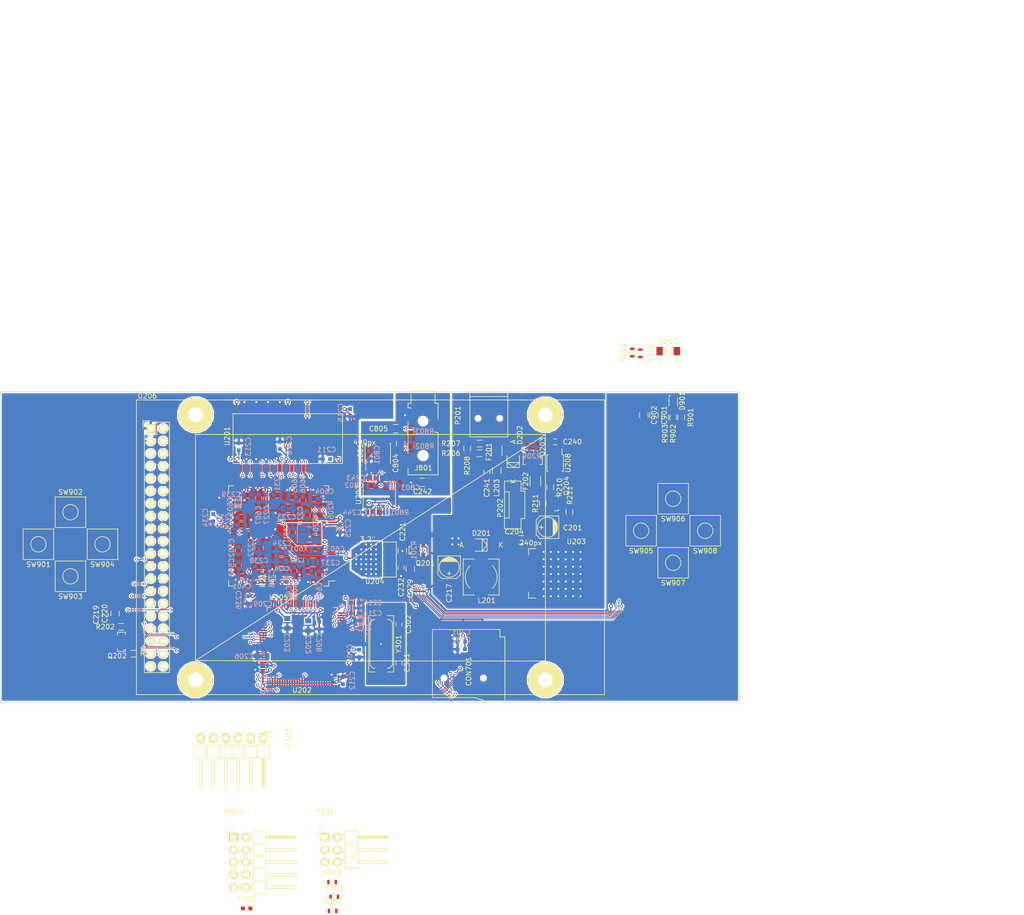
<source format=kicad_pcb>
(kicad_pcb (version 4) (host pcbnew "(2016-02-12 BZR 6554)-stable")

  (general
    (links 490)
    (no_connects 94)
    (area 52.199999 49.949999 202.300001 113.050001)
    (thickness 1.6)
    (drawings 4)
    (tracks 1967)
    (zones 0)
    (modules 132)
    (nets 208)
  )

  (page A4)
  (layers
    (0 F.Cu signal)
    (31 B.Cu signal)
    (32 B.Adhes user)
    (33 F.Adhes user)
    (34 B.Paste user)
    (35 F.Paste user)
    (36 B.SilkS user)
    (37 F.SilkS user)
    (38 B.Mask user)
    (39 F.Mask user)
    (40 Dwgs.User user)
    (41 Cmts.User user)
    (42 Eco1.User user)
    (43 Eco2.User user)
    (44 Edge.Cuts user)
    (45 Margin user)
    (46 B.CrtYd user)
    (47 F.CrtYd user)
    (48 B.Fab user)
    (49 F.Fab user hide)
  )

  (setup
    (last_trace_width 0.3)
    (user_trace_width 0.1524)
    (user_trace_width 0.2)
    (user_trace_width 0.3)
    (user_trace_width 0.4)
    (user_trace_width 0.5)
    (trace_clearance 0.153)
    (zone_clearance 0)
    (zone_45_only no)
    (trace_min 0.1524)
    (segment_width 0.2)
    (edge_width 0.1)
    (via_size 0.6096)
    (via_drill 0.3048)
    (via_min_size 0.6096)
    (via_min_drill 0.3048)
    (user_via 0.6096 0.3048)
    (user_via 0.8 0.4)
    (user_via 1 0.6)
    (uvia_size 0.3048)
    (uvia_drill 0.1)
    (uvias_allowed no)
    (uvia_min_size 0.2)
    (uvia_min_drill 0.1)
    (pcb_text_width 0.3)
    (pcb_text_size 1.5 1.5)
    (mod_edge_width 0.15)
    (mod_text_size 1 1)
    (mod_text_width 0.15)
    (pad_size 3.048 2.032)
    (pad_drill 0)
    (pad_to_mask_clearance 0)
    (aux_axis_origin 0 0)
    (visible_elements FFFFFF7F)
    (pcbplotparams
      (layerselection 0x00030_ffffffff)
      (usegerberextensions false)
      (excludeedgelayer true)
      (linewidth 0.100000)
      (plotframeref false)
      (viasonmask false)
      (mode 1)
      (useauxorigin false)
      (hpglpennumber 1)
      (hpglpenspeed 20)
      (hpglpendiameter 15)
      (psnegative false)
      (psa4output false)
      (plotreference true)
      (plotvalue true)
      (plotinvisibletext false)
      (padsonsilk false)
      (subtractmaskfromsilk false)
      (outputformat 1)
      (mirror false)
      (drillshape 1)
      (scaleselection 1)
      (outputdirectory ""))
  )

  (net 0 "")
  (net 1 VSYS)
  (net 2 GND)
  (net 3 VSTM33)
  (net 4 /powersupply/VCAP1)
  (net 5 /powersupply/VCAP2)
  (net 6 VFPGA33)
  (net 7 +1V2)
  (net 8 VUSB)
  (net 9 /debug/OSCIN)
  (net 10 /debug/OSCOUT)
  (net 11 /audio/DACVREF)
  (net 12 /audio/AOUTL)
  (net 13 /audio/FBL)
  (net 14 /audio/AOUTR)
  (net 15 /audio/FBR)
  (net 16 /FSMC/SDIO_CMD)
  (net 17 /sdcard/SDIO_D3)
  (net 18 /sdcard/SDIO_D2)
  (net 19 /sdcard/SDIO_CLK)
  (net 20 /sdcard/SDIO_D0)
  (net 21 /sdcard/SDIO_D1)
  (net 22 /sdcard/SDCARD_DETECT)
  (net 23 /powersupply/SYS_VOLTAGE)
  (net 24 "Net-(D901-Pad2)")
  (net 25 "Net-(D901-Pad4)")
  (net 26 "Net-(D901-Pad3)")
  (net 27 "Net-(F201-Pad1)")
  (net 28 "Net-(F201-Pad2)")
  (net 29 VBAT)
  (net 30 "Net-(P201-Pad4)")
  (net 31 /powersupply/THERM)
  (net 32 /debug/NRST)
  (net 33 /debug/BOOT0)
  (net 34 /FSMC/BOOT1)
  (net 35 /debug/FTCK)
  (net 36 /debug/FTMS)
  (net 37 /debug/FTDI)
  (net 38 /debug/FTDO)
  (net 39 "Net-(P302-Pad8)")
  (net 40 "Net-(P302-Pad10)")
  (net 41 /debug/JTCK)
  (net 42 /debug/JTMS)
  (net 43 /debug/JTDI)
  (net 44 /FSMC/JTDO)
  (net 45 /FSMC/JRST_N)
  (net 46 /powersupply/FPGA_ENABLE_N)
  (net 47 "Net-(Q202-Pad1)")
  (net 48 /FSMC/BACKLIGHT_EN_N)
  (net 49 /powersupply/CHARGE_ENABLE)
  (net 50 /powersupply/PROG_SWITCHED)
  (net 51 /powersupply/TOE)
  (net 52 /powersupply/CFG0)
  (net 53 /powersupply/CHG_ACTIVE_N)
  (net 54 /powersupply/USB_PRESENT_N)
  (net 55 /powersupply/PROG)
  (net 56 /userif/RGBLED0)
  (net 57 /userif/RGBLED1)
  (net 58 /userif/RGBLED2)
  (net 59 /userif/SW_LEFT)
  (net 60 /userif/SW_UP)
  (net 61 /userif/SW_DOWN)
  (net 62 /userif/SW_RIGHT)
  (net 63 /sdcard/SW_B)
  (net 64 /sdcard/SW_A)
  (net 65 /sdcard/SW_C)
  (net 66 /sdcard/SW_D)
  (net 67 /sdram/DQ0)
  (net 68 /sdram/DQ1)
  (net 69 /sdram/DQ2)
  (net 70 /sdram/DQ3)
  (net 71 /sdram/DQ4)
  (net 72 /sdram/DQ5)
  (net 73 /sdram/DQ6)
  (net 74 /sdram/DQ7)
  (net 75 /sdram/DQML)
  (net 76 /sdram/WE)
  (net 77 /sdram/CAS)
  (net 78 /sdram/RAS)
  (net 79 /sdram/CS)
  (net 80 /sdram/BA0)
  (net 81 /sdram/BA1)
  (net 82 /sdram/A10)
  (net 83 /sdram/A0)
  (net 84 /sdram/A1)
  (net 85 /sdram/A2)
  (net 86 /sdram/A3)
  (net 87 /sdram/A4)
  (net 88 /sdram/A5)
  (net 89 /sdram/A6)
  (net 90 /sdram/A7)
  (net 91 /sdram/A8)
  (net 92 /sdram/A9)
  (net 93 /sdram/A11)
  (net 94 "Net-(U201-Pad36)")
  (net 95 /sdram/CKE)
  (net 96 /sdram/CLK)
  (net 97 /sdram/DQMH)
  (net 98 "Net-(U201-Pad40)")
  (net 99 /sdram/DQ8)
  (net 100 /sdram/DQ9)
  (net 101 /sdram/DQ10)
  (net 102 /sdram/DQ11)
  (net 103 /sdram/DQ12)
  (net 104 /sdram/DQ13)
  (net 105 /sdram/DQ14)
  (net 106 /sdram/DQ15)
  (net 107 /FSMC/A23)
  (net 108 /FSMC/A19)
  (net 109 /FSMC/A20)
  (net 110 /FSMC/A21)
  (net 111 /FSMC/A22)
  (net 112 "Net-(U202-Pad7)")
  (net 113 "Net-(U202-Pad8)")
  (net 114 "Net-(U202-Pad9)")
  (net 115 "Net-(U202-Pad34)")
  (net 116 "Net-(U202-Pad35)")
  (net 117 "Net-(U202-Pad36)")
  (net 118 /FSMC/DA4)
  (net 119 /FSMC/DA5)
  (net 120 /FSMC/DA6)
  (net 121 /FSMC/DA7)
  (net 122 /FSMC/DA8)
  (net 123 /FSMC/DA9)
  (net 124 /FSMC/DA10)
  (net 125 /FSMC/DA11)
  (net 126 /FSMC/DA12)
  (net 127 "Net-(U202-Pad47)")
  (net 128 "Net-(U202-Pad48)")
  (net 129 /FSMC/T_CS)
  (net 130 /FSMC/T_CLK)
  (net 131 /FSMC/T_DOUT)
  (net 132 /FSMC/T_DIN)
  (net 133 /FSMC/DA13)
  (net 134 /FSMC/DA14)
  (net 135 /FSMC/DA15)
  (net 136 /FSMC/A16)
  (net 137 /FSMC/A17)
  (net 138 /FSMC/A18)
  (net 139 /FSMC/DA0)
  (net 140 /FSMC/DA1)
  (net 141 /display/T_BUSY)
  (net 142 /display/T_IRQ)
  (net 143 /FSMC/DA2)
  (net 144 /FSMC/DA3)
  (net 145 /FSMC/CLK)
  (net 146 /FSMC/OE_N)
  (net 147 /FSMC/WE_N)
  (net 148 /FSMC/WAIT_N)
  (net 149 /FSMC/E1_N)
  (net 150 "Net-(U202-Pad91)")
  (net 151 "Net-(U202-Pad92)")
  (net 152 /FSMC/ADV_N)
  (net 153 "Net-(U202-Pad96)")
  (net 154 /FSMC/BL0_N)
  (net 155 /FSMC/BL1_N)
  (net 156 /audio/L3MODE)
  (net 157 /audio/ADATA)
  (net 158 /audio/L3DATA)
  (net 159 /audio/ACLK)
  (net 160 /sdram/CLK_50M)
  (net 161 /audio/AWS)
  (net 162 /audio/ABCK)
  (net 163 /display/DB0)
  (net 164 /display/DB1)
  (net 165 /display/DB2)
  (net 166 /display/RS)
  (net 167 /display/DB3)
  (net 168 /display/WR)
  (net 169 /display/DB4)
  (net 170 /display/RD)
  (net 171 /display/DB5)
  (net 172 /display/DB8)
  (net 173 /display/DB6)
  (net 174 /display/DB9)
  (net 175 /display/DB7)
  (net 176 /display/DB10)
  (net 177 /display/DB11)
  (net 178 /display/DB12)
  (net 179 /display/DB13)
  (net 180 /display/DB14)
  (net 181 /display/DB15)
  (net 182 /display/CS)
  (net 183 /display/RST)
  (net 184 "Net-(U206-Pad5)")
  (net 185 "Net-(U206-Pad30)")
  (net 186 "Net-(U206-Pad31)")
  (net 187 "Net-(U206-Pad32)")
  (net 188 "Net-(U206-Pad34)")
  (net 189 "Net-(U206-Pad35)")
  (net 190 "Net-(U206-Pad36)")
  (net 191 "Net-(U206-Pad38)")
  (net 192 "Net-(U206-Pad39)")
  (net 193 "Net-(U206-Pad40)")
  (net 194 /audio/DACL)
  (net 195 /audio/DACR)
  (net 196 "Net-(U208-Pad4)")
  (net 197 /powersupply/LSout)
  (net 198 /powersupply/SSout)
  (net 199 /powersupply/D-)
  (net 200 /powersupply/D+)
  (net 201 /powersupply/B+)
  (net 202 "Net-(U202-Pad33)")
  (net 203 "Net-(X601-Pad1)")
  (net 204 /audio/APPSEL)
  (net 205 /debug/FRST)
  (net 206 /powersupply/USHLD)
  (net 207 /powersupply/BL)

  (net_class Default "This is the default net class."
    (clearance 0.153)
    (trace_width 0.1524)
    (via_dia 0.6096)
    (via_drill 0.3048)
    (uvia_dia 0.3048)
    (uvia_drill 0.1)
    (add_net +1V2)
    (add_net /FSMC/A16)
    (add_net /FSMC/A17)
    (add_net /FSMC/A18)
    (add_net /FSMC/A19)
    (add_net /FSMC/A20)
    (add_net /FSMC/A21)
    (add_net /FSMC/A22)
    (add_net /FSMC/A23)
    (add_net /FSMC/ADV_N)
    (add_net /FSMC/BACKLIGHT_EN_N)
    (add_net /FSMC/BL0_N)
    (add_net /FSMC/BL1_N)
    (add_net /FSMC/BOOT1)
    (add_net /FSMC/CLK)
    (add_net /FSMC/DA0)
    (add_net /FSMC/DA1)
    (add_net /FSMC/DA10)
    (add_net /FSMC/DA11)
    (add_net /FSMC/DA12)
    (add_net /FSMC/DA13)
    (add_net /FSMC/DA14)
    (add_net /FSMC/DA15)
    (add_net /FSMC/DA2)
    (add_net /FSMC/DA3)
    (add_net /FSMC/DA4)
    (add_net /FSMC/DA5)
    (add_net /FSMC/DA6)
    (add_net /FSMC/DA7)
    (add_net /FSMC/DA8)
    (add_net /FSMC/DA9)
    (add_net /FSMC/E1_N)
    (add_net /FSMC/JRST_N)
    (add_net /FSMC/JTDO)
    (add_net /FSMC/OE_N)
    (add_net /FSMC/SDIO_CMD)
    (add_net /FSMC/T_CLK)
    (add_net /FSMC/T_CS)
    (add_net /FSMC/T_DIN)
    (add_net /FSMC/T_DOUT)
    (add_net /FSMC/WAIT_N)
    (add_net /FSMC/WE_N)
    (add_net /audio/ABCK)
    (add_net /audio/ACLK)
    (add_net /audio/ADATA)
    (add_net /audio/AOUTL)
    (add_net /audio/AOUTR)
    (add_net /audio/APPSEL)
    (add_net /audio/AWS)
    (add_net /audio/DACL)
    (add_net /audio/DACR)
    (add_net /audio/DACVREF)
    (add_net /audio/FBL)
    (add_net /audio/FBR)
    (add_net /audio/L3DATA)
    (add_net /audio/L3MODE)
    (add_net /debug/BOOT0)
    (add_net /debug/FRST)
    (add_net /debug/FTCK)
    (add_net /debug/FTDI)
    (add_net /debug/FTDO)
    (add_net /debug/FTMS)
    (add_net /debug/JTCK)
    (add_net /debug/JTDI)
    (add_net /debug/JTMS)
    (add_net /debug/NRST)
    (add_net /debug/OSCIN)
    (add_net /debug/OSCOUT)
    (add_net /display/CS)
    (add_net /display/DB0)
    (add_net /display/DB1)
    (add_net /display/DB10)
    (add_net /display/DB11)
    (add_net /display/DB12)
    (add_net /display/DB13)
    (add_net /display/DB14)
    (add_net /display/DB15)
    (add_net /display/DB2)
    (add_net /display/DB3)
    (add_net /display/DB4)
    (add_net /display/DB5)
    (add_net /display/DB6)
    (add_net /display/DB7)
    (add_net /display/DB8)
    (add_net /display/DB9)
    (add_net /display/RD)
    (add_net /display/RS)
    (add_net /display/RST)
    (add_net /display/T_BUSY)
    (add_net /display/T_IRQ)
    (add_net /display/WR)
    (add_net /powersupply/B+)
    (add_net /powersupply/BL)
    (add_net /powersupply/CFG0)
    (add_net /powersupply/CHARGE_ENABLE)
    (add_net /powersupply/CHG_ACTIVE_N)
    (add_net /powersupply/D+)
    (add_net /powersupply/D-)
    (add_net /powersupply/FPGA_ENABLE_N)
    (add_net /powersupply/LSout)
    (add_net /powersupply/PROG)
    (add_net /powersupply/PROG_SWITCHED)
    (add_net /powersupply/SSout)
    (add_net /powersupply/SYS_VOLTAGE)
    (add_net /powersupply/THERM)
    (add_net /powersupply/TOE)
    (add_net /powersupply/USB_PRESENT_N)
    (add_net /powersupply/USHLD)
    (add_net /powersupply/VCAP1)
    (add_net /powersupply/VCAP2)
    (add_net /sdcard/SDCARD_DETECT)
    (add_net /sdcard/SDIO_CLK)
    (add_net /sdcard/SDIO_D0)
    (add_net /sdcard/SDIO_D1)
    (add_net /sdcard/SDIO_D2)
    (add_net /sdcard/SDIO_D3)
    (add_net /sdcard/SW_A)
    (add_net /sdcard/SW_B)
    (add_net /sdcard/SW_C)
    (add_net /sdcard/SW_D)
    (add_net /sdram/A0)
    (add_net /sdram/A1)
    (add_net /sdram/A10)
    (add_net /sdram/A11)
    (add_net /sdram/A2)
    (add_net /sdram/A3)
    (add_net /sdram/A4)
    (add_net /sdram/A5)
    (add_net /sdram/A6)
    (add_net /sdram/A7)
    (add_net /sdram/A8)
    (add_net /sdram/A9)
    (add_net /sdram/BA0)
    (add_net /sdram/BA1)
    (add_net /sdram/CAS)
    (add_net /sdram/CKE)
    (add_net /sdram/CLK)
    (add_net /sdram/CLK_50M)
    (add_net /sdram/CS)
    (add_net /sdram/DQ0)
    (add_net /sdram/DQ1)
    (add_net /sdram/DQ10)
    (add_net /sdram/DQ11)
    (add_net /sdram/DQ12)
    (add_net /sdram/DQ13)
    (add_net /sdram/DQ14)
    (add_net /sdram/DQ15)
    (add_net /sdram/DQ2)
    (add_net /sdram/DQ3)
    (add_net /sdram/DQ4)
    (add_net /sdram/DQ5)
    (add_net /sdram/DQ6)
    (add_net /sdram/DQ7)
    (add_net /sdram/DQ8)
    (add_net /sdram/DQ9)
    (add_net /sdram/DQMH)
    (add_net /sdram/DQML)
    (add_net /sdram/RAS)
    (add_net /sdram/WE)
    (add_net /userif/RGBLED0)
    (add_net /userif/RGBLED1)
    (add_net /userif/RGBLED2)
    (add_net /userif/SW_DOWN)
    (add_net /userif/SW_LEFT)
    (add_net /userif/SW_RIGHT)
    (add_net /userif/SW_UP)
    (add_net GND)
    (add_net "Net-(D901-Pad2)")
    (add_net "Net-(D901-Pad3)")
    (add_net "Net-(D901-Pad4)")
    (add_net "Net-(F201-Pad1)")
    (add_net "Net-(F201-Pad2)")
    (add_net "Net-(P201-Pad4)")
    (add_net "Net-(P302-Pad10)")
    (add_net "Net-(P302-Pad8)")
    (add_net "Net-(Q202-Pad1)")
    (add_net "Net-(U201-Pad36)")
    (add_net "Net-(U201-Pad40)")
    (add_net "Net-(U202-Pad33)")
    (add_net "Net-(U202-Pad34)")
    (add_net "Net-(U202-Pad35)")
    (add_net "Net-(U202-Pad36)")
    (add_net "Net-(U202-Pad47)")
    (add_net "Net-(U202-Pad48)")
    (add_net "Net-(U202-Pad7)")
    (add_net "Net-(U202-Pad8)")
    (add_net "Net-(U202-Pad9)")
    (add_net "Net-(U202-Pad91)")
    (add_net "Net-(U202-Pad92)")
    (add_net "Net-(U202-Pad96)")
    (add_net "Net-(U206-Pad30)")
    (add_net "Net-(U206-Pad31)")
    (add_net "Net-(U206-Pad32)")
    (add_net "Net-(U206-Pad34)")
    (add_net "Net-(U206-Pad35)")
    (add_net "Net-(U206-Pad36)")
    (add_net "Net-(U206-Pad38)")
    (add_net "Net-(U206-Pad39)")
    (add_net "Net-(U206-Pad40)")
    (add_net "Net-(U206-Pad5)")
    (add_net "Net-(U208-Pad4)")
    (add_net "Net-(X601-Pad1)")
    (add_net VBAT)
    (add_net VFPGA33)
    (add_net VSTM33)
    (add_net VSYS)
    (add_net VUSB)
  )

  (module Capacitors_SMD:c_elec_4x4.5 (layer F.Cu) (tedit 55725C01) (tstamp 56D850F1)
    (at 163.3 77.5 180)
    (descr "SMT capacitor, aluminium electrolytic, 4x4.5")
    (path /563244F7/56C2EA4B)
    (attr smd)
    (fp_text reference C201 (at -5.1 -0.1 180) (layer F.SilkS)
      (effects (font (size 1 1) (thickness 0.15)))
    )
    (fp_text value 220u (at 0 3.175 180) (layer F.Fab)
      (effects (font (size 1 1) (thickness 0.15)))
    )
    (fp_line (start -3.35 2.65) (end 3.35 2.65) (layer F.CrtYd) (width 0.05))
    (fp_line (start 3.35 -2.65) (end -3.35 -2.65) (layer F.CrtYd) (width 0.05))
    (fp_line (start -3.35 -2.65) (end -3.35 2.65) (layer F.CrtYd) (width 0.05))
    (fp_line (start 3.35 2.65) (end 3.35 -2.65) (layer F.CrtYd) (width 0.05))
    (fp_line (start 1.651 0) (end 0.889 0) (layer F.SilkS) (width 0.15))
    (fp_line (start 1.27 -0.381) (end 1.27 0.381) (layer F.SilkS) (width 0.15))
    (fp_line (start 1.524 2.286) (end -2.286 2.286) (layer F.SilkS) (width 0.15))
    (fp_line (start 2.286 -1.524) (end 2.286 1.524) (layer F.SilkS) (width 0.15))
    (fp_line (start 1.524 2.286) (end 2.286 1.524) (layer F.SilkS) (width 0.15))
    (fp_line (start 1.524 -2.286) (end -2.286 -2.286) (layer F.SilkS) (width 0.15))
    (fp_line (start 1.524 -2.286) (end 2.286 -1.524) (layer F.SilkS) (width 0.15))
    (fp_line (start -2.032 0.127) (end -2.032 -0.127) (layer F.SilkS) (width 0.15))
    (fp_line (start -1.905 -0.635) (end -1.905 0.635) (layer F.SilkS) (width 0.15))
    (fp_line (start -1.778 0.889) (end -1.778 -0.889) (layer F.SilkS) (width 0.15))
    (fp_line (start -1.651 1.143) (end -1.651 -1.143) (layer F.SilkS) (width 0.15))
    (fp_line (start -1.524 -1.27) (end -1.524 1.27) (layer F.SilkS) (width 0.15))
    (fp_line (start -1.397 1.397) (end -1.397 -1.397) (layer F.SilkS) (width 0.15))
    (fp_line (start -1.27 -1.524) (end -1.27 1.524) (layer F.SilkS) (width 0.15))
    (fp_line (start -1.143 -1.651) (end -1.143 1.651) (layer F.SilkS) (width 0.15))
    (fp_line (start -2.286 -2.286) (end -2.286 2.286) (layer F.SilkS) (width 0.15))
    (fp_circle (center 0 0) (end -2.032 0) (layer F.SilkS) (width 0.15))
    (pad 1 smd rect (at 1.80086 0 180) (size 2.60096 1.6002) (layers F.Cu F.Paste F.Mask)
      (net 1 VSYS))
    (pad 2 smd rect (at -1.80086 0 180) (size 2.60096 1.6002) (layers F.Cu F.Paste F.Mask)
      (net 2 GND))
    (model Capacitors_SMD.3dshapes/c_elec_4x4.5.wrl
      (at (xyz 0 0 0))
      (scale (xyz 1 1 1))
      (rotate (xyz 0 0 0))
    )
  )

  (module Capacitors_SMD:C_0805 (layer B.Cu) (tedit 5415D6EA) (tstamp 56D850FD)
    (at 114.75 97.5 270)
    (descr "Capacitor SMD 0805, reflow soldering, AVX (see smccp.pdf)")
    (tags "capacitor 0805")
    (path /563244F7/56C52C65)
    (attr smd)
    (fp_text reference C202 (at 3.8 -0.05 270) (layer B.SilkS)
      (effects (font (size 1 1) (thickness 0.15)) (justify mirror))
    )
    (fp_text value 10u (at 0 -2.1 270) (layer B.Fab)
      (effects (font (size 1 1) (thickness 0.15)) (justify mirror))
    )
    (fp_line (start -1.8 1) (end 1.8 1) (layer B.CrtYd) (width 0.05))
    (fp_line (start -1.8 -1) (end 1.8 -1) (layer B.CrtYd) (width 0.05))
    (fp_line (start -1.8 1) (end -1.8 -1) (layer B.CrtYd) (width 0.05))
    (fp_line (start 1.8 1) (end 1.8 -1) (layer B.CrtYd) (width 0.05))
    (fp_line (start 0.5 0.85) (end -0.5 0.85) (layer B.SilkS) (width 0.15))
    (fp_line (start -0.5 -0.85) (end 0.5 -0.85) (layer B.SilkS) (width 0.15))
    (pad 1 smd rect (at -1 0 270) (size 1 1.25) (layers B.Cu B.Paste B.Mask)
      (net 3 VSTM33))
    (pad 2 smd rect (at 1 0 270) (size 1 1.25) (layers B.Cu B.Paste B.Mask)
      (net 2 GND))
    (model Capacitors_SMD.3dshapes/C_0805.wrl
      (at (xyz 0 0 0))
      (scale (xyz 1 1 1))
      (rotate (xyz 0 0 0))
    )
  )

  (module Capacitors_SMD:C_0805 (layer B.Cu) (tedit 5415D6EA) (tstamp 56D85109)
    (at 110.5 97 270)
    (descr "Capacitor SMD 0805, reflow soldering, AVX (see smccp.pdf)")
    (tags "capacitor 0805")
    (path /563244F7/56C5D114)
    (attr smd)
    (fp_text reference C203 (at 3.9 0 270) (layer B.SilkS)
      (effects (font (size 1 1) (thickness 0.15)) (justify mirror))
    )
    (fp_text value 2.2u (at 0 -2.1 270) (layer B.Fab)
      (effects (font (size 1 1) (thickness 0.15)) (justify mirror))
    )
    (fp_line (start -1.8 1) (end 1.8 1) (layer B.CrtYd) (width 0.05))
    (fp_line (start -1.8 -1) (end 1.8 -1) (layer B.CrtYd) (width 0.05))
    (fp_line (start -1.8 1) (end -1.8 -1) (layer B.CrtYd) (width 0.05))
    (fp_line (start 1.8 1) (end 1.8 -1) (layer B.CrtYd) (width 0.05))
    (fp_line (start 0.5 0.85) (end -0.5 0.85) (layer B.SilkS) (width 0.15))
    (fp_line (start -0.5 -0.85) (end 0.5 -0.85) (layer B.SilkS) (width 0.15))
    (pad 1 smd rect (at -1 0 270) (size 1 1.25) (layers B.Cu B.Paste B.Mask)
      (net 4 /powersupply/VCAP1))
    (pad 2 smd rect (at 1 0 270) (size 1 1.25) (layers B.Cu B.Paste B.Mask)
      (net 2 GND))
    (model Capacitors_SMD.3dshapes/C_0805.wrl
      (at (xyz 0 0 0))
      (scale (xyz 1 1 1))
      (rotate (xyz 0 0 0))
    )
  )

  (module Capacitors_SMD:C_0805 (layer F.Cu) (tedit 5415D6EA) (tstamp 56D85115)
    (at 157.95 80.05)
    (descr "Capacitor SMD 0805, reflow soldering, AVX (see smccp.pdf)")
    (tags "capacitor 0805")
    (path /563244F7/56324973)
    (attr smd)
    (fp_text reference C204 (at -1.4 -1.65) (layer F.SilkS)
      (effects (font (size 1 1) (thickness 0.15)))
    )
    (fp_text value 10u (at 0 2.1) (layer F.Fab)
      (effects (font (size 1 1) (thickness 0.15)))
    )
    (fp_line (start -1.8 -1) (end 1.8 -1) (layer F.CrtYd) (width 0.05))
    (fp_line (start -1.8 1) (end 1.8 1) (layer F.CrtYd) (width 0.05))
    (fp_line (start -1.8 -1) (end -1.8 1) (layer F.CrtYd) (width 0.05))
    (fp_line (start 1.8 -1) (end 1.8 1) (layer F.CrtYd) (width 0.05))
    (fp_line (start 0.5 -0.85) (end -0.5 -0.85) (layer F.SilkS) (width 0.15))
    (fp_line (start -0.5 0.85) (end 0.5 0.85) (layer F.SilkS) (width 0.15))
    (pad 1 smd rect (at -1 0) (size 1 1.25) (layers F.Cu F.Paste F.Mask)
      (net 1 VSYS))
    (pad 2 smd rect (at 1 0) (size 1 1.25) (layers F.Cu F.Paste F.Mask)
      (net 2 GND))
    (model Capacitors_SMD.3dshapes/C_0805.wrl
      (at (xyz 0 0 0))
      (scale (xyz 1 1 1))
      (rotate (xyz 0 0 0))
    )
  )

  (module Capacitors_SMD:C_0603 (layer B.Cu) (tedit 5415D631) (tstamp 56D85121)
    (at 125.1 103.1 270)
    (descr "Capacitor SMD 0603, reflow soldering, AVX (see smccp.pdf)")
    (tags "capacitor 0603")
    (path /563244F7/56C50D95)
    (attr smd)
    (fp_text reference C205 (at 0 1.9 270) (layer B.SilkS)
      (effects (font (size 1 1) (thickness 0.15)) (justify mirror))
    )
    (fp_text value 100n (at 0 -1.9 270) (layer B.Fab)
      (effects (font (size 1 1) (thickness 0.15)) (justify mirror))
    )
    (fp_line (start -1.45 0.75) (end 1.45 0.75) (layer B.CrtYd) (width 0.05))
    (fp_line (start -1.45 -0.75) (end 1.45 -0.75) (layer B.CrtYd) (width 0.05))
    (fp_line (start -1.45 0.75) (end -1.45 -0.75) (layer B.CrtYd) (width 0.05))
    (fp_line (start 1.45 0.75) (end 1.45 -0.75) (layer B.CrtYd) (width 0.05))
    (fp_line (start -0.35 0.6) (end 0.35 0.6) (layer B.SilkS) (width 0.15))
    (fp_line (start 0.35 -0.6) (end -0.35 -0.6) (layer B.SilkS) (width 0.15))
    (pad 1 smd rect (at -0.75 0 270) (size 0.8 0.75) (layers B.Cu B.Paste B.Mask)
      (net 3 VSTM33))
    (pad 2 smd rect (at 0.75 0 270) (size 0.8 0.75) (layers B.Cu B.Paste B.Mask)
      (net 2 GND))
    (model Capacitors_SMD.3dshapes/C_0603.wrl
      (at (xyz 0 0 0))
      (scale (xyz 1 1 1))
      (rotate (xyz 0 0 0))
    )
  )

  (module Capacitors_SMD:C_0805 (layer B.Cu) (tedit 5415D6EA) (tstamp 56D8512D)
    (at 105.4 103.65 180)
    (descr "Capacitor SMD 0805, reflow soldering, AVX (see smccp.pdf)")
    (tags "capacitor 0805")
    (path /563244F7/56C5C319)
    (attr smd)
    (fp_text reference C206 (at 3.7 -0.05 180) (layer B.SilkS)
      (effects (font (size 1 1) (thickness 0.15)) (justify mirror))
    )
    (fp_text value 2.2u (at 0 -2.1 180) (layer B.Fab)
      (effects (font (size 1 1) (thickness 0.15)) (justify mirror))
    )
    (fp_line (start -1.8 1) (end 1.8 1) (layer B.CrtYd) (width 0.05))
    (fp_line (start -1.8 -1) (end 1.8 -1) (layer B.CrtYd) (width 0.05))
    (fp_line (start -1.8 1) (end -1.8 -1) (layer B.CrtYd) (width 0.05))
    (fp_line (start 1.8 1) (end 1.8 -1) (layer B.CrtYd) (width 0.05))
    (fp_line (start 0.5 0.85) (end -0.5 0.85) (layer B.SilkS) (width 0.15))
    (fp_line (start -0.5 -0.85) (end 0.5 -0.85) (layer B.SilkS) (width 0.15))
    (pad 1 smd rect (at -1 0 180) (size 1 1.25) (layers B.Cu B.Paste B.Mask)
      (net 5 /powersupply/VCAP2))
    (pad 2 smd rect (at 1 0 180) (size 1 1.25) (layers B.Cu B.Paste B.Mask)
      (net 2 GND))
    (model Capacitors_SMD.3dshapes/C_0805.wrl
      (at (xyz 0 0 0))
      (scale (xyz 1 1 1))
      (rotate (xyz 0 0 0))
    )
  )

  (module Capacitors_SMD:C_0603 (layer B.Cu) (tedit 5415D631) (tstamp 56D85139)
    (at 125.4 97.2 90)
    (descr "Capacitor SMD 0603, reflow soldering, AVX (see smccp.pdf)")
    (tags "capacitor 0603")
    (path /563244F7/56C5067D)
    (attr smd)
    (fp_text reference C207 (at -0.4 1.6 90) (layer B.SilkS)
      (effects (font (size 1 1) (thickness 0.15)) (justify mirror))
    )
    (fp_text value 100n (at 0 -1.9 90) (layer B.Fab)
      (effects (font (size 1 1) (thickness 0.15)) (justify mirror))
    )
    (fp_line (start -1.45 0.75) (end 1.45 0.75) (layer B.CrtYd) (width 0.05))
    (fp_line (start -1.45 -0.75) (end 1.45 -0.75) (layer B.CrtYd) (width 0.05))
    (fp_line (start -1.45 0.75) (end -1.45 -0.75) (layer B.CrtYd) (width 0.05))
    (fp_line (start 1.45 0.75) (end 1.45 -0.75) (layer B.CrtYd) (width 0.05))
    (fp_line (start -0.35 0.6) (end 0.35 0.6) (layer B.SilkS) (width 0.15))
    (fp_line (start 0.35 -0.6) (end -0.35 -0.6) (layer B.SilkS) (width 0.15))
    (pad 1 smd rect (at -0.75 0 90) (size 0.8 0.75) (layers B.Cu B.Paste B.Mask)
      (net 3 VSTM33))
    (pad 2 smd rect (at 0.75 0 90) (size 0.8 0.75) (layers B.Cu B.Paste B.Mask)
      (net 2 GND))
    (model Capacitors_SMD.3dshapes/C_0603.wrl
      (at (xyz 0 0 0))
      (scale (xyz 1 1 1))
      (rotate (xyz 0 0 0))
    )
  )

  (module Capacitors_SMD:C_0603 (layer B.Cu) (tedit 5415D631) (tstamp 56D85145)
    (at 117 97.4 270)
    (descr "Capacitor SMD 0603, reflow soldering, AVX (see smccp.pdf)")
    (tags "capacitor 0603")
    (path /563244F7/56C50683)
    (attr smd)
    (fp_text reference C208 (at 3.5 0 270) (layer B.SilkS)
      (effects (font (size 1 1) (thickness 0.15)) (justify mirror))
    )
    (fp_text value 100n (at 0 -1.9 270) (layer B.Fab)
      (effects (font (size 1 1) (thickness 0.15)) (justify mirror))
    )
    (fp_line (start -1.45 0.75) (end 1.45 0.75) (layer B.CrtYd) (width 0.05))
    (fp_line (start -1.45 -0.75) (end 1.45 -0.75) (layer B.CrtYd) (width 0.05))
    (fp_line (start -1.45 0.75) (end -1.45 -0.75) (layer B.CrtYd) (width 0.05))
    (fp_line (start 1.45 0.75) (end 1.45 -0.75) (layer B.CrtYd) (width 0.05))
    (fp_line (start -0.35 0.6) (end 0.35 0.6) (layer B.SilkS) (width 0.15))
    (fp_line (start 0.35 -0.6) (end -0.35 -0.6) (layer B.SilkS) (width 0.15))
    (pad 1 smd rect (at -0.75 0 270) (size 0.8 0.75) (layers B.Cu B.Paste B.Mask)
      (net 3 VSTM33))
    (pad 2 smd rect (at 0.75 0 270) (size 0.8 0.75) (layers B.Cu B.Paste B.Mask)
      (net 2 GND))
    (model Capacitors_SMD.3dshapes/C_0603.wrl
      (at (xyz 0 0 0))
      (scale (xyz 1 1 1))
      (rotate (xyz 0 0 0))
    )
  )

  (module Capacitors_SMD:C_0603 (layer B.Cu) (tedit 5415D631) (tstamp 56D85151)
    (at 108.95 93)
    (descr "Capacitor SMD 0603, reflow soldering, AVX (see smccp.pdf)")
    (tags "capacitor 0603")
    (path /563244F7/56C50689)
    (attr smd)
    (fp_text reference C209 (at -3.4 0.05) (layer B.SilkS)
      (effects (font (size 1 1) (thickness 0.15)) (justify mirror))
    )
    (fp_text value 100n (at 0 -1.9) (layer B.Fab)
      (effects (font (size 1 1) (thickness 0.15)) (justify mirror))
    )
    (fp_line (start -1.45 0.75) (end 1.45 0.75) (layer B.CrtYd) (width 0.05))
    (fp_line (start -1.45 -0.75) (end 1.45 -0.75) (layer B.CrtYd) (width 0.05))
    (fp_line (start -1.45 0.75) (end -1.45 -0.75) (layer B.CrtYd) (width 0.05))
    (fp_line (start 1.45 0.75) (end 1.45 -0.75) (layer B.CrtYd) (width 0.05))
    (fp_line (start -0.35 0.6) (end 0.35 0.6) (layer B.SilkS) (width 0.15))
    (fp_line (start 0.35 -0.6) (end -0.35 -0.6) (layer B.SilkS) (width 0.15))
    (pad 1 smd rect (at -0.75 0) (size 0.8 0.75) (layers B.Cu B.Paste B.Mask)
      (net 3 VSTM33))
    (pad 2 smd rect (at 0.75 0) (size 0.8 0.75) (layers B.Cu B.Paste B.Mask)
      (net 2 GND))
    (model Capacitors_SMD.3dshapes/C_0603.wrl
      (at (xyz 0 0 0))
      (scale (xyz 1 1 1))
      (rotate (xyz 0 0 0))
    )
  )

  (module Capacitors_SMD:C_0603 (layer B.Cu) (tedit 5415D631) (tstamp 56D8515D)
    (at 105.5 106.15 90)
    (descr "Capacitor SMD 0603, reflow soldering, AVX (see smccp.pdf)")
    (tags "capacitor 0603")
    (path /563244F7/56C5068F)
    (attr smd)
    (fp_text reference C210 (at -3.35 0.1 90) (layer B.SilkS)
      (effects (font (size 1 1) (thickness 0.15)) (justify mirror))
    )
    (fp_text value 100n (at 0 -1.9 90) (layer B.Fab)
      (effects (font (size 1 1) (thickness 0.15)) (justify mirror))
    )
    (fp_line (start -1.45 0.75) (end 1.45 0.75) (layer B.CrtYd) (width 0.05))
    (fp_line (start -1.45 -0.75) (end 1.45 -0.75) (layer B.CrtYd) (width 0.05))
    (fp_line (start -1.45 0.75) (end -1.45 -0.75) (layer B.CrtYd) (width 0.05))
    (fp_line (start 1.45 0.75) (end 1.45 -0.75) (layer B.CrtYd) (width 0.05))
    (fp_line (start -0.35 0.6) (end 0.35 0.6) (layer B.SilkS) (width 0.15))
    (fp_line (start 0.35 -0.6) (end -0.35 -0.6) (layer B.SilkS) (width 0.15))
    (pad 1 smd rect (at -0.75 0 90) (size 0.8 0.75) (layers B.Cu B.Paste B.Mask)
      (net 3 VSTM33))
    (pad 2 smd rect (at 0.75 0 90) (size 0.8 0.75) (layers B.Cu B.Paste B.Mask)
      (net 2 GND))
    (model Capacitors_SMD.3dshapes/C_0603.wrl
      (at (xyz 0 0 0))
      (scale (xyz 1 1 1))
      (rotate (xyz 0 0 0))
    )
  )

  (module Capacitors_SMD:C_0603 (layer B.Cu) (tedit 5415D631) (tstamp 56D85169)
    (at 118.45 63.65 180)
    (descr "Capacitor SMD 0603, reflow soldering, AVX (see smccp.pdf)")
    (tags "capacitor 0603")
    (path /563244F7/56C786E8)
    (attr smd)
    (fp_text reference C211 (at 0 1.9 180) (layer B.SilkS)
      (effects (font (size 1 1) (thickness 0.15)) (justify mirror))
    )
    (fp_text value 100n (at 0 -1.9 180) (layer B.Fab)
      (effects (font (size 1 1) (thickness 0.15)) (justify mirror))
    )
    (fp_line (start -1.45 0.75) (end 1.45 0.75) (layer B.CrtYd) (width 0.05))
    (fp_line (start -1.45 -0.75) (end 1.45 -0.75) (layer B.CrtYd) (width 0.05))
    (fp_line (start -1.45 0.75) (end -1.45 -0.75) (layer B.CrtYd) (width 0.05))
    (fp_line (start 1.45 0.75) (end 1.45 -0.75) (layer B.CrtYd) (width 0.05))
    (fp_line (start -0.35 0.6) (end 0.35 0.6) (layer B.SilkS) (width 0.15))
    (fp_line (start 0.35 -0.6) (end -0.35 -0.6) (layer B.SilkS) (width 0.15))
    (pad 1 smd rect (at -0.75 0 180) (size 0.8 0.75) (layers B.Cu B.Paste B.Mask)
      (net 6 VFPGA33))
    (pad 2 smd rect (at 0.75 0 180) (size 0.8 0.75) (layers B.Cu B.Paste B.Mask)
      (net 2 GND))
    (model Capacitors_SMD.3dshapes/C_0603.wrl
      (at (xyz 0 0 0))
      (scale (xyz 1 1 1))
      (rotate (xyz 0 0 0))
    )
  )

  (module Capacitors_SMD:C_0603 (layer B.Cu) (tedit 5415D631) (tstamp 56D85175)
    (at 121.8 108.6 90)
    (descr "Capacitor SMD 0603, reflow soldering, AVX (see smccp.pdf)")
    (tags "capacitor 0603")
    (path /563244F7/56C50695)
    (attr smd)
    (fp_text reference C212 (at 0 1.9 90) (layer B.SilkS)
      (effects (font (size 1 1) (thickness 0.15)) (justify mirror))
    )
    (fp_text value 100n (at 0 -1.9 90) (layer B.Fab)
      (effects (font (size 1 1) (thickness 0.15)) (justify mirror))
    )
    (fp_line (start -1.45 0.75) (end 1.45 0.75) (layer B.CrtYd) (width 0.05))
    (fp_line (start -1.45 -0.75) (end 1.45 -0.75) (layer B.CrtYd) (width 0.05))
    (fp_line (start -1.45 0.75) (end -1.45 -0.75) (layer B.CrtYd) (width 0.05))
    (fp_line (start 1.45 0.75) (end 1.45 -0.75) (layer B.CrtYd) (width 0.05))
    (fp_line (start -0.35 0.6) (end 0.35 0.6) (layer B.SilkS) (width 0.15))
    (fp_line (start 0.35 -0.6) (end -0.35 -0.6) (layer B.SilkS) (width 0.15))
    (pad 1 smd rect (at -0.75 0 90) (size 0.8 0.75) (layers B.Cu B.Paste B.Mask)
      (net 3 VSTM33))
    (pad 2 smd rect (at 0.75 0 90) (size 0.8 0.75) (layers B.Cu B.Paste B.Mask)
      (net 2 GND))
    (model Capacitors_SMD.3dshapes/C_0603.wrl
      (at (xyz 0 0 0))
      (scale (xyz 1 1 1))
      (rotate (xyz 0 0 0))
    )
  )

  (module Capacitors_SMD:C_0603 (layer B.Cu) (tedit 5415D631) (tstamp 56D85181)
    (at 100.65 61.15 90)
    (descr "Capacitor SMD 0603, reflow soldering, AVX (see smccp.pdf)")
    (tags "capacitor 0603")
    (path /563244F7/56C786EE)
    (attr smd)
    (fp_text reference C213 (at 0 1.9 90) (layer B.SilkS)
      (effects (font (size 1 1) (thickness 0.15)) (justify mirror))
    )
    (fp_text value 100n (at 0 -1.9 90) (layer B.Fab)
      (effects (font (size 1 1) (thickness 0.15)) (justify mirror))
    )
    (fp_line (start -1.45 0.75) (end 1.45 0.75) (layer B.CrtYd) (width 0.05))
    (fp_line (start -1.45 -0.75) (end 1.45 -0.75) (layer B.CrtYd) (width 0.05))
    (fp_line (start -1.45 0.75) (end -1.45 -0.75) (layer B.CrtYd) (width 0.05))
    (fp_line (start 1.45 0.75) (end 1.45 -0.75) (layer B.CrtYd) (width 0.05))
    (fp_line (start -0.35 0.6) (end 0.35 0.6) (layer B.SilkS) (width 0.15))
    (fp_line (start 0.35 -0.6) (end -0.35 -0.6) (layer B.SilkS) (width 0.15))
    (pad 1 smd rect (at -0.75 0 90) (size 0.8 0.75) (layers B.Cu B.Paste B.Mask)
      (net 6 VFPGA33))
    (pad 2 smd rect (at 0.75 0 90) (size 0.8 0.75) (layers B.Cu B.Paste B.Mask)
      (net 2 GND))
    (model Capacitors_SMD.3dshapes/C_0603.wrl
      (at (xyz 0 0 0))
      (scale (xyz 1 1 1))
      (rotate (xyz 0 0 0))
    )
  )

  (module Capacitors_SMD:C_0603 (layer B.Cu) (tedit 5415D631) (tstamp 56D8518D)
    (at 124.2 95)
    (descr "Capacitor SMD 0603, reflow soldering, AVX (see smccp.pdf)")
    (tags "capacitor 0603")
    (path /563244F7/56C5069B)
    (attr smd)
    (fp_text reference C214 (at 3.6 -0.05) (layer B.SilkS)
      (effects (font (size 1 1) (thickness 0.15)) (justify mirror))
    )
    (fp_text value 100n (at 0 -1.9) (layer B.Fab)
      (effects (font (size 1 1) (thickness 0.15)) (justify mirror))
    )
    (fp_line (start -1.45 0.75) (end 1.45 0.75) (layer B.CrtYd) (width 0.05))
    (fp_line (start -1.45 -0.75) (end 1.45 -0.75) (layer B.CrtYd) (width 0.05))
    (fp_line (start -1.45 0.75) (end -1.45 -0.75) (layer B.CrtYd) (width 0.05))
    (fp_line (start 1.45 0.75) (end 1.45 -0.75) (layer B.CrtYd) (width 0.05))
    (fp_line (start -0.35 0.6) (end 0.35 0.6) (layer B.SilkS) (width 0.15))
    (fp_line (start 0.35 -0.6) (end -0.35 -0.6) (layer B.SilkS) (width 0.15))
    (pad 1 smd rect (at -0.75 0) (size 0.8 0.75) (layers B.Cu B.Paste B.Mask)
      (net 3 VSTM33))
    (pad 2 smd rect (at 0.75 0) (size 0.8 0.75) (layers B.Cu B.Paste B.Mask)
      (net 2 GND))
    (model Capacitors_SMD.3dshapes/C_0603.wrl
      (at (xyz 0 0 0))
      (scale (xyz 1 1 1))
      (rotate (xyz 0 0 0))
    )
  )

  (module Capacitors_SMD:C_0603 (layer B.Cu) (tedit 5415D631) (tstamp 56D85199)
    (at 123.25 54.25 270)
    (descr "Capacitor SMD 0603, reflow soldering, AVX (see smccp.pdf)")
    (tags "capacitor 0603")
    (path /563244F7/56C786F4)
    (attr smd)
    (fp_text reference C215 (at 0 1.9 270) (layer B.SilkS)
      (effects (font (size 1 1) (thickness 0.15)) (justify mirror))
    )
    (fp_text value 100n (at 0 -1.9 270) (layer B.Fab)
      (effects (font (size 1 1) (thickness 0.15)) (justify mirror))
    )
    (fp_line (start -1.45 0.75) (end 1.45 0.75) (layer B.CrtYd) (width 0.05))
    (fp_line (start -1.45 -0.75) (end 1.45 -0.75) (layer B.CrtYd) (width 0.05))
    (fp_line (start -1.45 0.75) (end -1.45 -0.75) (layer B.CrtYd) (width 0.05))
    (fp_line (start 1.45 0.75) (end 1.45 -0.75) (layer B.CrtYd) (width 0.05))
    (fp_line (start -0.35 0.6) (end 0.35 0.6) (layer B.SilkS) (width 0.15))
    (fp_line (start 0.35 -0.6) (end -0.35 -0.6) (layer B.SilkS) (width 0.15))
    (pad 1 smd rect (at -0.75 0 270) (size 0.8 0.75) (layers B.Cu B.Paste B.Mask)
      (net 6 VFPGA33))
    (pad 2 smd rect (at 0.75 0 270) (size 0.8 0.75) (layers B.Cu B.Paste B.Mask)
      (net 2 GND))
    (model Capacitors_SMD.3dshapes/C_0603.wrl
      (at (xyz 0 0 0))
      (scale (xyz 1 1 1))
      (rotate (xyz 0 0 0))
    )
  )

  (module Capacitors_SMD:C_0603 (layer B.Cu) (tedit 5415D631) (tstamp 56D851A5)
    (at 124.2 92.8)
    (descr "Capacitor SMD 0603, reflow soldering, AVX (see smccp.pdf)")
    (tags "capacitor 0603")
    (path /563244F7/56C506A1)
    (attr smd)
    (fp_text reference C216 (at 3.65 0) (layer B.SilkS)
      (effects (font (size 1 1) (thickness 0.15)) (justify mirror))
    )
    (fp_text value 100n (at 0 -1.9) (layer B.Fab)
      (effects (font (size 1 1) (thickness 0.15)) (justify mirror))
    )
    (fp_line (start -1.45 0.75) (end 1.45 0.75) (layer B.CrtYd) (width 0.05))
    (fp_line (start -1.45 -0.75) (end 1.45 -0.75) (layer B.CrtYd) (width 0.05))
    (fp_line (start -1.45 0.75) (end -1.45 -0.75) (layer B.CrtYd) (width 0.05))
    (fp_line (start 1.45 0.75) (end 1.45 -0.75) (layer B.CrtYd) (width 0.05))
    (fp_line (start -0.35 0.6) (end 0.35 0.6) (layer B.SilkS) (width 0.15))
    (fp_line (start 0.35 -0.6) (end -0.35 -0.6) (layer B.SilkS) (width 0.15))
    (pad 1 smd rect (at -0.75 0) (size 0.8 0.75) (layers B.Cu B.Paste B.Mask)
      (net 3 VSTM33))
    (pad 2 smd rect (at 0.75 0) (size 0.8 0.75) (layers B.Cu B.Paste B.Mask)
      (net 2 GND))
    (model Capacitors_SMD.3dshapes/C_0603.wrl
      (at (xyz 0 0 0))
      (scale (xyz 1 1 1))
      (rotate (xyz 0 0 0))
    )
  )

  (module Capacitors_SMD:c_elec_4x4.5 (layer F.Cu) (tedit 55725C01) (tstamp 56D851C0)
    (at 143.35 85.6 270)
    (descr "SMT capacitor, aluminium electrolytic, 4x4.5")
    (path /563244F7/56C2E260)
    (attr smd)
    (fp_text reference C217 (at 5.3 0 270) (layer F.SilkS)
      (effects (font (size 1 1) (thickness 0.15)))
    )
    (fp_text value 220u (at 0 3.175 270) (layer F.Fab)
      (effects (font (size 1 1) (thickness 0.15)))
    )
    (fp_line (start -3.35 2.65) (end 3.35 2.65) (layer F.CrtYd) (width 0.05))
    (fp_line (start 3.35 -2.65) (end -3.35 -2.65) (layer F.CrtYd) (width 0.05))
    (fp_line (start -3.35 -2.65) (end -3.35 2.65) (layer F.CrtYd) (width 0.05))
    (fp_line (start 3.35 2.65) (end 3.35 -2.65) (layer F.CrtYd) (width 0.05))
    (fp_line (start 1.651 0) (end 0.889 0) (layer F.SilkS) (width 0.15))
    (fp_line (start 1.27 -0.381) (end 1.27 0.381) (layer F.SilkS) (width 0.15))
    (fp_line (start 1.524 2.286) (end -2.286 2.286) (layer F.SilkS) (width 0.15))
    (fp_line (start 2.286 -1.524) (end 2.286 1.524) (layer F.SilkS) (width 0.15))
    (fp_line (start 1.524 2.286) (end 2.286 1.524) (layer F.SilkS) (width 0.15))
    (fp_line (start 1.524 -2.286) (end -2.286 -2.286) (layer F.SilkS) (width 0.15))
    (fp_line (start 1.524 -2.286) (end 2.286 -1.524) (layer F.SilkS) (width 0.15))
    (fp_line (start -2.032 0.127) (end -2.032 -0.127) (layer F.SilkS) (width 0.15))
    (fp_line (start -1.905 -0.635) (end -1.905 0.635) (layer F.SilkS) (width 0.15))
    (fp_line (start -1.778 0.889) (end -1.778 -0.889) (layer F.SilkS) (width 0.15))
    (fp_line (start -1.651 1.143) (end -1.651 -1.143) (layer F.SilkS) (width 0.15))
    (fp_line (start -1.524 -1.27) (end -1.524 1.27) (layer F.SilkS) (width 0.15))
    (fp_line (start -1.397 1.397) (end -1.397 -1.397) (layer F.SilkS) (width 0.15))
    (fp_line (start -1.27 -1.524) (end -1.27 1.524) (layer F.SilkS) (width 0.15))
    (fp_line (start -1.143 -1.651) (end -1.143 1.651) (layer F.SilkS) (width 0.15))
    (fp_line (start -2.286 -2.286) (end -2.286 2.286) (layer F.SilkS) (width 0.15))
    (fp_circle (center 0 0) (end -2.032 0) (layer F.SilkS) (width 0.15))
    (pad 1 smd rect (at 1.80086 0 270) (size 2.60096 1.6002) (layers F.Cu F.Paste F.Mask)
      (net 3 VSTM33))
    (pad 2 smd rect (at -1.80086 0 270) (size 2.60096 1.6002) (layers F.Cu F.Paste F.Mask)
      (net 2 GND))
    (model Capacitors_SMD.3dshapes/c_elec_4x4.5.wrl
      (at (xyz 0 0 0))
      (scale (xyz 1 1 1))
      (rotate (xyz 0 0 0))
    )
  )

  (module Capacitors_SMD:C_0603 (layer B.Cu) (tedit 5415D631) (tstamp 56D851CC)
    (at 109 60.9 90)
    (descr "Capacitor SMD 0603, reflow soldering, AVX (see smccp.pdf)")
    (tags "capacitor 0603")
    (path /563244F7/56C78700)
    (attr smd)
    (fp_text reference C218 (at 0 1.9 90) (layer B.SilkS)
      (effects (font (size 1 1) (thickness 0.15)) (justify mirror))
    )
    (fp_text value 10n (at 0 -1.9 90) (layer B.Fab)
      (effects (font (size 1 1) (thickness 0.15)) (justify mirror))
    )
    (fp_line (start -1.45 0.75) (end 1.45 0.75) (layer B.CrtYd) (width 0.05))
    (fp_line (start -1.45 -0.75) (end 1.45 -0.75) (layer B.CrtYd) (width 0.05))
    (fp_line (start -1.45 0.75) (end -1.45 -0.75) (layer B.CrtYd) (width 0.05))
    (fp_line (start 1.45 0.75) (end 1.45 -0.75) (layer B.CrtYd) (width 0.05))
    (fp_line (start -0.35 0.6) (end 0.35 0.6) (layer B.SilkS) (width 0.15))
    (fp_line (start 0.35 -0.6) (end -0.35 -0.6) (layer B.SilkS) (width 0.15))
    (pad 1 smd rect (at -0.75 0 90) (size 0.8 0.75) (layers B.Cu B.Paste B.Mask)
      (net 6 VFPGA33))
    (pad 2 smd rect (at 0.75 0 90) (size 0.8 0.75) (layers B.Cu B.Paste B.Mask)
      (net 2 GND))
    (model Capacitors_SMD.3dshapes/C_0603.wrl
      (at (xyz 0 0 0))
      (scale (xyz 1 1 1))
      (rotate (xyz 0 0 0))
    )
  )

  (module Capacitors_SMD:C_0603 (layer F.Cu) (tedit 5415D631) (tstamp 56D851D8)
    (at 73.6 95.25 90)
    (descr "Capacitor SMD 0603, reflow soldering, AVX (see smccp.pdf)")
    (tags "capacitor 0603")
    (path /563244F7/56C5BFA7)
    (attr smd)
    (fp_text reference C219 (at 0 -1.9 90) (layer F.SilkS)
      (effects (font (size 1 1) (thickness 0.15)))
    )
    (fp_text value 100n (at 0 1.9 90) (layer F.Fab)
      (effects (font (size 1 1) (thickness 0.15)))
    )
    (fp_line (start -1.45 -0.75) (end 1.45 -0.75) (layer F.CrtYd) (width 0.05))
    (fp_line (start -1.45 0.75) (end 1.45 0.75) (layer F.CrtYd) (width 0.05))
    (fp_line (start -1.45 -0.75) (end -1.45 0.75) (layer F.CrtYd) (width 0.05))
    (fp_line (start 1.45 -0.75) (end 1.45 0.75) (layer F.CrtYd) (width 0.05))
    (fp_line (start -0.35 -0.6) (end 0.35 -0.6) (layer F.SilkS) (width 0.15))
    (fp_line (start 0.35 0.6) (end -0.35 0.6) (layer F.SilkS) (width 0.15))
    (pad 1 smd rect (at -0.75 0 90) (size 0.8 0.75) (layers F.Cu F.Paste F.Mask)
      (net 6 VFPGA33))
    (pad 2 smd rect (at 0.75 0 90) (size 0.8 0.75) (layers F.Cu F.Paste F.Mask)
      (net 2 GND))
    (model Capacitors_SMD.3dshapes/C_0603.wrl
      (at (xyz 0 0 0))
      (scale (xyz 1 1 1))
      (rotate (xyz 0 0 0))
    )
  )

  (module Capacitors_SMD:C_0805 (layer F.Cu) (tedit 5415D6EA) (tstamp 56D851E4)
    (at 75.55 95 90)
    (descr "Capacitor SMD 0805, reflow soldering, AVX (see smccp.pdf)")
    (tags "capacitor 0805")
    (path /563244F7/56C58841)
    (attr smd)
    (fp_text reference C220 (at 0 -2.1 90) (layer F.SilkS)
      (effects (font (size 1 1) (thickness 0.15)))
    )
    (fp_text value 2.2u (at 0 2.1 90) (layer F.Fab)
      (effects (font (size 1 1) (thickness 0.15)))
    )
    (fp_line (start -1.8 -1) (end 1.8 -1) (layer F.CrtYd) (width 0.05))
    (fp_line (start -1.8 1) (end 1.8 1) (layer F.CrtYd) (width 0.05))
    (fp_line (start -1.8 -1) (end -1.8 1) (layer F.CrtYd) (width 0.05))
    (fp_line (start 1.8 -1) (end 1.8 1) (layer F.CrtYd) (width 0.05))
    (fp_line (start 0.5 -0.85) (end -0.5 -0.85) (layer F.SilkS) (width 0.15))
    (fp_line (start -0.5 0.85) (end 0.5 0.85) (layer F.SilkS) (width 0.15))
    (pad 1 smd rect (at -1 0 90) (size 1 1.25) (layers F.Cu F.Paste F.Mask)
      (net 6 VFPGA33))
    (pad 2 smd rect (at 1 0 90) (size 1 1.25) (layers F.Cu F.Paste F.Mask)
      (net 2 GND))
    (model Capacitors_SMD.3dshapes/C_0805.wrl
      (at (xyz 0 0 0))
      (scale (xyz 1 1 1))
      (rotate (xyz 0 0 0))
    )
  )

  (module Capacitors_SMD:C_0805 (layer F.Cu) (tedit 5415D6EA) (tstamp 56D851F0)
    (at 133.85 82.25 270)
    (descr "Capacitor SMD 0805, reflow soldering, AVX (see smccp.pdf)")
    (tags "capacitor 0805")
    (path /563244F7/56325A6A)
    (attr smd)
    (fp_text reference C221 (at -3.85 -0.05 270) (layer F.SilkS)
      (effects (font (size 1 1) (thickness 0.15)))
    )
    (fp_text value 10u (at 0 2.1 270) (layer F.Fab)
      (effects (font (size 1 1) (thickness 0.15)))
    )
    (fp_line (start -1.8 -1) (end 1.8 -1) (layer F.CrtYd) (width 0.05))
    (fp_line (start -1.8 1) (end 1.8 1) (layer F.CrtYd) (width 0.05))
    (fp_line (start -1.8 -1) (end -1.8 1) (layer F.CrtYd) (width 0.05))
    (fp_line (start 1.8 -1) (end 1.8 1) (layer F.CrtYd) (width 0.05))
    (fp_line (start 0.5 -0.85) (end -0.5 -0.85) (layer F.SilkS) (width 0.15))
    (fp_line (start -0.5 0.85) (end 0.5 0.85) (layer F.SilkS) (width 0.15))
    (pad 1 smd rect (at -1 0 270) (size 1 1.25) (layers F.Cu F.Paste F.Mask)
      (net 6 VFPGA33))
    (pad 2 smd rect (at 1 0 270) (size 1 1.25) (layers F.Cu F.Paste F.Mask)
      (net 2 GND))
    (model Capacitors_SMD.3dshapes/C_0805.wrl
      (at (xyz 0 0 0))
      (scale (xyz 1 1 1))
      (rotate (xyz 0 0 0))
    )
  )

  (module Capacitors_SMD:C_0805 (layer B.Cu) (tedit 5415D6EA) (tstamp 56D851FC)
    (at 104.75 81.7 270)
    (descr "Capacitor SMD 0805, reflow soldering, AVX (see smccp.pdf)")
    (tags "capacitor 0805")
    (path /563244F7/563274D8)
    (attr smd)
    (fp_text reference C222 (at -0.15 1.65 270) (layer B.SilkS)
      (effects (font (size 1 1) (thickness 0.15)) (justify mirror))
    )
    (fp_text value 10u (at 0 -2.1 270) (layer B.Fab)
      (effects (font (size 1 1) (thickness 0.15)) (justify mirror))
    )
    (fp_line (start -1.8 1) (end 1.8 1) (layer B.CrtYd) (width 0.05))
    (fp_line (start -1.8 -1) (end 1.8 -1) (layer B.CrtYd) (width 0.05))
    (fp_line (start -1.8 1) (end -1.8 -1) (layer B.CrtYd) (width 0.05))
    (fp_line (start 1.8 1) (end 1.8 -1) (layer B.CrtYd) (width 0.05))
    (fp_line (start 0.5 0.85) (end -0.5 0.85) (layer B.SilkS) (width 0.15))
    (fp_line (start -0.5 -0.85) (end 0.5 -0.85) (layer B.SilkS) (width 0.15))
    (pad 1 smd rect (at -1 0 270) (size 1 1.25) (layers B.Cu B.Paste B.Mask)
      (net 6 VFPGA33))
    (pad 2 smd rect (at 1 0 270) (size 1 1.25) (layers B.Cu B.Paste B.Mask)
      (net 2 GND))
    (model Capacitors_SMD.3dshapes/C_0805.wrl
      (at (xyz 0 0 0))
      (scale (xyz 1 1 1))
      (rotate (xyz 0 0 0))
    )
  )

  (module Capacitors_SMD:C_0805 (layer B.Cu) (tedit 5415D6EA) (tstamp 56D85208)
    (at 110.7 73.65)
    (descr "Capacitor SMD 0805, reflow soldering, AVX (see smccp.pdf)")
    (tags "capacitor 0805")
    (path /563244F7/563274DE)
    (attr smd)
    (fp_text reference C223 (at -0.35 1.8) (layer B.SilkS)
      (effects (font (size 1 1) (thickness 0.15)) (justify mirror))
    )
    (fp_text value 1u (at 0 -2.1) (layer B.Fab)
      (effects (font (size 1 1) (thickness 0.15)) (justify mirror))
    )
    (fp_line (start -1.8 1) (end 1.8 1) (layer B.CrtYd) (width 0.05))
    (fp_line (start -1.8 -1) (end 1.8 -1) (layer B.CrtYd) (width 0.05))
    (fp_line (start -1.8 1) (end -1.8 -1) (layer B.CrtYd) (width 0.05))
    (fp_line (start 1.8 1) (end 1.8 -1) (layer B.CrtYd) (width 0.05))
    (fp_line (start 0.5 0.85) (end -0.5 0.85) (layer B.SilkS) (width 0.15))
    (fp_line (start -0.5 -0.85) (end 0.5 -0.85) (layer B.SilkS) (width 0.15))
    (pad 1 smd rect (at -1 0) (size 1 1.25) (layers B.Cu B.Paste B.Mask)
      (net 6 VFPGA33))
    (pad 2 smd rect (at 1 0) (size 1 1.25) (layers B.Cu B.Paste B.Mask)
      (net 2 GND))
    (model Capacitors_SMD.3dshapes/C_0805.wrl
      (at (xyz 0 0 0))
      (scale (xyz 1 1 1))
      (rotate (xyz 0 0 0))
    )
  )

  (module Capacitors_SMD:C_0805 (layer B.Cu) (tedit 5415D6EA) (tstamp 56D85214)
    (at 109.25 82.45 180)
    (descr "Capacitor SMD 0805, reflow soldering, AVX (see smccp.pdf)")
    (tags "capacitor 0805")
    (path /563244F7/56326B84)
    (attr smd)
    (fp_text reference C224 (at -0.2 1.7 180) (layer B.SilkS)
      (effects (font (size 1 1) (thickness 0.15)) (justify mirror))
    )
    (fp_text value 10u (at 0 -2.1 180) (layer B.Fab)
      (effects (font (size 1 1) (thickness 0.15)) (justify mirror))
    )
    (fp_line (start -1.8 1) (end 1.8 1) (layer B.CrtYd) (width 0.05))
    (fp_line (start -1.8 -1) (end 1.8 -1) (layer B.CrtYd) (width 0.05))
    (fp_line (start -1.8 1) (end -1.8 -1) (layer B.CrtYd) (width 0.05))
    (fp_line (start 1.8 1) (end 1.8 -1) (layer B.CrtYd) (width 0.05))
    (fp_line (start 0.5 0.85) (end -0.5 0.85) (layer B.SilkS) (width 0.15))
    (fp_line (start -0.5 -0.85) (end 0.5 -0.85) (layer B.SilkS) (width 0.15))
    (pad 1 smd rect (at -1 0 180) (size 1 1.25) (layers B.Cu B.Paste B.Mask)
      (net 7 +1V2))
    (pad 2 smd rect (at 1 0 180) (size 1 1.25) (layers B.Cu B.Paste B.Mask)
      (net 2 GND))
    (model Capacitors_SMD.3dshapes/C_0805.wrl
      (at (xyz 0 0 0))
      (scale (xyz 1 1 1))
      (rotate (xyz 0 0 0))
    )
  )

  (module Capacitors_SMD:C_0603 (layer B.Cu) (tedit 5415D631) (tstamp 56D85220)
    (at 121.2 77.75 270)
    (descr "Capacitor SMD 0603, reflow soldering, AVX (see smccp.pdf)")
    (tags "capacitor 0603")
    (path /563244F7/563274E4)
    (attr smd)
    (fp_text reference C225 (at -0.05 -1.65 270) (layer B.SilkS)
      (effects (font (size 1 1) (thickness 0.15)) (justify mirror))
    )
    (fp_text value 100n (at 0 -1.9 270) (layer B.Fab)
      (effects (font (size 1 1) (thickness 0.15)) (justify mirror))
    )
    (fp_line (start -1.45 0.75) (end 1.45 0.75) (layer B.CrtYd) (width 0.05))
    (fp_line (start -1.45 -0.75) (end 1.45 -0.75) (layer B.CrtYd) (width 0.05))
    (fp_line (start -1.45 0.75) (end -1.45 -0.75) (layer B.CrtYd) (width 0.05))
    (fp_line (start 1.45 0.75) (end 1.45 -0.75) (layer B.CrtYd) (width 0.05))
    (fp_line (start -0.35 0.6) (end 0.35 0.6) (layer B.SilkS) (width 0.15))
    (fp_line (start 0.35 -0.6) (end -0.35 -0.6) (layer B.SilkS) (width 0.15))
    (pad 1 smd rect (at -0.75 0 270) (size 0.8 0.75) (layers B.Cu B.Paste B.Mask)
      (net 6 VFPGA33))
    (pad 2 smd rect (at 0.75 0 270) (size 0.8 0.75) (layers B.Cu B.Paste B.Mask)
      (net 2 GND))
    (model Capacitors_SMD.3dshapes/C_0603.wrl
      (at (xyz 0 0 0))
      (scale (xyz 1 1 1))
      (rotate (xyz 0 0 0))
    )
  )

  (module Capacitors_SMD:C_0805 (layer B.Cu) (tedit 56DC1519) (tstamp 56D8522C)
    (at 109.25 84.5 180)
    (descr "Capacitor SMD 0805, reflow soldering, AVX (see smccp.pdf)")
    (tags "capacitor 0805")
    (path /563244F7/56326C38)
    (attr smd)
    (fp_text reference C226 (at -0.2 -1.4 180) (layer B.SilkS)
      (effects (font (size 0.8 0.8) (thickness 0.15)) (justify mirror))
    )
    (fp_text value 1u (at 0 -2.1 180) (layer B.Fab)
      (effects (font (size 1 1) (thickness 0.15)) (justify mirror))
    )
    (fp_line (start -1.8 1) (end 1.8 1) (layer B.CrtYd) (width 0.05))
    (fp_line (start -1.8 -1) (end 1.8 -1) (layer B.CrtYd) (width 0.05))
    (fp_line (start -1.8 1) (end -1.8 -1) (layer B.CrtYd) (width 0.05))
    (fp_line (start 1.8 1) (end 1.8 -1) (layer B.CrtYd) (width 0.05))
    (fp_line (start 0.5 0.85) (end -0.5 0.85) (layer B.SilkS) (width 0.15))
    (fp_line (start -0.5 -0.85) (end 0.5 -0.85) (layer B.SilkS) (width 0.15))
    (pad 1 smd rect (at -1 0 180) (size 1 1.25) (layers B.Cu B.Paste B.Mask)
      (net 7 +1V2))
    (pad 2 smd rect (at 1 0 180) (size 1 1.25) (layers B.Cu B.Paste B.Mask)
      (net 2 GND))
    (model Capacitors_SMD.3dshapes/C_0805.wrl
      (at (xyz 0 0 0))
      (scale (xyz 1 1 1))
      (rotate (xyz 0 0 0))
    )
  )

  (module Capacitors_SMD:C_0603 (layer B.Cu) (tedit 5415D631) (tstamp 56D85238)
    (at 106.25 71.65 270)
    (descr "Capacitor SMD 0603, reflow soldering, AVX (see smccp.pdf)")
    (tags "capacitor 0603")
    (path /563244F7/563274EA)
    (attr smd)
    (fp_text reference C227 (at 3.35 -0.05 270) (layer B.SilkS)
      (effects (font (size 1 1) (thickness 0.15)) (justify mirror))
    )
    (fp_text value 100n (at 0 -1.9 270) (layer B.Fab)
      (effects (font (size 1 1) (thickness 0.15)) (justify mirror))
    )
    (fp_line (start -1.45 0.75) (end 1.45 0.75) (layer B.CrtYd) (width 0.05))
    (fp_line (start -1.45 -0.75) (end 1.45 -0.75) (layer B.CrtYd) (width 0.05))
    (fp_line (start -1.45 0.75) (end -1.45 -0.75) (layer B.CrtYd) (width 0.05))
    (fp_line (start 1.45 0.75) (end 1.45 -0.75) (layer B.CrtYd) (width 0.05))
    (fp_line (start -0.35 0.6) (end 0.35 0.6) (layer B.SilkS) (width 0.15))
    (fp_line (start 0.35 -0.6) (end -0.35 -0.6) (layer B.SilkS) (width 0.15))
    (pad 1 smd rect (at -0.75 0 270) (size 0.8 0.75) (layers B.Cu B.Paste B.Mask)
      (net 6 VFPGA33))
    (pad 2 smd rect (at 0.75 0 270) (size 0.8 0.75) (layers B.Cu B.Paste B.Mask)
      (net 2 GND))
    (model Capacitors_SMD.3dshapes/C_0603.wrl
      (at (xyz 0 0 0))
      (scale (xyz 1 1 1))
      (rotate (xyz 0 0 0))
    )
  )

  (module Capacitors_SMD:C_0603 (layer B.Cu) (tedit 5415D631) (tstamp 56D85244)
    (at 114.5 75 90)
    (descr "Capacitor SMD 0603, reflow soldering, AVX (see smccp.pdf)")
    (tags "capacitor 0603")
    (path /563244F7/56326CB4)
    (attr smd)
    (fp_text reference C228 (at -0.15 -1.35 90) (layer B.SilkS)
      (effects (font (size 1 1) (thickness 0.15)) (justify mirror))
    )
    (fp_text value 100n (at 0 -1.9 90) (layer B.Fab)
      (effects (font (size 1 1) (thickness 0.15)) (justify mirror))
    )
    (fp_line (start -1.45 0.75) (end 1.45 0.75) (layer B.CrtYd) (width 0.05))
    (fp_line (start -1.45 -0.75) (end 1.45 -0.75) (layer B.CrtYd) (width 0.05))
    (fp_line (start -1.45 0.75) (end -1.45 -0.75) (layer B.CrtYd) (width 0.05))
    (fp_line (start 1.45 0.75) (end 1.45 -0.75) (layer B.CrtYd) (width 0.05))
    (fp_line (start -0.35 0.6) (end 0.35 0.6) (layer B.SilkS) (width 0.15))
    (fp_line (start 0.35 -0.6) (end -0.35 -0.6) (layer B.SilkS) (width 0.15))
    (pad 1 smd rect (at -0.75 0 90) (size 0.8 0.75) (layers B.Cu B.Paste B.Mask)
      (net 7 +1V2))
    (pad 2 smd rect (at 0.75 0 90) (size 0.8 0.75) (layers B.Cu B.Paste B.Mask)
      (net 2 GND))
    (model Capacitors_SMD.3dshapes/C_0603.wrl
      (at (xyz 0 0 0))
      (scale (xyz 1 1 1))
      (rotate (xyz 0 0 0))
    )
  )

  (module Capacitors_SMD:C_0805 (layer F.Cu) (tedit 5415D6EA) (tstamp 56D85250)
    (at 135.45 85.95 270)
    (descr "Capacitor SMD 0805, reflow soldering, AVX (see smccp.pdf)")
    (tags "capacitor 0805")
    (path /563244F7/56C62D98)
    (attr smd)
    (fp_text reference C229 (at 4 0 270) (layer F.SilkS)
      (effects (font (size 1 1) (thickness 0.15)))
    )
    (fp_text value 10u (at 0 2.1 270) (layer F.Fab)
      (effects (font (size 1 1) (thickness 0.15)))
    )
    (fp_line (start -1.8 -1) (end 1.8 -1) (layer F.CrtYd) (width 0.05))
    (fp_line (start -1.8 1) (end 1.8 1) (layer F.CrtYd) (width 0.05))
    (fp_line (start -1.8 -1) (end -1.8 1) (layer F.CrtYd) (width 0.05))
    (fp_line (start 1.8 -1) (end 1.8 1) (layer F.CrtYd) (width 0.05))
    (fp_line (start 0.5 -0.85) (end -0.5 -0.85) (layer F.SilkS) (width 0.15))
    (fp_line (start -0.5 0.85) (end 0.5 0.85) (layer F.SilkS) (width 0.15))
    (pad 1 smd rect (at -1 0 270) (size 1 1.25) (layers F.Cu F.Paste F.Mask)
      (net 197 /powersupply/LSout))
    (pad 2 smd rect (at 1 0 270) (size 1 1.25) (layers F.Cu F.Paste F.Mask)
      (net 2 GND))
    (model Capacitors_SMD.3dshapes/C_0805.wrl
      (at (xyz 0 0 0))
      (scale (xyz 1 1 1))
      (rotate (xyz 0 0 0))
    )
  )

  (module Capacitors_SMD:C_0603 (layer B.Cu) (tedit 5415D631) (tstamp 56D8525C)
    (at 101.15 77.05)
    (descr "Capacitor SMD 0603, reflow soldering, AVX (see smccp.pdf)")
    (tags "capacitor 0603")
    (path /563244F7/563274F0)
    (attr smd)
    (fp_text reference C230 (at -3.4 0) (layer B.SilkS)
      (effects (font (size 1 1) (thickness 0.15)) (justify mirror))
    )
    (fp_text value 100n (at 0 -1.9) (layer B.Fab)
      (effects (font (size 1 1) (thickness 0.15)) (justify mirror))
    )
    (fp_line (start -1.45 0.75) (end 1.45 0.75) (layer B.CrtYd) (width 0.05))
    (fp_line (start -1.45 -0.75) (end 1.45 -0.75) (layer B.CrtYd) (width 0.05))
    (fp_line (start -1.45 0.75) (end -1.45 -0.75) (layer B.CrtYd) (width 0.05))
    (fp_line (start 1.45 0.75) (end 1.45 -0.75) (layer B.CrtYd) (width 0.05))
    (fp_line (start -0.35 0.6) (end 0.35 0.6) (layer B.SilkS) (width 0.15))
    (fp_line (start 0.35 -0.6) (end -0.35 -0.6) (layer B.SilkS) (width 0.15))
    (pad 1 smd rect (at -0.75 0) (size 0.8 0.75) (layers B.Cu B.Paste B.Mask)
      (net 6 VFPGA33))
    (pad 2 smd rect (at 0.75 0) (size 0.8 0.75) (layers B.Cu B.Paste B.Mask)
      (net 2 GND))
    (model Capacitors_SMD.3dshapes/C_0603.wrl
      (at (xyz 0 0 0))
      (scale (xyz 1 1 1))
      (rotate (xyz 0 0 0))
    )
  )

  (module Capacitors_SMD:C_0603 (layer B.Cu) (tedit 5415D631) (tstamp 56D85268)
    (at 108.5 70.95)
    (descr "Capacitor SMD 0603, reflow soldering, AVX (see smccp.pdf)")
    (tags "capacitor 0603")
    (path /563244F7/56326D36)
    (attr smd)
    (fp_text reference C231 (at 0 -2.7 270) (layer B.SilkS)
      (effects (font (size 1 1) (thickness 0.15)) (justify mirror))
    )
    (fp_text value 100n (at 0 -1.9) (layer B.Fab)
      (effects (font (size 1 1) (thickness 0.15)) (justify mirror))
    )
    (fp_line (start -1.45 0.75) (end 1.45 0.75) (layer B.CrtYd) (width 0.05))
    (fp_line (start -1.45 -0.75) (end 1.45 -0.75) (layer B.CrtYd) (width 0.05))
    (fp_line (start -1.45 0.75) (end -1.45 -0.75) (layer B.CrtYd) (width 0.05))
    (fp_line (start 1.45 0.75) (end 1.45 -0.75) (layer B.CrtYd) (width 0.05))
    (fp_line (start -0.35 0.6) (end 0.35 0.6) (layer B.SilkS) (width 0.15))
    (fp_line (start 0.35 -0.6) (end -0.35 -0.6) (layer B.SilkS) (width 0.15))
    (pad 1 smd rect (at -0.75 0) (size 0.8 0.75) (layers B.Cu B.Paste B.Mask)
      (net 7 +1V2))
    (pad 2 smd rect (at 0.75 0) (size 0.8 0.75) (layers B.Cu B.Paste B.Mask)
      (net 2 GND))
    (model Capacitors_SMD.3dshapes/C_0603.wrl
      (at (xyz 0 0 0))
      (scale (xyz 1 1 1))
      (rotate (xyz 0 0 0))
    )
  )

  (module Capacitors_SMD:C_0603 (layer F.Cu) (tedit 5415D631) (tstamp 56D85274)
    (at 133.6 85.7 270)
    (descr "Capacitor SMD 0603, reflow soldering, AVX (see smccp.pdf)")
    (tags "capacitor 0603")
    (path /563244F7/56325A82)
    (attr smd)
    (fp_text reference C232 (at 4 0 270) (layer F.SilkS)
      (effects (font (size 1 1) (thickness 0.15)))
    )
    (fp_text value 100n (at 0 1.9 270) (layer F.Fab)
      (effects (font (size 1 1) (thickness 0.15)))
    )
    (fp_line (start -1.45 -0.75) (end 1.45 -0.75) (layer F.CrtYd) (width 0.05))
    (fp_line (start -1.45 0.75) (end 1.45 0.75) (layer F.CrtYd) (width 0.05))
    (fp_line (start -1.45 -0.75) (end -1.45 0.75) (layer F.CrtYd) (width 0.05))
    (fp_line (start 1.45 -0.75) (end 1.45 0.75) (layer F.CrtYd) (width 0.05))
    (fp_line (start -0.35 -0.6) (end 0.35 -0.6) (layer F.SilkS) (width 0.15))
    (fp_line (start 0.35 0.6) (end -0.35 0.6) (layer F.SilkS) (width 0.15))
    (pad 1 smd rect (at -0.75 0 270) (size 0.8 0.75) (layers F.Cu F.Paste F.Mask)
      (net 197 /powersupply/LSout))
    (pad 2 smd rect (at 0.75 0 270) (size 0.8 0.75) (layers F.Cu F.Paste F.Mask)
      (net 2 GND))
    (model Capacitors_SMD.3dshapes/C_0603.wrl
      (at (xyz 0 0 0))
      (scale (xyz 1 1 1))
      (rotate (xyz 0 0 0))
    )
  )

  (module Capacitors_SMD:C_0603 (layer B.Cu) (tedit 5415D631) (tstamp 56D85280)
    (at 105.45 87.85 90)
    (descr "Capacitor SMD 0603, reflow soldering, AVX (see smccp.pdf)")
    (tags "capacitor 0603")
    (path /563244F7/563274F6)
    (attr smd)
    (fp_text reference C233 (at 0 1.9 90) (layer B.SilkS)
      (effects (font (size 1 1) (thickness 0.15)) (justify mirror))
    )
    (fp_text value 100n (at 0 -1.9 90) (layer B.Fab)
      (effects (font (size 1 1) (thickness 0.15)) (justify mirror))
    )
    (fp_line (start -1.45 0.75) (end 1.45 0.75) (layer B.CrtYd) (width 0.05))
    (fp_line (start -1.45 -0.75) (end 1.45 -0.75) (layer B.CrtYd) (width 0.05))
    (fp_line (start -1.45 0.75) (end -1.45 -0.75) (layer B.CrtYd) (width 0.05))
    (fp_line (start 1.45 0.75) (end 1.45 -0.75) (layer B.CrtYd) (width 0.05))
    (fp_line (start -0.35 0.6) (end 0.35 0.6) (layer B.SilkS) (width 0.15))
    (fp_line (start 0.35 -0.6) (end -0.35 -0.6) (layer B.SilkS) (width 0.15))
    (pad 1 smd rect (at -0.75 0 90) (size 0.8 0.75) (layers B.Cu B.Paste B.Mask)
      (net 6 VFPGA33))
    (pad 2 smd rect (at 0.75 0 90) (size 0.8 0.75) (layers B.Cu B.Paste B.Mask)
      (net 2 GND))
    (model Capacitors_SMD.3dshapes/C_0603.wrl
      (at (xyz 0 0 0))
      (scale (xyz 1 1 1))
      (rotate (xyz 0 0 0))
    )
  )

  (module Capacitors_SMD:C_0603 (layer B.Cu) (tedit 5415D631) (tstamp 56D8528C)
    (at 95.45 75.55 270)
    (descr "Capacitor SMD 0603, reflow soldering, AVX (see smccp.pdf)")
    (tags "capacitor 0603")
    (path /563244F7/56326D8B)
    (attr smd)
    (fp_text reference C234 (at 0 1.55 270) (layer B.SilkS)
      (effects (font (size 1 1) (thickness 0.15)) (justify mirror))
    )
    (fp_text value 100n (at 0 -1.9 270) (layer B.Fab)
      (effects (font (size 1 1) (thickness 0.15)) (justify mirror))
    )
    (fp_line (start -1.45 0.75) (end 1.45 0.75) (layer B.CrtYd) (width 0.05))
    (fp_line (start -1.45 -0.75) (end 1.45 -0.75) (layer B.CrtYd) (width 0.05))
    (fp_line (start -1.45 0.75) (end -1.45 -0.75) (layer B.CrtYd) (width 0.05))
    (fp_line (start 1.45 0.75) (end 1.45 -0.75) (layer B.CrtYd) (width 0.05))
    (fp_line (start -0.35 0.6) (end 0.35 0.6) (layer B.SilkS) (width 0.15))
    (fp_line (start 0.35 -0.6) (end -0.35 -0.6) (layer B.SilkS) (width 0.15))
    (pad 1 smd rect (at -0.75 0 270) (size 0.8 0.75) (layers B.Cu B.Paste B.Mask)
      (net 7 +1V2))
    (pad 2 smd rect (at 0.75 0 270) (size 0.8 0.75) (layers B.Cu B.Paste B.Mask)
      (net 2 GND))
    (model Capacitors_SMD.3dshapes/C_0603.wrl
      (at (xyz 0 0 0))
      (scale (xyz 1 1 1))
      (rotate (xyz 0 0 0))
    )
  )

  (module Capacitors_SMD:C_0603 (layer B.Cu) (tedit 5415D631) (tstamp 56D85298)
    (at 101.15 75.5)
    (descr "Capacitor SMD 0603, reflow soldering, AVX (see smccp.pdf)")
    (tags "capacitor 0603")
    (path /563244F7/563274FC)
    (attr smd)
    (fp_text reference C235 (at -3.35 0) (layer B.SilkS)
      (effects (font (size 1 1) (thickness 0.15)) (justify mirror))
    )
    (fp_text value 10n (at 0 -1.9) (layer B.Fab)
      (effects (font (size 1 1) (thickness 0.15)) (justify mirror))
    )
    (fp_line (start -1.45 0.75) (end 1.45 0.75) (layer B.CrtYd) (width 0.05))
    (fp_line (start -1.45 -0.75) (end 1.45 -0.75) (layer B.CrtYd) (width 0.05))
    (fp_line (start -1.45 0.75) (end -1.45 -0.75) (layer B.CrtYd) (width 0.05))
    (fp_line (start 1.45 0.75) (end 1.45 -0.75) (layer B.CrtYd) (width 0.05))
    (fp_line (start -0.35 0.6) (end 0.35 0.6) (layer B.SilkS) (width 0.15))
    (fp_line (start 0.35 -0.6) (end -0.35 -0.6) (layer B.SilkS) (width 0.15))
    (pad 1 smd rect (at -0.75 0) (size 0.8 0.75) (layers B.Cu B.Paste B.Mask)
      (net 6 VFPGA33))
    (pad 2 smd rect (at 0.75 0) (size 0.8 0.75) (layers B.Cu B.Paste B.Mask)
      (net 2 GND))
    (model Capacitors_SMD.3dshapes/C_0603.wrl
      (at (xyz 0 0 0))
      (scale (xyz 1 1 1))
      (rotate (xyz 0 0 0))
    )
  )

  (module Capacitors_SMD:C_0603 (layer B.Cu) (tedit 5415D631) (tstamp 56D852A4)
    (at 102.55 92.25 270)
    (descr "Capacitor SMD 0603, reflow soldering, AVX (see smccp.pdf)")
    (tags "capacitor 0603")
    (path /563244F7/56326DDB)
    (attr smd)
    (fp_text reference C236 (at 0 1.9 270) (layer B.SilkS)
      (effects (font (size 1 1) (thickness 0.15)) (justify mirror))
    )
    (fp_text value 100n (at 0 -1.9 270) (layer B.Fab)
      (effects (font (size 1 1) (thickness 0.15)) (justify mirror))
    )
    (fp_line (start -1.45 0.75) (end 1.45 0.75) (layer B.CrtYd) (width 0.05))
    (fp_line (start -1.45 -0.75) (end 1.45 -0.75) (layer B.CrtYd) (width 0.05))
    (fp_line (start -1.45 0.75) (end -1.45 -0.75) (layer B.CrtYd) (width 0.05))
    (fp_line (start 1.45 0.75) (end 1.45 -0.75) (layer B.CrtYd) (width 0.05))
    (fp_line (start -0.35 0.6) (end 0.35 0.6) (layer B.SilkS) (width 0.15))
    (fp_line (start 0.35 -0.6) (end -0.35 -0.6) (layer B.SilkS) (width 0.15))
    (pad 1 smd rect (at -0.75 0 270) (size 0.8 0.75) (layers B.Cu B.Paste B.Mask)
      (net 7 +1V2))
    (pad 2 smd rect (at 0.75 0 270) (size 0.8 0.75) (layers B.Cu B.Paste B.Mask)
      (net 2 GND))
    (model Capacitors_SMD.3dshapes/C_0603.wrl
      (at (xyz 0 0 0))
      (scale (xyz 1 1 1))
      (rotate (xyz 0 0 0))
    )
  )

  (module Capacitors_SMD:C_0603 (layer B.Cu) (tedit 5415D631) (tstamp 56D852B0)
    (at 114.65 86.4 180)
    (descr "Capacitor SMD 0603, reflow soldering, AVX (see smccp.pdf)")
    (tags "capacitor 0603")
    (path /563244F7/563277BE)
    (attr smd)
    (fp_text reference C237 (at -4.6 1.7 180) (layer B.SilkS)
      (effects (font (size 1 1) (thickness 0.15)) (justify mirror))
    )
    (fp_text value 10n (at 0 -1.9 180) (layer B.Fab)
      (effects (font (size 1 1) (thickness 0.15)) (justify mirror))
    )
    (fp_line (start -1.45 0.75) (end 1.45 0.75) (layer B.CrtYd) (width 0.05))
    (fp_line (start -1.45 -0.75) (end 1.45 -0.75) (layer B.CrtYd) (width 0.05))
    (fp_line (start -1.45 0.75) (end -1.45 -0.75) (layer B.CrtYd) (width 0.05))
    (fp_line (start 1.45 0.75) (end 1.45 -0.75) (layer B.CrtYd) (width 0.05))
    (fp_line (start -0.35 0.6) (end 0.35 0.6) (layer B.SilkS) (width 0.15))
    (fp_line (start 0.35 -0.6) (end -0.35 -0.6) (layer B.SilkS) (width 0.15))
    (pad 1 smd rect (at -0.75 0 180) (size 0.8 0.75) (layers B.Cu B.Paste B.Mask)
      (net 6 VFPGA33))
    (pad 2 smd rect (at 0.75 0 180) (size 0.8 0.75) (layers B.Cu B.Paste B.Mask)
      (net 2 GND))
    (model Capacitors_SMD.3dshapes/C_0603.wrl
      (at (xyz 0 0 0))
      (scale (xyz 1 1 1))
      (rotate (xyz 0 0 0))
    )
  )

  (module Capacitors_SMD:C_0603 (layer B.Cu) (tedit 5415D631) (tstamp 56D852BC)
    (at 104.7 85.45)
    (descr "Capacitor SMD 0603, reflow soldering, AVX (see smccp.pdf)")
    (tags "capacitor 0603")
    (path /563244F7/56326E2A)
    (attr smd)
    (fp_text reference C238 (at 0.05 -1.2) (layer B.SilkS)
      (effects (font (size 1 1) (thickness 0.15)) (justify mirror))
    )
    (fp_text value 10n (at 0 -1.9) (layer B.Fab)
      (effects (font (size 1 1) (thickness 0.15)) (justify mirror))
    )
    (fp_line (start -1.45 0.75) (end 1.45 0.75) (layer B.CrtYd) (width 0.05))
    (fp_line (start -1.45 -0.75) (end 1.45 -0.75) (layer B.CrtYd) (width 0.05))
    (fp_line (start -1.45 0.75) (end -1.45 -0.75) (layer B.CrtYd) (width 0.05))
    (fp_line (start 1.45 0.75) (end 1.45 -0.75) (layer B.CrtYd) (width 0.05))
    (fp_line (start -0.35 0.6) (end 0.35 0.6) (layer B.SilkS) (width 0.15))
    (fp_line (start 0.35 -0.6) (end -0.35 -0.6) (layer B.SilkS) (width 0.15))
    (pad 1 smd rect (at -0.75 0) (size 0.8 0.75) (layers B.Cu B.Paste B.Mask)
      (net 7 +1V2))
    (pad 2 smd rect (at 0.75 0) (size 0.8 0.75) (layers B.Cu B.Paste B.Mask)
      (net 2 GND))
    (model Capacitors_SMD.3dshapes/C_0603.wrl
      (at (xyz 0 0 0))
      (scale (xyz 1 1 1))
      (rotate (xyz 0 0 0))
    )
  )

  (module Capacitors_SMD:C_0603 (layer B.Cu) (tedit 5415D631) (tstamp 56D852C8)
    (at 102.45 70.95 180)
    (descr "Capacitor SMD 0603, reflow soldering, AVX (see smccp.pdf)")
    (tags "capacitor 0603")
    (path /563244F7/5632782A)
    (attr smd)
    (fp_text reference C239 (at 3.35 0.1 180) (layer B.SilkS)
      (effects (font (size 1 1) (thickness 0.15)) (justify mirror))
    )
    (fp_text value 10n (at 0 -1.9 180) (layer B.Fab)
      (effects (font (size 1 1) (thickness 0.15)) (justify mirror))
    )
    (fp_line (start -1.45 0.75) (end 1.45 0.75) (layer B.CrtYd) (width 0.05))
    (fp_line (start -1.45 -0.75) (end 1.45 -0.75) (layer B.CrtYd) (width 0.05))
    (fp_line (start -1.45 0.75) (end -1.45 -0.75) (layer B.CrtYd) (width 0.05))
    (fp_line (start 1.45 0.75) (end 1.45 -0.75) (layer B.CrtYd) (width 0.05))
    (fp_line (start -0.35 0.6) (end 0.35 0.6) (layer B.SilkS) (width 0.15))
    (fp_line (start 0.35 -0.6) (end -0.35 -0.6) (layer B.SilkS) (width 0.15))
    (pad 1 smd rect (at -0.75 0 180) (size 0.8 0.75) (layers B.Cu B.Paste B.Mask)
      (net 6 VFPGA33))
    (pad 2 smd rect (at 0.75 0 180) (size 0.8 0.75) (layers B.Cu B.Paste B.Mask)
      (net 2 GND))
    (model Capacitors_SMD.3dshapes/C_0603.wrl
      (at (xyz 0 0 0))
      (scale (xyz 1 1 1))
      (rotate (xyz 0 0 0))
    )
  )

  (module Capacitors_SMD:C_0603 (layer F.Cu) (tedit 5415D631) (tstamp 56D852D4)
    (at 151 66.25 90)
    (descr "Capacitor SMD 0603, reflow soldering, AVX (see smccp.pdf)")
    (tags "capacitor 0603")
    (path /563244F7/563362A8)
    (attr smd)
    (fp_text reference C241 (at -3.25 0 90) (layer F.SilkS)
      (effects (font (size 1 1) (thickness 0.15)))
    )
    (fp_text value 100n (at 0 1.9 90) (layer F.Fab)
      (effects (font (size 1 1) (thickness 0.15)))
    )
    (fp_line (start -1.45 -0.75) (end 1.45 -0.75) (layer F.CrtYd) (width 0.05))
    (fp_line (start -1.45 0.75) (end 1.45 0.75) (layer F.CrtYd) (width 0.05))
    (fp_line (start -1.45 -0.75) (end -1.45 0.75) (layer F.CrtYd) (width 0.05))
    (fp_line (start 1.45 -0.75) (end 1.45 0.75) (layer F.CrtYd) (width 0.05))
    (fp_line (start -0.35 -0.6) (end 0.35 -0.6) (layer F.SilkS) (width 0.15))
    (fp_line (start 0.35 0.6) (end -0.35 0.6) (layer F.SilkS) (width 0.15))
    (pad 1 smd rect (at -0.75 0 90) (size 0.8 0.75) (layers F.Cu F.Paste F.Mask)
      (net 8 VUSB))
    (pad 2 smd rect (at 0.75 0 90) (size 0.8 0.75) (layers F.Cu F.Paste F.Mask)
      (net 2 GND))
    (model Capacitors_SMD.3dshapes/C_0603.wrl
      (at (xyz 0 0 0))
      (scale (xyz 1 1 1))
      (rotate (xyz 0 0 0))
    )
  )

  (module Capacitors_SMD:C_0805 (layer F.Cu) (tedit 5415D6EA) (tstamp 56D852E0)
    (at 137.9 68.4 180)
    (descr "Capacitor SMD 0805, reflow soldering, AVX (see smccp.pdf)")
    (tags "capacitor 0805")
    (path /563244F7/56CA8FB9)
    (attr smd)
    (fp_text reference C242 (at -0.05 -1.85 180) (layer F.SilkS)
      (effects (font (size 1 1) (thickness 0.15)))
    )
    (fp_text value 10u (at 0 2.1 180) (layer F.Fab)
      (effects (font (size 1 1) (thickness 0.15)))
    )
    (fp_line (start -1.8 -1) (end 1.8 -1) (layer F.CrtYd) (width 0.05))
    (fp_line (start -1.8 1) (end 1.8 1) (layer F.CrtYd) (width 0.05))
    (fp_line (start -1.8 -1) (end -1.8 1) (layer F.CrtYd) (width 0.05))
    (fp_line (start 1.8 -1) (end 1.8 1) (layer F.CrtYd) (width 0.05))
    (fp_line (start 0.5 -0.85) (end -0.5 -0.85) (layer F.SilkS) (width 0.15))
    (fp_line (start -0.5 0.85) (end 0.5 0.85) (layer F.SilkS) (width 0.15))
    (pad 1 smd rect (at -1 0 180) (size 1 1.25) (layers F.Cu F.Paste F.Mask)
      (net 6 VFPGA33))
    (pad 2 smd rect (at 1 0 180) (size 1 1.25) (layers F.Cu F.Paste F.Mask)
      (net 2 GND))
    (model Capacitors_SMD.3dshapes/C_0805.wrl
      (at (xyz 0 0 0))
      (scale (xyz 1 1 1))
      (rotate (xyz 0 0 0))
    )
  )

  (module Capacitors_SMD:C_0603 (layer B.Cu) (tedit 5415D631) (tstamp 56D852EC)
    (at 127.9 67.5 180)
    (descr "Capacitor SMD 0603, reflow soldering, AVX (see smccp.pdf)")
    (tags "capacitor 0603")
    (path /563244F7/56CA8222)
    (attr smd)
    (fp_text reference C243 (at 3.5 0 180) (layer B.SilkS)
      (effects (font (size 1 1) (thickness 0.15)) (justify mirror))
    )
    (fp_text value 100n (at 0 -1.9 180) (layer B.Fab)
      (effects (font (size 1 1) (thickness 0.15)) (justify mirror))
    )
    (fp_line (start -1.45 0.75) (end 1.45 0.75) (layer B.CrtYd) (width 0.05))
    (fp_line (start -1.45 -0.75) (end 1.45 -0.75) (layer B.CrtYd) (width 0.05))
    (fp_line (start -1.45 0.75) (end -1.45 -0.75) (layer B.CrtYd) (width 0.05))
    (fp_line (start 1.45 0.75) (end 1.45 -0.75) (layer B.CrtYd) (width 0.05))
    (fp_line (start -0.35 0.6) (end 0.35 0.6) (layer B.SilkS) (width 0.15))
    (fp_line (start 0.35 -0.6) (end -0.35 -0.6) (layer B.SilkS) (width 0.15))
    (pad 1 smd rect (at -0.75 0 180) (size 0.8 0.75) (layers B.Cu B.Paste B.Mask)
      (net 6 VFPGA33))
    (pad 2 smd rect (at 0.75 0 180) (size 0.8 0.75) (layers B.Cu B.Paste B.Mask)
      (net 2 GND))
    (model Capacitors_SMD.3dshapes/C_0603.wrl
      (at (xyz 0 0 0))
      (scale (xyz 1 1 1))
      (rotate (xyz 0 0 0))
    )
  )

  (module Capacitors_SMD:C_0603 (layer B.Cu) (tedit 5415D631) (tstamp 56D852F8)
    (at 127.2 74.45 180)
    (descr "Capacitor SMD 0603, reflow soldering, AVX (see smccp.pdf)")
    (tags "capacitor 0603")
    (path /563244F7/56CA85F2)
    (attr smd)
    (fp_text reference C244 (at 3.55 -0.05 180) (layer B.SilkS)
      (effects (font (size 1 1) (thickness 0.15)) (justify mirror))
    )
    (fp_text value 100n (at 0 -1.9 180) (layer B.Fab)
      (effects (font (size 1 1) (thickness 0.15)) (justify mirror))
    )
    (fp_line (start -1.45 0.75) (end 1.45 0.75) (layer B.CrtYd) (width 0.05))
    (fp_line (start -1.45 -0.75) (end 1.45 -0.75) (layer B.CrtYd) (width 0.05))
    (fp_line (start -1.45 0.75) (end -1.45 -0.75) (layer B.CrtYd) (width 0.05))
    (fp_line (start 1.45 0.75) (end 1.45 -0.75) (layer B.CrtYd) (width 0.05))
    (fp_line (start -0.35 0.6) (end 0.35 0.6) (layer B.SilkS) (width 0.15))
    (fp_line (start 0.35 -0.6) (end -0.35 -0.6) (layer B.SilkS) (width 0.15))
    (pad 1 smd rect (at -0.75 0 180) (size 0.8 0.75) (layers B.Cu B.Paste B.Mask)
      (net 6 VFPGA33))
    (pad 2 smd rect (at 0.75 0 180) (size 0.8 0.75) (layers B.Cu B.Paste B.Mask)
      (net 2 GND))
    (model Capacitors_SMD.3dshapes/C_0603.wrl
      (at (xyz 0 0 0))
      (scale (xyz 1 1 1))
      (rotate (xyz 0 0 0))
    )
  )

  (module Capacitors_SMD:C_0603 (layer F.Cu) (tedit 5415D631) (tstamp 56D85304)
    (at 133.15 105.1 90)
    (descr "Capacitor SMD 0603, reflow soldering, AVX (see smccp.pdf)")
    (tags "capacitor 0603")
    (path /56337D98/56C717BF)
    (attr smd)
    (fp_text reference C301 (at 0.1 1.65 90) (layer F.SilkS)
      (effects (font (size 1 1) (thickness 0.15)))
    )
    (fp_text value 20p (at 0 1.9 90) (layer F.Fab)
      (effects (font (size 1 1) (thickness 0.15)))
    )
    (fp_line (start -1.45 -0.75) (end 1.45 -0.75) (layer F.CrtYd) (width 0.05))
    (fp_line (start -1.45 0.75) (end 1.45 0.75) (layer F.CrtYd) (width 0.05))
    (fp_line (start -1.45 -0.75) (end -1.45 0.75) (layer F.CrtYd) (width 0.05))
    (fp_line (start 1.45 -0.75) (end 1.45 0.75) (layer F.CrtYd) (width 0.05))
    (fp_line (start -0.35 -0.6) (end 0.35 -0.6) (layer F.SilkS) (width 0.15))
    (fp_line (start 0.35 0.6) (end -0.35 0.6) (layer F.SilkS) (width 0.15))
    (pad 1 smd rect (at -0.75 0 90) (size 0.8 0.75) (layers F.Cu F.Paste F.Mask)
      (net 9 /debug/OSCIN))
    (pad 2 smd rect (at 0.75 0 90) (size 0.8 0.75) (layers F.Cu F.Paste F.Mask)
      (net 2 GND))
    (model Capacitors_SMD.3dshapes/C_0603.wrl
      (at (xyz 0 0 0))
      (scale (xyz 1 1 1))
      (rotate (xyz 0 0 0))
    )
  )

  (module Capacitors_SMD:C_0603 (layer F.Cu) (tedit 5415D631) (tstamp 56D85310)
    (at 133.15 97.2 270)
    (descr "Capacitor SMD 0603, reflow soldering, AVX (see smccp.pdf)")
    (tags "capacitor 0603")
    (path /56337D98/56C7180C)
    (attr smd)
    (fp_text reference C302 (at 0 -1.9 270) (layer F.SilkS)
      (effects (font (size 1 1) (thickness 0.15)))
    )
    (fp_text value 20p (at 0 1.9 270) (layer F.Fab)
      (effects (font (size 1 1) (thickness 0.15)))
    )
    (fp_line (start -1.45 -0.75) (end 1.45 -0.75) (layer F.CrtYd) (width 0.05))
    (fp_line (start -1.45 0.75) (end 1.45 0.75) (layer F.CrtYd) (width 0.05))
    (fp_line (start -1.45 -0.75) (end -1.45 0.75) (layer F.CrtYd) (width 0.05))
    (fp_line (start 1.45 -0.75) (end 1.45 0.75) (layer F.CrtYd) (width 0.05))
    (fp_line (start -0.35 -0.6) (end 0.35 -0.6) (layer F.SilkS) (width 0.15))
    (fp_line (start 0.35 0.6) (end -0.35 0.6) (layer F.SilkS) (width 0.15))
    (pad 1 smd rect (at -0.75 0 270) (size 0.8 0.75) (layers F.Cu F.Paste F.Mask)
      (net 10 /debug/OSCOUT))
    (pad 2 smd rect (at 0.75 0 270) (size 0.8 0.75) (layers F.Cu F.Paste F.Mask)
      (net 2 GND))
    (model Capacitors_SMD.3dshapes/C_0603.wrl
      (at (xyz 0 0 0))
      (scale (xyz 1 1 1))
      (rotate (xyz 0 0 0))
    )
  )

  (module Capacitors_SMD:C_0603 (layer F.Cu) (tedit 5415D631) (tstamp 56D8531C)
    (at 102.25 154.85)
    (descr "Capacitor SMD 0603, reflow soldering, AVX (see smccp.pdf)")
    (tags "capacitor 0603")
    (path /56337D98/56339277)
    (attr smd)
    (fp_text reference C303 (at 0 -1.9) (layer F.SilkS)
      (effects (font (size 1 1) (thickness 0.15)))
    )
    (fp_text value 10n (at 0 1.9) (layer F.Fab)
      (effects (font (size 1 1) (thickness 0.15)))
    )
    (fp_line (start -1.45 -0.75) (end 1.45 -0.75) (layer F.CrtYd) (width 0.05))
    (fp_line (start -1.45 0.75) (end 1.45 0.75) (layer F.CrtYd) (width 0.05))
    (fp_line (start -1.45 -0.75) (end -1.45 0.75) (layer F.CrtYd) (width 0.05))
    (fp_line (start 1.45 -0.75) (end 1.45 0.75) (layer F.CrtYd) (width 0.05))
    (fp_line (start -0.35 -0.6) (end 0.35 -0.6) (layer F.SilkS) (width 0.15))
    (fp_line (start 0.35 0.6) (end -0.35 0.6) (layer F.SilkS) (width 0.15))
    (pad 1 smd rect (at -0.75 0) (size 0.8 0.75) (layers F.Cu F.Paste F.Mask)
      (net 6 VFPGA33))
    (pad 2 smd rect (at 0.75 0) (size 0.8 0.75) (layers F.Cu F.Paste F.Mask)
      (net 2 GND))
    (model Capacitors_SMD.3dshapes/C_0603.wrl
      (at (xyz 0 0 0))
      (scale (xyz 1 1 1))
      (rotate (xyz 0 0 0))
    )
  )

  (module Capacitors_SMD:C_0603 (layer B.Cu) (tedit 5415D631) (tstamp 56D85328)
    (at 101.3 87.55 180)
    (descr "Capacitor SMD 0603, reflow soldering, AVX (see smccp.pdf)")
    (tags "capacitor 0603")
    (path /56C43C85/56C67EC9)
    (attr smd)
    (fp_text reference C401 (at 0.05 -1.9 180) (layer B.SilkS)
      (effects (font (size 1 1) (thickness 0.15)) (justify mirror))
    )
    (fp_text value 100n (at 0 -1.9 180) (layer B.Fab)
      (effects (font (size 1 1) (thickness 0.15)) (justify mirror))
    )
    (fp_line (start -1.45 0.75) (end 1.45 0.75) (layer B.CrtYd) (width 0.05))
    (fp_line (start -1.45 -0.75) (end 1.45 -0.75) (layer B.CrtYd) (width 0.05))
    (fp_line (start -1.45 0.75) (end -1.45 -0.75) (layer B.CrtYd) (width 0.05))
    (fp_line (start 1.45 0.75) (end 1.45 -0.75) (layer B.CrtYd) (width 0.05))
    (fp_line (start -0.35 0.6) (end 0.35 0.6) (layer B.SilkS) (width 0.15))
    (fp_line (start 0.35 -0.6) (end -0.35 -0.6) (layer B.SilkS) (width 0.15))
    (pad 1 smd rect (at -0.75 0 180) (size 0.8 0.75) (layers B.Cu B.Paste B.Mask)
      (net 6 VFPGA33))
    (pad 2 smd rect (at 0.75 0 180) (size 0.8 0.75) (layers B.Cu B.Paste B.Mask)
      (net 2 GND))
    (model Capacitors_SMD.3dshapes/C_0603.wrl
      (at (xyz 0 0 0))
      (scale (xyz 1 1 1))
      (rotate (xyz 0 0 0))
    )
  )

  (module Capacitors_SMD:C_0603 (layer B.Cu) (tedit 5415D631) (tstamp 56D85334)
    (at 111.85 86.35 270)
    (descr "Capacitor SMD 0603, reflow soldering, AVX (see smccp.pdf)")
    (tags "capacitor 0603")
    (path /56C43C85/56C675D2)
    (attr smd)
    (fp_text reference C402 (at 3.45 -0.2 270) (layer B.SilkS)
      (effects (font (size 1 1) (thickness 0.15)) (justify mirror))
    )
    (fp_text value 100n (at 0 -1.9 270) (layer B.Fab)
      (effects (font (size 1 1) (thickness 0.15)) (justify mirror))
    )
    (fp_line (start -1.45 0.75) (end 1.45 0.75) (layer B.CrtYd) (width 0.05))
    (fp_line (start -1.45 -0.75) (end 1.45 -0.75) (layer B.CrtYd) (width 0.05))
    (fp_line (start -1.45 0.75) (end -1.45 -0.75) (layer B.CrtYd) (width 0.05))
    (fp_line (start 1.45 0.75) (end 1.45 -0.75) (layer B.CrtYd) (width 0.05))
    (fp_line (start -0.35 0.6) (end 0.35 0.6) (layer B.SilkS) (width 0.15))
    (fp_line (start 0.35 -0.6) (end -0.35 -0.6) (layer B.SilkS) (width 0.15))
    (pad 1 smd rect (at -0.75 0 270) (size 0.8 0.75) (layers B.Cu B.Paste B.Mask)
      (net 6 VFPGA33))
    (pad 2 smd rect (at 0.75 0 270) (size 0.8 0.75) (layers B.Cu B.Paste B.Mask)
      (net 2 GND))
    (model Capacitors_SMD.3dshapes/C_0603.wrl
      (at (xyz 0 0 0))
      (scale (xyz 1 1 1))
      (rotate (xyz 0 0 0))
    )
  )

  (module Capacitors_SMD:C_0603 (layer B.Cu) (tedit 5415D631) (tstamp 56D85340)
    (at 110.35 87.85 90)
    (descr "Capacitor SMD 0603, reflow soldering, AVX (see smccp.pdf)")
    (tags "capacitor 0603")
    (path /56C43C85/56C676A2)
    (attr smd)
    (fp_text reference C403 (at -3.4 0.45 90) (layer B.SilkS)
      (effects (font (size 1 1) (thickness 0.15)) (justify mirror))
    )
    (fp_text value 100n (at 0 -1.9 90) (layer B.Fab)
      (effects (font (size 1 1) (thickness 0.15)) (justify mirror))
    )
    (fp_line (start -1.45 0.75) (end 1.45 0.75) (layer B.CrtYd) (width 0.05))
    (fp_line (start -1.45 -0.75) (end 1.45 -0.75) (layer B.CrtYd) (width 0.05))
    (fp_line (start -1.45 0.75) (end -1.45 -0.75) (layer B.CrtYd) (width 0.05))
    (fp_line (start 1.45 0.75) (end 1.45 -0.75) (layer B.CrtYd) (width 0.05))
    (fp_line (start -0.35 0.6) (end 0.35 0.6) (layer B.SilkS) (width 0.15))
    (fp_line (start 0.35 -0.6) (end -0.35 -0.6) (layer B.SilkS) (width 0.15))
    (pad 1 smd rect (at -0.75 0 90) (size 0.8 0.75) (layers B.Cu B.Paste B.Mask)
      (net 6 VFPGA33))
    (pad 2 smd rect (at 0.75 0 90) (size 0.8 0.75) (layers B.Cu B.Paste B.Mask)
      (net 2 GND))
    (model Capacitors_SMD.3dshapes/C_0603.wrl
      (at (xyz 0 0 0))
      (scale (xyz 1 1 1))
      (rotate (xyz 0 0 0))
    )
  )

  (module Capacitors_SMD:C_0603 (layer B.Cu) (tedit 5415D631) (tstamp 56D8534C)
    (at 100.5 73.2 270)
    (descr "Capacitor SMD 0603, reflow soldering, AVX (see smccp.pdf)")
    (tags "capacitor 0603")
    (path /56C579FC/56C62CBE)
    (attr smd)
    (fp_text reference C501 (at 0.1 1.6 270) (layer B.SilkS)
      (effects (font (size 1 1) (thickness 0.15)) (justify mirror))
    )
    (fp_text value 100n (at 0 -1.9 270) (layer B.Fab)
      (effects (font (size 1 1) (thickness 0.15)) (justify mirror))
    )
    (fp_line (start -1.45 0.75) (end 1.45 0.75) (layer B.CrtYd) (width 0.05))
    (fp_line (start -1.45 -0.75) (end 1.45 -0.75) (layer B.CrtYd) (width 0.05))
    (fp_line (start -1.45 0.75) (end -1.45 -0.75) (layer B.CrtYd) (width 0.05))
    (fp_line (start 1.45 0.75) (end 1.45 -0.75) (layer B.CrtYd) (width 0.05))
    (fp_line (start -0.35 0.6) (end 0.35 0.6) (layer B.SilkS) (width 0.15))
    (fp_line (start 0.35 -0.6) (end -0.35 -0.6) (layer B.SilkS) (width 0.15))
    (pad 1 smd rect (at -0.75 0 270) (size 0.8 0.75) (layers B.Cu B.Paste B.Mask)
      (net 6 VFPGA33))
    (pad 2 smd rect (at 0.75 0 270) (size 0.8 0.75) (layers B.Cu B.Paste B.Mask)
      (net 2 GND))
    (model Capacitors_SMD.3dshapes/C_0603.wrl
      (at (xyz 0 0 0))
      (scale (xyz 1 1 1))
      (rotate (xyz 0 0 0))
    )
  )

  (module Capacitors_SMD:C_0603 (layer B.Cu) (tedit 5415D631) (tstamp 56D85358)
    (at 100.6 82.25 270)
    (descr "Capacitor SMD 0603, reflow soldering, AVX (see smccp.pdf)")
    (tags "capacitor 0603")
    (path /56C579FC/56C62B5E)
    (attr smd)
    (fp_text reference C502 (at -0.55 1.4 270) (layer B.SilkS)
      (effects (font (size 1 1) (thickness 0.15)) (justify mirror))
    )
    (fp_text value 100n (at 0 -1.9 270) (layer B.Fab)
      (effects (font (size 1 1) (thickness 0.15)) (justify mirror))
    )
    (fp_line (start -1.45 0.75) (end 1.45 0.75) (layer B.CrtYd) (width 0.05))
    (fp_line (start -1.45 -0.75) (end 1.45 -0.75) (layer B.CrtYd) (width 0.05))
    (fp_line (start -1.45 0.75) (end -1.45 -0.75) (layer B.CrtYd) (width 0.05))
    (fp_line (start 1.45 0.75) (end 1.45 -0.75) (layer B.CrtYd) (width 0.05))
    (fp_line (start -0.35 0.6) (end 0.35 0.6) (layer B.SilkS) (width 0.15))
    (fp_line (start 0.35 -0.6) (end -0.35 -0.6) (layer B.SilkS) (width 0.15))
    (pad 1 smd rect (at -0.75 0 270) (size 0.8 0.75) (layers B.Cu B.Paste B.Mask)
      (net 6 VFPGA33))
    (pad 2 smd rect (at 0.75 0 270) (size 0.8 0.75) (layers B.Cu B.Paste B.Mask)
      (net 2 GND))
    (model Capacitors_SMD.3dshapes/C_0603.wrl
      (at (xyz 0 0 0))
      (scale (xyz 1 1 1))
      (rotate (xyz 0 0 0))
    )
  )

  (module Capacitors_SMD:C_0603 (layer B.Cu) (tedit 5415D631) (tstamp 56D85364)
    (at 100.6 85.25 270)
    (descr "Capacitor SMD 0603, reflow soldering, AVX (see smccp.pdf)")
    (tags "capacitor 0603")
    (path /56C579FC/56C62B65)
    (attr smd)
    (fp_text reference C503 (at 0.4 1.4 270) (layer B.SilkS)
      (effects (font (size 1 1) (thickness 0.15)) (justify mirror))
    )
    (fp_text value 100n (at 0 -1.9 270) (layer B.Fab)
      (effects (font (size 1 1) (thickness 0.15)) (justify mirror))
    )
    (fp_line (start -1.45 0.75) (end 1.45 0.75) (layer B.CrtYd) (width 0.05))
    (fp_line (start -1.45 -0.75) (end 1.45 -0.75) (layer B.CrtYd) (width 0.05))
    (fp_line (start -1.45 0.75) (end -1.45 -0.75) (layer B.CrtYd) (width 0.05))
    (fp_line (start 1.45 0.75) (end 1.45 -0.75) (layer B.CrtYd) (width 0.05))
    (fp_line (start -0.35 0.6) (end 0.35 0.6) (layer B.SilkS) (width 0.15))
    (fp_line (start 0.35 -0.6) (end -0.35 -0.6) (layer B.SilkS) (width 0.15))
    (pad 1 smd rect (at -0.75 0 270) (size 0.8 0.75) (layers B.Cu B.Paste B.Mask)
      (net 6 VFPGA33))
    (pad 2 smd rect (at 0.75 0 270) (size 0.8 0.75) (layers B.Cu B.Paste B.Mask)
      (net 2 GND))
    (model Capacitors_SMD.3dshapes/C_0603.wrl
      (at (xyz 0 0 0))
      (scale (xyz 1 1 1))
      (rotate (xyz 0 0 0))
    )
  )

  (module Capacitors_SMD:C_0603 (layer B.Cu) (tedit 56DC157B) (tstamp 56D85370)
    (at 111.55 78.45 90)
    (descr "Capacitor SMD 0603, reflow soldering, AVX (see smccp.pdf)")
    (tags "capacitor 0603")
    (path /56C6F777/56CA32A6)
    (attr smd)
    (fp_text reference C601 (at 0 -1.35 90) (layer B.SilkS)
      (effects (font (size 0.8 0.8) (thickness 0.15)) (justify mirror))
    )
    (fp_text value 100n (at -3.25 0.25 90) (layer B.Fab)
      (effects (font (size 1 1) (thickness 0.15)) (justify mirror))
    )
    (fp_line (start -1.45 0.75) (end 1.45 0.75) (layer B.CrtYd) (width 0.05))
    (fp_line (start -1.45 -0.75) (end 1.45 -0.75) (layer B.CrtYd) (width 0.05))
    (fp_line (start -1.45 0.75) (end -1.45 -0.75) (layer B.CrtYd) (width 0.05))
    (fp_line (start 1.45 0.75) (end 1.45 -0.75) (layer B.CrtYd) (width 0.05))
    (fp_line (start -0.35 0.6) (end 0.35 0.6) (layer B.SilkS) (width 0.15))
    (fp_line (start 0.35 -0.6) (end -0.35 -0.6) (layer B.SilkS) (width 0.15))
    (pad 1 smd rect (at -0.75 0 90) (size 0.8 0.75) (layers B.Cu B.Paste B.Mask)
      (net 6 VFPGA33))
    (pad 2 smd rect (at 0.75 0 90) (size 0.8 0.75) (layers B.Cu B.Paste B.Mask)
      (net 2 GND))
    (model Capacitors_SMD.3dshapes/C_0603.wrl
      (at (xyz 0 0 0))
      (scale (xyz 1 1 1))
      (rotate (xyz 0 0 0))
    )
  )

  (module Capacitors_SMD:C_0603 (layer B.Cu) (tedit 5415D631) (tstamp 56D8537C)
    (at 116.9 87.1 270)
    (descr "Capacitor SMD 0603, reflow soldering, AVX (see smccp.pdf)")
    (tags "capacitor 0603")
    (path /56C6F777/56C8051E)
    (attr smd)
    (fp_text reference C602 (at 3.4 -0.1 270) (layer B.SilkS)
      (effects (font (size 1 1) (thickness 0.15)) (justify mirror))
    )
    (fp_text value 100n (at 0 -1.9 270) (layer B.Fab)
      (effects (font (size 1 1) (thickness 0.15)) (justify mirror))
    )
    (fp_line (start -1.45 0.75) (end 1.45 0.75) (layer B.CrtYd) (width 0.05))
    (fp_line (start -1.45 -0.75) (end 1.45 -0.75) (layer B.CrtYd) (width 0.05))
    (fp_line (start -1.45 0.75) (end -1.45 -0.75) (layer B.CrtYd) (width 0.05))
    (fp_line (start 1.45 0.75) (end 1.45 -0.75) (layer B.CrtYd) (width 0.05))
    (fp_line (start -0.35 0.6) (end 0.35 0.6) (layer B.SilkS) (width 0.15))
    (fp_line (start 0.35 -0.6) (end -0.35 -0.6) (layer B.SilkS) (width 0.15))
    (pad 1 smd rect (at -0.75 0 270) (size 0.8 0.75) (layers B.Cu B.Paste B.Mask)
      (net 6 VFPGA33))
    (pad 2 smd rect (at 0.75 0 270) (size 0.8 0.75) (layers B.Cu B.Paste B.Mask)
      (net 2 GND))
    (model Capacitors_SMD.3dshapes/C_0603.wrl
      (at (xyz 0 0 0))
      (scale (xyz 1 1 1))
      (rotate (xyz 0 0 0))
    )
  )

  (module Capacitors_SMD:C_0603 (layer B.Cu) (tedit 5415D631) (tstamp 56D85388)
    (at 116.1 81.7 180)
    (descr "Capacitor SMD 0603, reflow soldering, AVX (see smccp.pdf)")
    (tags "capacitor 0603")
    (path /56C6F777/56C80517)
    (attr smd)
    (fp_text reference C603 (at -4.1 -0.2 180) (layer B.SilkS)
      (effects (font (size 1 1) (thickness 0.15)) (justify mirror))
    )
    (fp_text value 100n (at 0 -1.9 180) (layer B.Fab)
      (effects (font (size 1 1) (thickness 0.15)) (justify mirror))
    )
    (fp_line (start -1.45 0.75) (end 1.45 0.75) (layer B.CrtYd) (width 0.05))
    (fp_line (start -1.45 -0.75) (end 1.45 -0.75) (layer B.CrtYd) (width 0.05))
    (fp_line (start -1.45 0.75) (end -1.45 -0.75) (layer B.CrtYd) (width 0.05))
    (fp_line (start 1.45 0.75) (end 1.45 -0.75) (layer B.CrtYd) (width 0.05))
    (fp_line (start -0.35 0.6) (end 0.35 0.6) (layer B.SilkS) (width 0.15))
    (fp_line (start 0.35 -0.6) (end -0.35 -0.6) (layer B.SilkS) (width 0.15))
    (pad 1 smd rect (at -0.75 0 180) (size 0.8 0.75) (layers B.Cu B.Paste B.Mask)
      (net 6 VFPGA33))
    (pad 2 smd rect (at 0.75 0 180) (size 0.8 0.75) (layers B.Cu B.Paste B.Mask)
      (net 2 GND))
    (model Capacitors_SMD.3dshapes/C_0603.wrl
      (at (xyz 0 0 0))
      (scale (xyz 1 1 1))
      (rotate (xyz 0 0 0))
    )
  )

  (module Capacitors_SMD:C_0603 (layer B.Cu) (tedit 5415D631) (tstamp 56D85394)
    (at 115.9 71.65 180)
    (descr "Capacitor SMD 0603, reflow soldering, AVX (see smccp.pdf)")
    (tags "capacitor 0603")
    (path /56C6F777/56C80907)
    (attr smd)
    (fp_text reference C604 (at -2.15 1.45 180) (layer B.SilkS)
      (effects (font (size 1 1) (thickness 0.15)) (justify mirror))
    )
    (fp_text value 100n (at 0 -1.9 180) (layer B.Fab)
      (effects (font (size 1 1) (thickness 0.15)) (justify mirror))
    )
    (fp_line (start -1.45 0.75) (end 1.45 0.75) (layer B.CrtYd) (width 0.05))
    (fp_line (start -1.45 -0.75) (end 1.45 -0.75) (layer B.CrtYd) (width 0.05))
    (fp_line (start -1.45 0.75) (end -1.45 -0.75) (layer B.CrtYd) (width 0.05))
    (fp_line (start 1.45 0.75) (end 1.45 -0.75) (layer B.CrtYd) (width 0.05))
    (fp_line (start -0.35 0.6) (end 0.35 0.6) (layer B.SilkS) (width 0.15))
    (fp_line (start 0.35 -0.6) (end -0.35 -0.6) (layer B.SilkS) (width 0.15))
    (pad 1 smd rect (at -0.75 0 180) (size 0.8 0.75) (layers B.Cu B.Paste B.Mask)
      (net 6 VFPGA33))
    (pad 2 smd rect (at 0.75 0 180) (size 0.8 0.75) (layers B.Cu B.Paste B.Mask)
      (net 2 GND))
    (model Capacitors_SMD.3dshapes/C_0603.wrl
      (at (xyz 0 0 0))
      (scale (xyz 1 1 1))
      (rotate (xyz 0 0 0))
    )
  )

  (module Capacitors_SMD:C_0603 (layer B.Cu) (tedit 5415D631) (tstamp 56D853A0)
    (at 111.45 71.35 180)
    (descr "Capacitor SMD 0603, reflow soldering, AVX (see smccp.pdf)")
    (tags "capacitor 0603")
    (path /56C6F777/56C80798)
    (attr smd)
    (fp_text reference C605 (at -0.55 2.75 270) (layer B.SilkS)
      (effects (font (size 1 1) (thickness 0.15)) (justify mirror))
    )
    (fp_text value 100n (at 0 -1.9 180) (layer B.Fab)
      (effects (font (size 1 1) (thickness 0.15)) (justify mirror))
    )
    (fp_line (start -1.45 0.75) (end 1.45 0.75) (layer B.CrtYd) (width 0.05))
    (fp_line (start -1.45 -0.75) (end 1.45 -0.75) (layer B.CrtYd) (width 0.05))
    (fp_line (start -1.45 0.75) (end -1.45 -0.75) (layer B.CrtYd) (width 0.05))
    (fp_line (start 1.45 0.75) (end 1.45 -0.75) (layer B.CrtYd) (width 0.05))
    (fp_line (start -0.35 0.6) (end 0.35 0.6) (layer B.SilkS) (width 0.15))
    (fp_line (start 0.35 -0.6) (end -0.35 -0.6) (layer B.SilkS) (width 0.15))
    (pad 1 smd rect (at -0.75 0 180) (size 0.8 0.75) (layers B.Cu B.Paste B.Mask)
      (net 6 VFPGA33))
    (pad 2 smd rect (at 0.75 0 180) (size 0.8 0.75) (layers B.Cu B.Paste B.Mask)
      (net 2 GND))
    (model Capacitors_SMD.3dshapes/C_0603.wrl
      (at (xyz 0 0 0))
      (scale (xyz 1 1 1))
      (rotate (xyz 0 0 0))
    )
  )

  (module Capacitors_SMD:C_0603 (layer B.Cu) (tedit 5415D631) (tstamp 56D853AC)
    (at 113.65 72.05 270)
    (descr "Capacitor SMD 0603, reflow soldering, AVX (see smccp.pdf)")
    (tags "capacitor 0603")
    (path /56C6F777/56C80792)
    (attr smd)
    (fp_text reference C606 (at -3.4 0 270) (layer B.SilkS)
      (effects (font (size 1 1) (thickness 0.15)) (justify mirror))
    )
    (fp_text value 100n (at 0 -1.9 270) (layer B.Fab)
      (effects (font (size 1 1) (thickness 0.15)) (justify mirror))
    )
    (fp_line (start -1.45 0.75) (end 1.45 0.75) (layer B.CrtYd) (width 0.05))
    (fp_line (start -1.45 -0.75) (end 1.45 -0.75) (layer B.CrtYd) (width 0.05))
    (fp_line (start -1.45 0.75) (end -1.45 -0.75) (layer B.CrtYd) (width 0.05))
    (fp_line (start 1.45 0.75) (end 1.45 -0.75) (layer B.CrtYd) (width 0.05))
    (fp_line (start -0.35 0.6) (end 0.35 0.6) (layer B.SilkS) (width 0.15))
    (fp_line (start 0.35 -0.6) (end -0.35 -0.6) (layer B.SilkS) (width 0.15))
    (pad 1 smd rect (at -0.75 0 270) (size 0.8 0.75) (layers B.Cu B.Paste B.Mask)
      (net 6 VFPGA33))
    (pad 2 smd rect (at 0.75 0 270) (size 0.8 0.75) (layers B.Cu B.Paste B.Mask)
      (net 2 GND))
    (model Capacitors_SMD.3dshapes/C_0603.wrl
      (at (xyz 0 0 0))
      (scale (xyz 1 1 1))
      (rotate (xyz 0 0 0))
    )
  )

  (module Capacitors_SMD:C_0603 (layer B.Cu) (tedit 5415D631) (tstamp 56D853B8)
    (at 104.7 71.65 270)
    (descr "Capacitor SMD 0603, reflow soldering, AVX (see smccp.pdf)")
    (tags "capacitor 0603")
    (path /56C6F777/56C80AD2)
    (attr smd)
    (fp_text reference C607 (at 3.4 0.05 270) (layer B.SilkS)
      (effects (font (size 1 1) (thickness 0.15)) (justify mirror))
    )
    (fp_text value 100n (at 0 -1.9 270) (layer B.Fab)
      (effects (font (size 1 1) (thickness 0.15)) (justify mirror))
    )
    (fp_line (start -1.45 0.75) (end 1.45 0.75) (layer B.CrtYd) (width 0.05))
    (fp_line (start -1.45 -0.75) (end 1.45 -0.75) (layer B.CrtYd) (width 0.05))
    (fp_line (start -1.45 0.75) (end -1.45 -0.75) (layer B.CrtYd) (width 0.05))
    (fp_line (start 1.45 0.75) (end 1.45 -0.75) (layer B.CrtYd) (width 0.05))
    (fp_line (start -0.35 0.6) (end 0.35 0.6) (layer B.SilkS) (width 0.15))
    (fp_line (start 0.35 -0.6) (end -0.35 -0.6) (layer B.SilkS) (width 0.15))
    (pad 1 smd rect (at -0.75 0 270) (size 0.8 0.75) (layers B.Cu B.Paste B.Mask)
      (net 6 VFPGA33))
    (pad 2 smd rect (at 0.75 0 270) (size 0.8 0.75) (layers B.Cu B.Paste B.Mask)
      (net 2 GND))
    (model Capacitors_SMD.3dshapes/C_0603.wrl
      (at (xyz 0 0 0))
      (scale (xyz 1 1 1))
      (rotate (xyz 0 0 0))
    )
  )

  (module Capacitors_SMD:C_0603 (layer B.Cu) (tedit 5415D631) (tstamp 56D853C4)
    (at 145.8 100.7 180)
    (descr "Capacitor SMD 0603, reflow soldering, AVX (see smccp.pdf)")
    (tags "capacitor 0603")
    (path /56C7DD81/56C7E710)
    (attr smd)
    (fp_text reference C701 (at 0 1.9 180) (layer B.SilkS)
      (effects (font (size 1 1) (thickness 0.15)) (justify mirror))
    )
    (fp_text value 10n (at 0 -1.9 180) (layer B.Fab)
      (effects (font (size 1 1) (thickness 0.15)) (justify mirror))
    )
    (fp_line (start -1.45 0.75) (end 1.45 0.75) (layer B.CrtYd) (width 0.05))
    (fp_line (start -1.45 -0.75) (end 1.45 -0.75) (layer B.CrtYd) (width 0.05))
    (fp_line (start -1.45 0.75) (end -1.45 -0.75) (layer B.CrtYd) (width 0.05))
    (fp_line (start 1.45 0.75) (end 1.45 -0.75) (layer B.CrtYd) (width 0.05))
    (fp_line (start -0.35 0.6) (end 0.35 0.6) (layer B.SilkS) (width 0.15))
    (fp_line (start 0.35 -0.6) (end -0.35 -0.6) (layer B.SilkS) (width 0.15))
    (pad 1 smd rect (at -0.75 0 180) (size 0.8 0.75) (layers B.Cu B.Paste B.Mask)
      (net 3 VSTM33))
    (pad 2 smd rect (at 0.75 0 180) (size 0.8 0.75) (layers B.Cu B.Paste B.Mask)
      (net 2 GND))
    (model Capacitors_SMD.3dshapes/C_0603.wrl
      (at (xyz 0 0 0))
      (scale (xyz 1 1 1))
      (rotate (xyz 0 0 0))
    )
  )

  (module Capacitors_SMD:C_0603 (layer B.Cu) (tedit 5415D631) (tstamp 56D853D0)
    (at 145.8 102.25 180)
    (descr "Capacitor SMD 0603, reflow soldering, AVX (see smccp.pdf)")
    (tags "capacitor 0603")
    (path /56C7DD81/56C7E737)
    (attr smd)
    (fp_text reference C702 (at 0 1.9 180) (layer B.SilkS)
      (effects (font (size 1 1) (thickness 0.15)) (justify mirror))
    )
    (fp_text value 100n (at 0 -1.9 180) (layer B.Fab)
      (effects (font (size 1 1) (thickness 0.15)) (justify mirror))
    )
    (fp_line (start -1.45 0.75) (end 1.45 0.75) (layer B.CrtYd) (width 0.05))
    (fp_line (start -1.45 -0.75) (end 1.45 -0.75) (layer B.CrtYd) (width 0.05))
    (fp_line (start -1.45 0.75) (end -1.45 -0.75) (layer B.CrtYd) (width 0.05))
    (fp_line (start 1.45 0.75) (end 1.45 -0.75) (layer B.CrtYd) (width 0.05))
    (fp_line (start -0.35 0.6) (end 0.35 0.6) (layer B.SilkS) (width 0.15))
    (fp_line (start 0.35 -0.6) (end -0.35 -0.6) (layer B.SilkS) (width 0.15))
    (pad 1 smd rect (at -0.75 0 180) (size 0.8 0.75) (layers B.Cu B.Paste B.Mask)
      (net 3 VSTM33))
    (pad 2 smd rect (at 0.75 0 180) (size 0.8 0.75) (layers B.Cu B.Paste B.Mask)
      (net 2 GND))
    (model Capacitors_SMD.3dshapes/C_0603.wrl
      (at (xyz 0 0 0))
      (scale (xyz 1 1 1))
      (rotate (xyz 0 0 0))
    )
  )

  (module Capacitors_SMD:C_0603 (layer B.Cu) (tedit 5415D631) (tstamp 56D853DC)
    (at 127.5 69 180)
    (descr "Capacitor SMD 0603, reflow soldering, AVX (see smccp.pdf)")
    (tags "capacitor 0603")
    (path /56CA5D53/56CAE9B0)
    (attr smd)
    (fp_text reference C802 (at 3.45 0 180) (layer B.SilkS)
      (effects (font (size 1 1) (thickness 0.15)) (justify mirror))
    )
    (fp_text value 100n (at 0 -1.9 180) (layer B.Fab)
      (effects (font (size 1 1) (thickness 0.15)) (justify mirror))
    )
    (fp_line (start -1.45 0.75) (end 1.45 0.75) (layer B.CrtYd) (width 0.05))
    (fp_line (start -1.45 -0.75) (end 1.45 -0.75) (layer B.CrtYd) (width 0.05))
    (fp_line (start -1.45 0.75) (end -1.45 -0.75) (layer B.CrtYd) (width 0.05))
    (fp_line (start 1.45 0.75) (end 1.45 -0.75) (layer B.CrtYd) (width 0.05))
    (fp_line (start -0.35 0.6) (end 0.35 0.6) (layer B.SilkS) (width 0.15))
    (fp_line (start 0.35 -0.6) (end -0.35 -0.6) (layer B.SilkS) (width 0.15))
    (pad 1 smd rect (at -0.75 0 180) (size 0.8 0.75) (layers B.Cu B.Paste B.Mask)
      (net 11 /audio/DACVREF))
    (pad 2 smd rect (at 0.75 0 180) (size 0.8 0.75) (layers B.Cu B.Paste B.Mask)
      (net 2 GND))
    (model Capacitors_SMD.3dshapes/C_0603.wrl
      (at (xyz 0 0 0))
      (scale (xyz 1 1 1))
      (rotate (xyz 0 0 0))
    )
  )

  (module Capacitors_SMD:C_0805 (layer F.Cu) (tedit 5415D6EA) (tstamp 56D85403)
    (at 133.5 60.5 90)
    (descr "Capacitor SMD 0805, reflow soldering, AVX (see smccp.pdf)")
    (tags "capacitor 0805")
    (path /56CA5D53/56CB13B6)
    (attr smd)
    (fp_text reference C804 (at -4 -1 90) (layer F.SilkS)
      (effects (font (size 1 1) (thickness 0.15)))
    )
    (fp_text value 10u (at 0 2.1 90) (layer F.Fab)
      (effects (font (size 1 1) (thickness 0.15)))
    )
    (fp_line (start -1.8 -1) (end 1.8 -1) (layer F.CrtYd) (width 0.05))
    (fp_line (start -1.8 1) (end 1.8 1) (layer F.CrtYd) (width 0.05))
    (fp_line (start -1.8 -1) (end -1.8 1) (layer F.CrtYd) (width 0.05))
    (fp_line (start 1.8 -1) (end 1.8 1) (layer F.CrtYd) (width 0.05))
    (fp_line (start 0.5 -0.85) (end -0.5 -0.85) (layer F.SilkS) (width 0.15))
    (fp_line (start -0.5 0.85) (end 0.5 0.85) (layer F.SilkS) (width 0.15))
    (pad 1 smd rect (at -1 0 90) (size 1 1.25) (layers F.Cu F.Paste F.Mask)
      (net 12 /audio/AOUTL))
    (pad 2 smd rect (at 1 0 90) (size 1 1.25) (layers F.Cu F.Paste F.Mask)
      (net 13 /audio/FBL))
    (model Capacitors_SMD.3dshapes/C_0805.wrl
      (at (xyz 0 0 0))
      (scale (xyz 1 1 1))
      (rotate (xyz 0 0 0))
    )
  )

  (module Capacitors_SMD:C_0805 (layer F.Cu) (tedit 5415D6EA) (tstamp 56D8540F)
    (at 132.5 57.5 180)
    (descr "Capacitor SMD 0805, reflow soldering, AVX (see smccp.pdf)")
    (tags "capacitor 0805")
    (path /56CA5D53/56CB12BD)
    (attr smd)
    (fp_text reference C805 (at 3.5 0 180) (layer F.SilkS)
      (effects (font (size 1 1) (thickness 0.15)))
    )
    (fp_text value 10u (at 0 2.1 180) (layer F.Fab)
      (effects (font (size 1 1) (thickness 0.15)))
    )
    (fp_line (start -1.8 -1) (end 1.8 -1) (layer F.CrtYd) (width 0.05))
    (fp_line (start -1.8 1) (end 1.8 1) (layer F.CrtYd) (width 0.05))
    (fp_line (start -1.8 -1) (end -1.8 1) (layer F.CrtYd) (width 0.05))
    (fp_line (start 1.8 -1) (end 1.8 1) (layer F.CrtYd) (width 0.05))
    (fp_line (start 0.5 -0.85) (end -0.5 -0.85) (layer F.SilkS) (width 0.15))
    (fp_line (start -0.5 0.85) (end 0.5 0.85) (layer F.SilkS) (width 0.15))
    (pad 1 smd rect (at -1 0 180) (size 1 1.25) (layers F.Cu F.Paste F.Mask)
      (net 14 /audio/AOUTR))
    (pad 2 smd rect (at 1 0 180) (size 1 1.25) (layers F.Cu F.Paste F.Mask)
      (net 15 /audio/FBR))
    (model Capacitors_SMD.3dshapes/C_0805.wrl
      (at (xyz 0 0 0))
      (scale (xyz 1 1 1))
      (rotate (xyz 0 0 0))
    )
  )

  (module smd:Micro_SD (layer F.Cu) (tedit 5670652A) (tstamp 56D8542A)
    (at 154.65 112.75 90)
    (path /56C7DD81/56C8C648)
    (fp_text reference CON701 (at 6 -7.35 90) (layer F.SilkS)
      (effects (font (size 1 1) (thickness 0.15)))
    )
    (fp_text value Micro_SD (at 10.15 -0.85 90) (layer F.Fab)
      (effects (font (size 1 1) (thickness 0.15)))
    )
    (fp_line (start 13 0) (end 13 -1) (layer F.SilkS) (width 0.15))
    (fp_line (start 14.5 -14.7) (end 14.5 -1) (layer F.SilkS) (width 0.15))
    (fp_line (start 0.7 -14.7) (end 14.5 -14.7) (layer F.SilkS) (width 0.15))
    (fp_line (start 0 0) (end 0 -4) (layer F.SilkS) (width 0.15))
    (fp_line (start 0 -4) (end 0.7 -6) (layer F.SilkS) (width 0.15))
    (fp_line (start 0.7 -6) (end 0.7 -14.7) (layer F.SilkS) (width 0.15))
    (fp_line (start 13 0) (end 0 0) (layer F.SilkS) (width 0.15))
    (fp_line (start 13 -1) (end 14.5 -1) (layer F.SilkS) (width 0.15))
    (pad "" np_thru_hole circle (at 4.65 -12.35 90) (size 0.9 0.9) (drill 0.762) (layers *.Cu *.Mask F.SilkS))
    (pad "" np_thru_hole circle (at 4.65 -4.35 90) (size 0.9 0.9) (drill 0.762) (layers *.Cu *.Mask F.SilkS))
    (pad 3 smd rect (at 15.2 -7.4 90) (size 2.2 0.75) (layers F.Cu F.Paste F.Mask)
      (net 16 /FSMC/SDIO_CMD))
    (pad 2 smd rect (at 15.2 -6.3 90) (size 2.2 0.75) (layers F.Cu F.Paste F.Mask)
      (net 17 /sdcard/SDIO_D3))
    (pad 1 smd rect (at 15.2 -5.2 90) (size 2.2 0.75) (layers F.Cu F.Paste F.Mask)
      (net 18 /sdcard/SDIO_D2))
    (pad 4 smd rect (at 15.2 -8.5 90) (size 2.2 0.75) (layers F.Cu F.Paste F.Mask)
      (net 3 VSTM33))
    (pad 5 smd rect (at 15.2 -9.6 90) (size 2.2 0.75) (layers F.Cu F.Paste F.Mask)
      (net 19 /sdcard/SDIO_CLK))
    (pad 6 smd rect (at 15.2 -10.7 90) (size 2.2 0.75) (layers F.Cu F.Paste F.Mask)
      (net 2 GND))
    (pad 7 smd rect (at 15.2 -11.8 90) (size 2.2 0.75) (layers F.Cu F.Paste F.Mask)
      (net 20 /sdcard/SDIO_D0))
    (pad 8 smd rect (at 15.2 -12.9 90) (size 2.2 0.75) (layers F.Cu F.Paste F.Mask)
      (net 21 /sdcard/SDIO_D1))
    (pad 9 smd rect (at 15.2 -14 90) (size 2.2 0.6) (layers F.Cu F.Paste F.Mask)
      (net 22 /sdcard/SDCARD_DETECT))
    (pad 11 smd rect (at 4.4 0.5 90) (size 3 2) (layers F.Cu F.Paste F.Mask)
      (net 2 GND))
    (pad 10 smd rect (at 14.5 -0.25 90) (size 2 2) (layers F.Cu F.Paste F.Mask)
      (net 2 GND))
    (pad 12 smd rect (at 4.4 -15.2 90) (size 3 2) (layers F.Cu F.Paste F.Mask)
      (net 2 GND))
    (pad 13 smd rect (at 14.5 -15.55 90) (size 1.5 1.5) (layers F.Cu F.Paste F.Mask)
      (net 2 GND))
  )

  (module Diodes_SMD:MELF_Standard (layer F.Cu) (tedit 552FE7DB) (tstamp 56D85441)
    (at 149.85 81.1 180)
    (descr "Diode, MELF, Standard,")
    (tags "Diode MELF Standard ")
    (path /563244F7/56C2CCFA)
    (attr smd)
    (fp_text reference D201 (at -0.05 2.4 180) (layer F.SilkS)
      (effects (font (size 1 1) (thickness 0.15)))
    )
    (fp_text value Schottky (at 0 2.5 180) (layer F.Fab)
      (effects (font (size 1 1) (thickness 0.15)))
    )
    (fp_line (start -3.4 -1.6) (end 3.4 -1.6) (layer F.CrtYd) (width 0.05))
    (fp_line (start 3.4 -1.6) (end 3.4 1.6) (layer F.CrtYd) (width 0.05))
    (fp_line (start 3.4 1.6) (end -3.4 1.6) (layer F.CrtYd) (width 0.05))
    (fp_line (start -3.4 1.6) (end -3.4 -1.6) (layer F.CrtYd) (width 0.05))
    (fp_line (start -1.15062 0) (end -0.20066 -1.24968) (layer F.SilkS) (width 0.15))
    (fp_line (start -0.20066 -1.24968) (end -0.20066 1.24968) (layer F.SilkS) (width 0.15))
    (fp_line (start -0.20066 1.24968) (end -1.19888 0) (layer F.SilkS) (width 0.15))
    (fp_line (start -1.19888 -1.24968) (end -1.19888 1.24968) (layer F.SilkS) (width 0.15))
    (fp_text user K (at -4 0 180) (layer F.SilkS)
      (effects (font (size 1 1) (thickness 0.15)))
    )
    (fp_text user A (at 4 0 180) (layer F.SilkS)
      (effects (font (size 1 1) (thickness 0.15)))
    )
    (fp_circle (center 0 0) (end -0.8001 0.29972) (layer F.Adhes) (width 0.381))
    (fp_circle (center 0 0) (end 0 0.55118) (layer F.Adhes) (width 0.381))
    (fp_circle (center 0 0) (end 0 0.20066) (layer F.Adhes) (width 0.381))
    (fp_line (start 1.09982 -1.24968) (end 1.19888 -1.24968) (layer F.SilkS) (width 0.15))
    (fp_line (start 1.09982 1.24968) (end 1.19888 1.24968) (layer F.SilkS) (width 0.15))
    (fp_line (start -1.19888 -1.24968) (end 1.15062 -1.24968) (layer F.SilkS) (width 0.15))
    (fp_line (start -1.19888 1.24968) (end 1.04902 1.24968) (layer F.SilkS) (width 0.15))
    (pad 1 smd rect (at -2.4003 0 180) (size 1.50114 2.70002) (layers F.Cu F.Paste F.Mask)
      (net 198 /powersupply/SSout))
    (pad 2 smd rect (at 2.4003 0 180) (size 1.50114 2.70002) (layers F.Cu F.Paste F.Mask)
      (net 2 GND))
    (model Diodes_SMD.3dshapes/MELF_Standard.wrl
      (at (xyz 0 0 0))
      (scale (xyz 0.3937 0.3937 0.3937))
      (rotate (xyz 0 0 180))
    )
  )

  (module Diodes_SMD:MELF_Standard (layer F.Cu) (tedit 552FE7DB) (tstamp 56D85458)
    (at 156.35 64.15 90)
    (descr "Diode, MELF, Standard,")
    (tags "Diode MELF Standard ")
    (path /563244F7/56C35CB0)
    (attr smd)
    (fp_text reference D202 (at 5.35 1.35 90) (layer F.SilkS)
      (effects (font (size 1 1) (thickness 0.15)))
    )
    (fp_text value Schottky (at 0 3.81 90) (layer F.Fab)
      (effects (font (size 1 1) (thickness 0.15)))
    )
    (fp_line (start -3.4 -1.6) (end 3.4 -1.6) (layer F.CrtYd) (width 0.05))
    (fp_line (start 3.4 -1.6) (end 3.4 1.6) (layer F.CrtYd) (width 0.05))
    (fp_line (start 3.4 1.6) (end -3.4 1.6) (layer F.CrtYd) (width 0.05))
    (fp_line (start -3.4 1.6) (end -3.4 -1.6) (layer F.CrtYd) (width 0.05))
    (fp_line (start -1.15062 0) (end -0.20066 -1.24968) (layer F.SilkS) (width 0.15))
    (fp_line (start -0.20066 -1.24968) (end -0.20066 1.24968) (layer F.SilkS) (width 0.15))
    (fp_line (start -0.20066 1.24968) (end -1.19888 0) (layer F.SilkS) (width 0.15))
    (fp_line (start -1.19888 -1.24968) (end -1.19888 1.24968) (layer F.SilkS) (width 0.15))
    (fp_text user K (at -4 0 90) (layer F.SilkS)
      (effects (font (size 1 1) (thickness 0.15)))
    )
    (fp_text user A (at 4 0 90) (layer F.SilkS)
      (effects (font (size 1 1) (thickness 0.15)))
    )
    (fp_circle (center 0 0) (end -0.8001 0.29972) (layer F.Adhes) (width 0.381))
    (fp_circle (center 0 0) (end 0 0.55118) (layer F.Adhes) (width 0.381))
    (fp_circle (center 0 0) (end 0 0.20066) (layer F.Adhes) (width 0.381))
    (fp_line (start 1.09982 -1.24968) (end 1.19888 -1.24968) (layer F.SilkS) (width 0.15))
    (fp_line (start 1.09982 1.24968) (end 1.19888 1.24968) (layer F.SilkS) (width 0.15))
    (fp_line (start -1.19888 -1.24968) (end 1.15062 -1.24968) (layer F.SilkS) (width 0.15))
    (fp_line (start -1.19888 1.24968) (end 1.04902 1.24968) (layer F.SilkS) (width 0.15))
    (pad 1 smd rect (at -2.4003 0 90) (size 1.50114 2.70002) (layers F.Cu F.Paste F.Mask)
      (net 1 VSYS))
    (pad 2 smd rect (at 2.4003 0 90) (size 1.50114 2.70002) (layers F.Cu F.Paste F.Mask)
      (net 8 VUSB))
    (model Diodes_SMD.3dshapes/MELF_Standard.wrl
      (at (xyz 0 0 0))
      (scale (xyz 0.3937 0.3937 0.3937))
      (rotate (xyz 0 0 180))
    )
  )

  (module smd:RGB-LED-LTST (layer F.Cu) (tedit 56D72C94) (tstamp 56D8547B)
    (at 188.4 51.35)
    (path /56C86141/56CC8360)
    (fp_text reference D901 (at 2.25 0.5 90) (layer F.SilkS)
      (effects (font (size 1 1) (thickness 0.15)))
    )
    (fp_text value LTST-C19HE1WT (at -1.3 0.65 90) (layer F.Fab)
      (effects (font (size 1 1) (thickness 0.15)))
    )
    (fp_line (start -0.45 -0.55) (end -0.15 -0.55) (layer F.SilkS) (width 0.15))
    (fp_line (start -0.45 -0.25) (end -0.45 -0.55) (layer F.SilkS) (width 0.15))
    (fp_line (start -0.45 -0.05) (end -0.45 1.55) (layer F.SilkS) (width 0.15))
    (fp_line (start 1.3 -0.05) (end 1.3 1.55) (layer F.SilkS) (width 0.15))
    (pad 1 smd rect (at 0 0) (size 0.65 0.85) (layers F.Cu F.Paste F.Mask)
      (net 3 VSTM33))
    (pad 2 smd rect (at 0.85 0) (size 0.65 0.85) (layers F.Cu F.Paste F.Mask)
      (net 24 "Net-(D901-Pad2)"))
    (pad 4 smd rect (at 0 1.45) (size 0.65 0.85) (layers F.Cu F.Paste F.Mask)
      (net 25 "Net-(D901-Pad4)"))
    (pad 3 smd rect (at 0.85 1.45) (size 0.65 0.85) (layers F.Cu F.Paste F.Mask)
      (net 26 "Net-(D901-Pad3)"))
  )

  (module Resistors_SMD:R_1206 (layer F.Cu) (tedit 5415CFA7) (tstamp 56D85487)
    (at 153 61.95 270)
    (descr "Resistor SMD 1206, reflow soldering, Vishay (see dcrcw.pdf)")
    (tags "resistor 1206")
    (path /563244F7/56D79A3E)
    (attr smd)
    (fp_text reference F201 (at 0.25 1.6 270) (layer F.SilkS)
      (effects (font (size 1 1) (thickness 0.15)))
    )
    (fp_text value 1A (at 0 2.3 270) (layer F.Fab)
      (effects (font (size 1 1) (thickness 0.15)))
    )
    (fp_line (start -2.2 -1.2) (end 2.2 -1.2) (layer F.CrtYd) (width 0.05))
    (fp_line (start -2.2 1.2) (end 2.2 1.2) (layer F.CrtYd) (width 0.05))
    (fp_line (start -2.2 -1.2) (end -2.2 1.2) (layer F.CrtYd) (width 0.05))
    (fp_line (start 2.2 -1.2) (end 2.2 1.2) (layer F.CrtYd) (width 0.05))
    (fp_line (start 1 1.075) (end -1 1.075) (layer F.SilkS) (width 0.15))
    (fp_line (start -1 -1.075) (end 1 -1.075) (layer F.SilkS) (width 0.15))
    (pad 1 smd rect (at -1.45 0 270) (size 0.9 1.7) (layers F.Cu F.Paste F.Mask)
      (net 27 "Net-(F201-Pad1)"))
    (pad 2 smd rect (at 1.45 0 270) (size 0.9 1.7) (layers F.Cu F.Paste F.Mask)
      (net 28 "Net-(F201-Pad2)"))
    (model Resistors_SMD.3dshapes/R_1206.wrl
      (at (xyz 0 0 0))
      (scale (xyz 1 1 1))
      (rotate (xyz 0 0 0))
    )
  )

  (module Resistors_SMD:R_1206 (layer F.Cu) (tedit 5415CFA7) (tstamp 56D85493)
    (at 160.85 68.15 270)
    (descr "Resistor SMD 1206, reflow soldering, Vishay (see dcrcw.pdf)")
    (tags "resistor 1206")
    (path /563244F7/56D7584B)
    (attr smd)
    (fp_text reference F202 (at 0 2 270) (layer F.SilkS)
      (effects (font (size 1 1) (thickness 0.15)))
    )
    (fp_text value 1A (at 0 2.3 270) (layer F.Fab)
      (effects (font (size 1 1) (thickness 0.15)))
    )
    (fp_line (start -2.2 -1.2) (end 2.2 -1.2) (layer F.CrtYd) (width 0.05))
    (fp_line (start -2.2 1.2) (end 2.2 1.2) (layer F.CrtYd) (width 0.05))
    (fp_line (start -2.2 -1.2) (end -2.2 1.2) (layer F.CrtYd) (width 0.05))
    (fp_line (start 2.2 -1.2) (end 2.2 1.2) (layer F.CrtYd) (width 0.05))
    (fp_line (start 1 1.075) (end -1 1.075) (layer F.SilkS) (width 0.15))
    (fp_line (start -1 -1.075) (end 1 -1.075) (layer F.SilkS) (width 0.15))
    (pad 1 smd rect (at -1.45 0 270) (size 0.9 1.7) (layers F.Cu F.Paste F.Mask)
      (net 29 VBAT))
    (pad 2 smd rect (at 1.45 0 270) (size 0.9 1.7) (layers F.Cu F.Paste F.Mask)
      (net 201 /powersupply/B+))
    (model Resistors_SMD.3dshapes/R_1206.wrl
      (at (xyz 0 0 0))
      (scale (xyz 1 1 1))
      (rotate (xyz 0 0 0))
    )
  )

  (module smd:3.5mm-stereo-audio-jack (layer F.Cu) (tedit 56D70A71) (tstamp 56D854AB)
    (at 133.4 69.95 270)
    (descr http://www.switchcraft.com/Drawings/35rasmt2bhntrx_cd.pdf)
    (tags "TRS Audio 3.5 mm jack headphone phone")
    (path /56CA5D53/56CB18AA)
    (fp_text reference J801 (at -4.5 -4.75 360) (layer F.SilkS)
      (effects (font (size 1 1) (thickness 0.15)))
    )
    (fp_text value JACK_TRS_3PINS (at -11.35 -8.6 270) (layer F.Fab)
      (effects (font (size 1 1) (thickness 0.15)))
    )
    (fp_line (start -3.1 -1.6) (end -3.1 -7.7) (layer F.SilkS) (width 0.15))
    (fp_line (start -11.7 -7.7) (end -3.1 -7.7) (layer F.SilkS) (width 0.15))
    (fp_line (start -11.7 -7.1) (end -11.7 -7.7) (layer F.SilkS) (width 0.15))
    (fp_line (start -11.9 -7.1) (end -11.7 -7.1) (layer F.SilkS) (width 0.15))
    (fp_line (start -4.35 -1.6) (end -3.1 -1.6) (layer F.SilkS) (width 0.15))
    (fp_line (start -13.9 -1.6) (end -7.45 -1.6) (layer F.SilkS) (width 0.15))
    (fp_line (start -17.6 -7.7) (end -14.5 -7.7) (layer F.SilkS) (width 0.15))
    (fp_line (start -20.1 -7.1) (end -20.1 -2.2) (layer F.SilkS) (width 0.15))
    (fp_line (start -17.6 -7.1) (end -20.1 -7.1) (layer F.SilkS) (width 0.15))
    (fp_line (start -17.6 -2.2) (end -20.1 -2.2) (layer F.SilkS) (width 0.15))
    (fp_line (start -17.6 -2.2) (end -17.6 -1.6) (layer F.SilkS) (width 0.15))
    (fp_line (start -16.7 -1.6) (end -17.6 -1.6) (layer F.SilkS) (width 0.15))
    (fp_line (start -16.7 -1.6) (end -16.7 -2.2) (layer F.SilkS) (width 0.15))
    (fp_line (start -16.5 -2.2) (end -16.7 -2.2) (layer F.SilkS) (width 0.15))
    (fp_line (start -17.6 -7.7) (end -17.6 -7.1) (layer F.SilkS) (width 0.15))
    (pad "" np_thru_hole circle (at -14 -4.65 270) (size 1.7 1.7) (drill 1.7) (layers *.Cu *.Mask F.SilkS))
    (pad "" np_thru_hole circle (at -7 -4.65 270) (size 1.8 1.8) (drill 1.8) (layers *.Cu *.Mask F.SilkS))
    (pad 1 smd rect (at -15.2 -1 270) (size 2.4 2.55) (layers F.Cu F.Paste F.Mask)
      (net 2 GND))
    (pad 3 smd rect (at -13.2 -8.35 270) (size 2.4 2.55) (layers F.Cu F.Paste F.Mask)
      (net 14 /audio/AOUTR))
    (pad 2 smd rect (at -5.9 -1.1 270) (size 2.9 2.75) (layers F.Cu F.Paste F.Mask)
      (net 12 /audio/AOUTL))
  )

  (module Choke_SMD:Choke_SMD_7.3x7.3_H4.5 (layer F.Cu) (tedit 552CF781) (tstamp 56D854BD)
    (at 149.85 87.6 270)
    (descr "Choke, SMD, 7.3x7.3mm 4.5mm height")
    (tags "Choke, SMD")
    (path /563244F7/56C2DF1B)
    (attr smd)
    (fp_text reference L201 (at 4.75 -1.1 360) (layer F.SilkS)
      (effects (font (size 1 1) (thickness 0.15)))
    )
    (fp_text value 15u (at 0 4.445 270) (layer F.Fab)
      (effects (font (size 1 1) (thickness 0.15)))
    )
    (fp_line (start -4.2 -3.9) (end -4.2 3.9) (layer F.CrtYd) (width 0.05))
    (fp_line (start -4.2 3.9) (end 4.2 3.9) (layer F.CrtYd) (width 0.05))
    (fp_line (start 4.2 3.9) (end 4.2 -3.9) (layer F.CrtYd) (width 0.05))
    (fp_line (start 4.2 -3.9) (end -4.2 -3.9) (layer F.CrtYd) (width 0.05))
    (fp_arc (start 0 0) (end 2.286 2.286) (angle 90) (layer F.SilkS) (width 0.15))
    (fp_arc (start 0 0) (end -2.286 -2.286) (angle 90) (layer F.SilkS) (width 0.15))
    (fp_line (start 3.65 3.65) (end 3.65 1.4) (layer F.SilkS) (width 0.15))
    (fp_line (start 3.65 -3.65) (end 3.65 -1.4) (layer F.SilkS) (width 0.15))
    (fp_line (start -3.65 3.65) (end -3.65 1.4) (layer F.SilkS) (width 0.15))
    (fp_line (start -3.65 -3.65) (end -3.65 -1.4) (layer F.SilkS) (width 0.15))
    (fp_line (start 3.65 3.65) (end -3.65 3.65) (layer F.SilkS) (width 0.15))
    (fp_line (start -3.65 -3.65) (end 3.65 -3.65) (layer F.SilkS) (width 0.15))
    (pad 1 smd rect (at -3.2 0 270) (size 1.5 2.2) (layers F.Cu F.Paste F.Mask)
      (net 198 /powersupply/SSout))
    (pad 2 smd rect (at 3.2 0 270) (size 1.5 2.2) (layers F.Cu F.Paste F.Mask)
      (net 3 VSTM33))
  )

  (module Resistors_SMD:R_0805 (layer B.Cu) (tedit 56DC14FA) (tstamp 56D854C9)
    (at 115.7 84.6 180)
    (descr "Resistor SMD 0805, reflow soldering, Vishay (see dcrcw.pdf)")
    (tags "resistor 0805")
    (path /563244F7/56325A95)
    (attr smd)
    (fp_text reference L202 (at 3.2 0.4 180) (layer B.SilkS)
      (effects (font (size 0.8 0.8) (thickness 0.15)) (justify mirror))
    )
    (fp_text value Filter (at 0 -2.1 180) (layer B.Fab)
      (effects (font (size 1 1) (thickness 0.15)) (justify mirror))
    )
    (fp_line (start -1.6 1) (end 1.6 1) (layer B.CrtYd) (width 0.05))
    (fp_line (start -1.6 -1) (end 1.6 -1) (layer B.CrtYd) (width 0.05))
    (fp_line (start -1.6 1) (end -1.6 -1) (layer B.CrtYd) (width 0.05))
    (fp_line (start 1.6 1) (end 1.6 -1) (layer B.CrtYd) (width 0.05))
    (fp_line (start 0.6 -0.875) (end -0.6 -0.875) (layer B.SilkS) (width 0.15))
    (fp_line (start -0.6 0.875) (end 0.6 0.875) (layer B.SilkS) (width 0.15))
    (pad 1 smd rect (at -0.95 0 180) (size 0.7 1.3) (layers B.Cu B.Paste B.Mask)
      (net 197 /powersupply/LSout))
    (pad 2 smd rect (at 0.95 0 180) (size 0.7 1.3) (layers B.Cu B.Paste B.Mask)
      (net 7 +1V2))
    (model Resistors_SMD.3dshapes/R_0805.wrl
      (at (xyz 0 0 0))
      (scale (xyz 1 1 1))
      (rotate (xyz 0 0 0))
    )
  )

  (module Resistors_SMD:R_0805 (layer F.Cu) (tedit 5415CDEB) (tstamp 56D854D5)
    (at 153 66 90)
    (descr "Resistor SMD 0805, reflow soldering, Vishay (see dcrcw.pdf)")
    (tags "resistor 0805")
    (path /563244F7/56331D46)
    (attr smd)
    (fp_text reference L203 (at -3.5 0 90) (layer F.SilkS)
      (effects (font (size 1 1) (thickness 0.15)))
    )
    (fp_text value Filter (at 0 2.1 90) (layer F.Fab)
      (effects (font (size 1 1) (thickness 0.15)))
    )
    (fp_line (start -1.6 -1) (end 1.6 -1) (layer F.CrtYd) (width 0.05))
    (fp_line (start -1.6 1) (end 1.6 1) (layer F.CrtYd) (width 0.05))
    (fp_line (start -1.6 -1) (end -1.6 1) (layer F.CrtYd) (width 0.05))
    (fp_line (start 1.6 -1) (end 1.6 1) (layer F.CrtYd) (width 0.05))
    (fp_line (start 0.6 0.875) (end -0.6 0.875) (layer F.SilkS) (width 0.15))
    (fp_line (start -0.6 -0.875) (end 0.6 -0.875) (layer F.SilkS) (width 0.15))
    (pad 1 smd rect (at -0.95 0 90) (size 0.7 1.3) (layers F.Cu F.Paste F.Mask)
      (net 8 VUSB))
    (pad 2 smd rect (at 0.95 0 90) (size 0.7 1.3) (layers F.Cu F.Paste F.Mask)
      (net 28 "Net-(F201-Pad2)"))
    (model Resistors_SMD.3dshapes/R_0805.wrl
      (at (xyz 0 0 0))
      (scale (xyz 1 1 1))
      (rotate (xyz 0 0 0))
    )
  )

  (module Connect:USB_Mini-B (layer F.Cu) (tedit 5543E571) (tstamp 56D854ED)
    (at 151.3998 54.55068 270)
    (descr "USB Mini-B 5-pin SMD connector")
    (tags "USB USB_B USB_Mini connector")
    (path /563244F7/5632B6C6)
    (attr smd)
    (fp_text reference P201 (at 0.24932 6.2998 270) (layer F.SilkS)
      (effects (font (size 1 1) (thickness 0.15)))
    )
    (fp_text value USB_OTG (at 0 -7.0993 270) (layer F.Fab)
      (effects (font (size 1 1) (thickness 0.15)))
    )
    (fp_line (start -4.85 -5.7) (end 4.85 -5.7) (layer F.CrtYd) (width 0.05))
    (fp_line (start 4.85 -5.7) (end 4.85 5.7) (layer F.CrtYd) (width 0.05))
    (fp_line (start 4.85 5.7) (end -4.85 5.7) (layer F.CrtYd) (width 0.05))
    (fp_line (start -4.85 5.7) (end -4.85 -5.7) (layer F.CrtYd) (width 0.05))
    (fp_line (start -3.59918 -3.85064) (end -3.59918 3.85064) (layer F.SilkS) (width 0.15))
    (fp_line (start -4.59994 -3.85064) (end -4.59994 3.85064) (layer F.SilkS) (width 0.15))
    (fp_line (start -4.59994 3.85064) (end 4.59994 3.85064) (layer F.SilkS) (width 0.15))
    (fp_line (start 4.59994 3.85064) (end 4.59994 -3.85064) (layer F.SilkS) (width 0.15))
    (fp_line (start 4.59994 -3.85064) (end -4.59994 -3.85064) (layer F.SilkS) (width 0.15))
    (pad 1 smd rect (at 3.44932 -1.6002 270) (size 2.30124 0.50038) (layers F.Cu F.Paste F.Mask)
      (net 27 "Net-(F201-Pad1)"))
    (pad 2 smd rect (at 3.44932 -0.8001 270) (size 2.30124 0.50038) (layers F.Cu F.Paste F.Mask)
      (net 199 /powersupply/D-))
    (pad 3 smd rect (at 3.44932 0 270) (size 2.30124 0.50038) (layers F.Cu F.Paste F.Mask)
      (net 200 /powersupply/D+))
    (pad 4 smd rect (at 3.44932 0.8001 270) (size 2.30124 0.50038) (layers F.Cu F.Paste F.Mask)
      (net 30 "Net-(P201-Pad4)"))
    (pad 5 smd rect (at 3.44932 1.6002 270) (size 2.30124 0.50038) (layers F.Cu F.Paste F.Mask)
      (net 2 GND))
    (pad 6 smd rect (at 3.35026 -4.45008 270) (size 2.49936 1.99898) (layers F.Cu F.Paste F.Mask)
      (net 206 /powersupply/USHLD))
    (pad 6 smd rect (at -2.14884 -4.45008 270) (size 2.49936 1.99898) (layers F.Cu F.Paste F.Mask)
      (net 206 /powersupply/USHLD))
    (pad 6 smd rect (at 3.35026 4.45008 270) (size 2.49936 1.99898) (layers F.Cu F.Paste F.Mask)
      (net 206 /powersupply/USHLD))
    (pad 6 smd rect (at -2.14884 4.45008 270) (size 2.49936 1.99898) (layers F.Cu F.Paste F.Mask)
      (net 206 /powersupply/USHLD))
    (pad "" np_thru_hole circle (at 0.8509 -2.19964 270) (size 0.89916 0.89916) (drill 0.89916) (layers *.Cu *.Mask F.SilkS))
    (pad "" np_thru_hole circle (at 0.8509 2.19964 270) (size 0.89916 0.89916) (drill 0.89916) (layers *.Cu *.Mask F.SilkS))
  )

  (module Connect:CNT3BRCMS (layer F.Cu) (tedit 0) (tstamp 56D85502)
    (at 159.3345 72.96 180)
    (path /563244F7/56C22F77)
    (attr smd)
    (fp_text reference P202 (at 5.6345 -0.64 270) (layer F.SilkS)
      (effects (font (size 1 1) (thickness 0.15)))
    )
    (fp_text value BAT (at 2.54 0 270) (layer F.Fab)
      (effects (font (size 1 1) (thickness 0.15)))
    )
    (fp_line (start 4.7625 -2.667) (end 3.81 -2.667) (layer F.SilkS) (width 0.15))
    (fp_line (start 3.81 -2.667) (end 3.81 2.667) (layer F.SilkS) (width 0.15))
    (fp_line (start 3.81 2.667) (end 4.7625 2.667) (layer F.SilkS) (width 0.15))
    (fp_line (start 0.635 0) (end 0.635 -2.794) (layer F.SilkS) (width 0.15))
    (fp_line (start 0.635 -2.794) (end 1.397 -2.794) (layer F.SilkS) (width 0.15))
    (fp_line (start 1.397 -2.794) (end 1.397 -4.826) (layer F.SilkS) (width 0.15))
    (fp_line (start 1.397 -4.826) (end 4.7625 -4.826) (layer F.SilkS) (width 0.15))
    (fp_line (start 4.7625 -4.826) (end 4.7625 4.826) (layer F.SilkS) (width 0.15))
    (fp_line (start 4.7625 4.826) (end 1.397 4.826) (layer F.SilkS) (width 0.15))
    (fp_line (start 1.397 4.826) (end 1.397 2.794) (layer F.SilkS) (width 0.15))
    (fp_line (start 1.397 2.794) (end 0.635 2.794) (layer F.SilkS) (width 0.15))
    (fp_line (start 0.635 2.794) (end 0.635 0) (layer F.SilkS) (width 0.15))
    (pad 1 smd rect (at 0 -1.27 180) (size 1.778 0.8128) (layers F.Cu F.Paste F.Mask)
      (net 2 GND))
    (pad 2 smd rect (at 0 0 180) (size 1.778 0.8128) (layers F.Cu F.Paste F.Mask)
      (net 201 /powersupply/B+))
    (pad 3 smd rect (at 0 1.27 180) (size 1.778 0.8128) (layers F.Cu F.Paste F.Mask)
      (net 31 /powersupply/THERM))
    (pad "" smd rect (at 2.9845 -3.81 180) (size 3.048 2.032) (layers F.Cu F.Paste F.Mask))
    (pad "" smd rect (at 2.9845 3.81 180) (size 3.048 2.032) (layers F.Cu F.Paste F.Mask))
  )

  (module Pin_Headers:Pin_Header_Angled_2x03 (layer F.Cu) (tedit 0) (tstamp 56D85539)
    (at 118.122308 140.390622)
    (descr "Through hole pin header")
    (tags "pin header")
    (path /56337D98/56CD008F)
    (fp_text reference P301 (at 0 -5.1) (layer F.SilkS)
      (effects (font (size 1 1) (thickness 0.15)))
    )
    (fp_text value CONN_02X03 (at 0 -3.1) (layer F.Fab)
      (effects (font (size 1 1) (thickness 0.15)))
    )
    (fp_line (start -1.35 -1.75) (end -1.35 6.85) (layer F.CrtYd) (width 0.05))
    (fp_line (start 13.2 -1.75) (end 13.2 6.85) (layer F.CrtYd) (width 0.05))
    (fp_line (start -1.35 -1.75) (end 13.2 -1.75) (layer F.CrtYd) (width 0.05))
    (fp_line (start -1.35 6.85) (end 13.2 6.85) (layer F.CrtYd) (width 0.05))
    (fp_line (start 1.524 5.334) (end 1.016 5.334) (layer F.SilkS) (width 0.15))
    (fp_line (start 1.524 4.826) (end 1.016 4.826) (layer F.SilkS) (width 0.15))
    (fp_line (start 1.524 2.794) (end 1.016 2.794) (layer F.SilkS) (width 0.15))
    (fp_line (start 1.524 2.286) (end 1.016 2.286) (layer F.SilkS) (width 0.15))
    (fp_line (start 1.524 0.254) (end 1.016 0.254) (layer F.SilkS) (width 0.15))
    (fp_line (start 1.524 -0.254) (end 1.016 -0.254) (layer F.SilkS) (width 0.15))
    (fp_line (start 4.064 2.286) (end 3.556 2.286) (layer F.SilkS) (width 0.15))
    (fp_line (start 4.064 2.794) (end 3.556 2.794) (layer F.SilkS) (width 0.15))
    (fp_line (start 4.064 4.826) (end 3.556 4.826) (layer F.SilkS) (width 0.15))
    (fp_line (start 4.064 5.334) (end 3.556 5.334) (layer F.SilkS) (width 0.15))
    (fp_line (start 4.064 -0.254) (end 3.556 -0.254) (layer F.SilkS) (width 0.15))
    (fp_line (start 4.064 0.254) (end 3.556 0.254) (layer F.SilkS) (width 0.15))
    (fp_line (start 0 -1.55) (end -1.15 -1.55) (layer F.SilkS) (width 0.15))
    (fp_line (start -1.15 -1.55) (end -1.15 0) (layer F.SilkS) (width 0.15))
    (fp_line (start 6.604 -0.127) (end 12.573 -0.127) (layer F.SilkS) (width 0.15))
    (fp_line (start 12.573 -0.127) (end 12.573 0.127) (layer F.SilkS) (width 0.15))
    (fp_line (start 12.573 0.127) (end 6.731 0.127) (layer F.SilkS) (width 0.15))
    (fp_line (start 6.731 0.127) (end 6.731 0) (layer F.SilkS) (width 0.15))
    (fp_line (start 6.731 0) (end 12.573 0) (layer F.SilkS) (width 0.15))
    (fp_line (start 4.064 1.27) (end 4.064 3.81) (layer F.SilkS) (width 0.15))
    (fp_line (start 4.064 3.81) (end 6.604 3.81) (layer F.SilkS) (width 0.15))
    (fp_line (start 6.604 2.286) (end 12.7 2.286) (layer F.SilkS) (width 0.15))
    (fp_line (start 12.7 2.286) (end 12.7 2.794) (layer F.SilkS) (width 0.15))
    (fp_line (start 12.7 2.794) (end 6.604 2.794) (layer F.SilkS) (width 0.15))
    (fp_line (start 6.604 3.81) (end 6.604 1.27) (layer F.SilkS) (width 0.15))
    (fp_line (start 4.064 6.35) (end 6.604 6.35) (layer F.SilkS) (width 0.15))
    (fp_line (start 6.604 6.35) (end 6.604 3.81) (layer F.SilkS) (width 0.15))
    (fp_line (start 12.7 5.334) (end 6.604 5.334) (layer F.SilkS) (width 0.15))
    (fp_line (start 12.7 4.826) (end 12.7 5.334) (layer F.SilkS) (width 0.15))
    (fp_line (start 6.604 4.826) (end 12.7 4.826) (layer F.SilkS) (width 0.15))
    (fp_line (start 4.064 6.35) (end 6.604 6.35) (layer F.SilkS) (width 0.15))
    (fp_line (start 4.064 3.81) (end 4.064 6.35) (layer F.SilkS) (width 0.15))
    (fp_line (start 4.064 3.81) (end 6.604 3.81) (layer F.SilkS) (width 0.15))
    (fp_line (start 4.064 1.27) (end 6.604 1.27) (layer F.SilkS) (width 0.15))
    (fp_line (start 6.604 1.27) (end 6.604 -1.27) (layer F.SilkS) (width 0.15))
    (fp_line (start 12.7 0.254) (end 6.604 0.254) (layer F.SilkS) (width 0.15))
    (fp_line (start 12.7 -0.254) (end 12.7 0.254) (layer F.SilkS) (width 0.15))
    (fp_line (start 6.604 -0.254) (end 12.7 -0.254) (layer F.SilkS) (width 0.15))
    (fp_line (start 4.064 1.27) (end 6.604 1.27) (layer F.SilkS) (width 0.15))
    (fp_line (start 4.064 -1.27) (end 4.064 1.27) (layer F.SilkS) (width 0.15))
    (fp_line (start 4.064 -1.27) (end 6.604 -1.27) (layer F.SilkS) (width 0.15))
    (pad 1 thru_hole rect (at 0 0) (size 1.7272 1.7272) (drill 1.016) (layers *.Cu *.Mask F.SilkS)
      (net 32 /debug/NRST))
    (pad 2 thru_hole oval (at 2.54 0) (size 1.7272 1.7272) (drill 1.016) (layers *.Cu *.Mask F.SilkS)
      (net 2 GND))
    (pad 3 thru_hole oval (at 0 2.54) (size 1.7272 1.7272) (drill 1.016) (layers *.Cu *.Mask F.SilkS)
      (net 33 /debug/BOOT0))
    (pad 4 thru_hole oval (at 2.54 2.54) (size 1.7272 1.7272) (drill 1.016) (layers *.Cu *.Mask F.SilkS)
      (net 2 GND))
    (pad 5 thru_hole oval (at 0 5.08) (size 1.7272 1.7272) (drill 1.016) (layers *.Cu *.Mask F.SilkS)
      (net 34 /FSMC/BOOT1))
    (pad 6 thru_hole oval (at 2.54 5.08) (size 1.7272 1.7272) (drill 1.016) (layers *.Cu *.Mask F.SilkS)
      (net 2 GND))
    (model Pin_Headers.3dshapes/Pin_Header_Angled_2x03.wrl
      (at (xyz 0.05 -0.1 0))
      (scale (xyz 1 1 1))
      (rotate (xyz 0 0 90))
    )
  )

  (module Pin_Headers:Pin_Header_Angled_2x05 (layer F.Cu) (tedit 0) (tstamp 56D85589)
    (at 99.592309 140.390622)
    (descr "Through hole pin header")
    (tags "pin header")
    (path /56337D98/56338EF4)
    (fp_text reference P302 (at 0 -5.1) (layer F.SilkS)
      (effects (font (size 1 1) (thickness 0.15)))
    )
    (fp_text value Lattice-JTAG (at 0 -3.1) (layer F.Fab)
      (effects (font (size 1 1) (thickness 0.15)))
    )
    (fp_line (start -1.35 -1.75) (end -1.35 11.95) (layer F.CrtYd) (width 0.05))
    (fp_line (start 13.2 -1.75) (end 13.2 11.95) (layer F.CrtYd) (width 0.05))
    (fp_line (start -1.35 -1.75) (end 13.2 -1.75) (layer F.CrtYd) (width 0.05))
    (fp_line (start -1.35 11.95) (end 13.2 11.95) (layer F.CrtYd) (width 0.05))
    (fp_line (start 1.524 10.414) (end 1.016 10.414) (layer F.SilkS) (width 0.15))
    (fp_line (start 1.524 9.906) (end 1.016 9.906) (layer F.SilkS) (width 0.15))
    (fp_line (start 1.524 7.874) (end 1.016 7.874) (layer F.SilkS) (width 0.15))
    (fp_line (start 1.524 7.366) (end 1.016 7.366) (layer F.SilkS) (width 0.15))
    (fp_line (start 1.524 -0.254) (end 1.016 -0.254) (layer F.SilkS) (width 0.15))
    (fp_line (start 1.524 0.254) (end 1.016 0.254) (layer F.SilkS) (width 0.15))
    (fp_line (start 1.524 5.334) (end 1.016 5.334) (layer F.SilkS) (width 0.15))
    (fp_line (start 1.524 4.826) (end 1.016 4.826) (layer F.SilkS) (width 0.15))
    (fp_line (start 1.524 2.794) (end 1.016 2.794) (layer F.SilkS) (width 0.15))
    (fp_line (start 1.524 2.286) (end 1.016 2.286) (layer F.SilkS) (width 0.15))
    (fp_line (start 4.064 10.414) (end 3.556 10.414) (layer F.SilkS) (width 0.15))
    (fp_line (start 4.064 9.906) (end 3.556 9.906) (layer F.SilkS) (width 0.15))
    (fp_line (start 4.064 -0.254) (end 3.556 -0.254) (layer F.SilkS) (width 0.15))
    (fp_line (start 4.064 0.254) (end 3.556 0.254) (layer F.SilkS) (width 0.15))
    (fp_line (start 4.064 2.286) (end 3.556 2.286) (layer F.SilkS) (width 0.15))
    (fp_line (start 4.064 2.794) (end 3.556 2.794) (layer F.SilkS) (width 0.15))
    (fp_line (start 4.064 7.874) (end 3.556 7.874) (layer F.SilkS) (width 0.15))
    (fp_line (start 4.064 7.366) (end 3.556 7.366) (layer F.SilkS) (width 0.15))
    (fp_line (start 4.064 5.334) (end 3.556 5.334) (layer F.SilkS) (width 0.15))
    (fp_line (start 4.064 4.826) (end 3.556 4.826) (layer F.SilkS) (width 0.15))
    (fp_line (start 0 -1.55) (end -1.15 -1.55) (layer F.SilkS) (width 0.15))
    (fp_line (start -1.15 -1.55) (end -1.15 0) (layer F.SilkS) (width 0.15))
    (fp_line (start 6.604 -0.127) (end 12.573 -0.127) (layer F.SilkS) (width 0.15))
    (fp_line (start 12.573 -0.127) (end 12.573 0.127) (layer F.SilkS) (width 0.15))
    (fp_line (start 12.573 0.127) (end 6.731 0.127) (layer F.SilkS) (width 0.15))
    (fp_line (start 6.731 0.127) (end 6.731 0) (layer F.SilkS) (width 0.15))
    (fp_line (start 6.731 0) (end 12.573 0) (layer F.SilkS) (width 0.15))
    (fp_line (start 4.064 8.89) (end 6.604 8.89) (layer F.SilkS) (width 0.15))
    (fp_line (start 4.064 8.89) (end 4.064 11.43) (layer F.SilkS) (width 0.15))
    (fp_line (start 6.604 9.906) (end 12.7 9.906) (layer F.SilkS) (width 0.15))
    (fp_line (start 12.7 9.906) (end 12.7 10.414) (layer F.SilkS) (width 0.15))
    (fp_line (start 12.7 10.414) (end 6.604 10.414) (layer F.SilkS) (width 0.15))
    (fp_line (start 6.604 11.43) (end 6.604 8.89) (layer F.SilkS) (width 0.15))
    (fp_line (start 4.064 11.43) (end 6.604 11.43) (layer F.SilkS) (width 0.15))
    (fp_line (start 4.064 3.81) (end 6.604 3.81) (layer F.SilkS) (width 0.15))
    (fp_line (start 4.064 3.81) (end 4.064 6.35) (layer F.SilkS) (width 0.15))
    (fp_line (start 4.064 6.35) (end 6.604 6.35) (layer F.SilkS) (width 0.15))
    (fp_line (start 6.604 4.826) (end 12.7 4.826) (layer F.SilkS) (width 0.15))
    (fp_line (start 12.7 4.826) (end 12.7 5.334) (layer F.SilkS) (width 0.15))
    (fp_line (start 12.7 5.334) (end 6.604 5.334) (layer F.SilkS) (width 0.15))
    (fp_line (start 6.604 6.35) (end 6.604 3.81) (layer F.SilkS) (width 0.15))
    (fp_line (start 6.604 8.89) (end 6.604 6.35) (layer F.SilkS) (width 0.15))
    (fp_line (start 12.7 7.874) (end 6.604 7.874) (layer F.SilkS) (width 0.15))
    (fp_line (start 12.7 7.366) (end 12.7 7.874) (layer F.SilkS) (width 0.15))
    (fp_line (start 6.604 7.366) (end 12.7 7.366) (layer F.SilkS) (width 0.15))
    (fp_line (start 4.064 8.89) (end 6.604 8.89) (layer F.SilkS) (width 0.15))
    (fp_line (start 4.064 6.35) (end 4.064 8.89) (layer F.SilkS) (width 0.15))
    (fp_line (start 4.064 6.35) (end 6.604 6.35) (layer F.SilkS) (width 0.15))
    (fp_line (start 4.064 1.27) (end 6.604 1.27) (layer F.SilkS) (width 0.15))
    (fp_line (start 4.064 1.27) (end 4.064 3.81) (layer F.SilkS) (width 0.15))
    (fp_line (start 4.064 3.81) (end 6.604 3.81) (layer F.SilkS) (width 0.15))
    (fp_line (start 6.604 2.286) (end 12.7 2.286) (layer F.SilkS) (width 0.15))
    (fp_line (start 12.7 2.286) (end 12.7 2.794) (layer F.SilkS) (width 0.15))
    (fp_line (start 12.7 2.794) (end 6.604 2.794) (layer F.SilkS) (width 0.15))
    (fp_line (start 6.604 3.81) (end 6.604 1.27) (layer F.SilkS) (width 0.15))
    (fp_line (start 6.604 1.27) (end 6.604 -1.27) (layer F.SilkS) (width 0.15))
    (fp_line (start 12.7 0.254) (end 6.604 0.254) (layer F.SilkS) (width 0.15))
    (fp_line (start 12.7 -0.254) (end 12.7 0.254) (layer F.SilkS) (width 0.15))
    (fp_line (start 6.604 -0.254) (end 12.7 -0.254) (layer F.SilkS) (width 0.15))
    (fp_line (start 4.064 1.27) (end 6.604 1.27) (layer F.SilkS) (width 0.15))
    (fp_line (start 4.064 -1.27) (end 4.064 1.27) (layer F.SilkS) (width 0.15))
    (fp_line (start 4.064 -1.27) (end 6.604 -1.27) (layer F.SilkS) (width 0.15))
    (pad 1 thru_hole rect (at 0 0) (size 1.7272 1.7272) (drill 1.016) (layers *.Cu *.Mask F.SilkS)
      (net 35 /debug/FTCK))
    (pad 2 thru_hole oval (at 2.54 0) (size 1.7272 1.7272) (drill 1.016) (layers *.Cu *.Mask F.SilkS)
      (net 2 GND))
    (pad 3 thru_hole oval (at 0 2.54) (size 1.7272 1.7272) (drill 1.016) (layers *.Cu *.Mask F.SilkS)
      (net 36 /debug/FTMS))
    (pad 4 thru_hole oval (at 2.54 2.54) (size 1.7272 1.7272) (drill 1.016) (layers *.Cu *.Mask F.SilkS)
      (net 2 GND))
    (pad 5 thru_hole oval (at 0 5.08) (size 1.7272 1.7272) (drill 1.016) (layers *.Cu *.Mask F.SilkS)
      (net 37 /debug/FTDI))
    (pad 6 thru_hole oval (at 2.54 5.08) (size 1.7272 1.7272) (drill 1.016) (layers *.Cu *.Mask F.SilkS)
      (net 6 VFPGA33))
    (pad 7 thru_hole oval (at 0 7.62) (size 1.7272 1.7272) (drill 1.016) (layers *.Cu *.Mask F.SilkS)
      (net 38 /debug/FTDO))
    (pad 8 thru_hole oval (at 2.54 7.62) (size 1.7272 1.7272) (drill 1.016) (layers *.Cu *.Mask F.SilkS)
      (net 39 "Net-(P302-Pad8)"))
    (pad 9 thru_hole oval (at 0 10.16) (size 1.7272 1.7272) (drill 1.016) (layers *.Cu *.Mask F.SilkS)
      (net 205 /debug/FRST))
    (pad 10 thru_hole oval (at 2.54 10.16) (size 1.7272 1.7272) (drill 1.016) (layers *.Cu *.Mask F.SilkS)
      (net 40 "Net-(P302-Pad10)"))
    (model Pin_Headers.3dshapes/Pin_Header_Angled_2x05.wrl
      (at (xyz 0.05 -0.2 0))
      (scale (xyz 1 1 1))
      (rotate (xyz 0 0 90))
    )
  )

  (module Pin_Headers:Pin_Header_Angled_1x06 (layer F.Cu) (tedit 0) (tstamp 56D855D4)
    (at 105.62 120.25 270)
    (descr "Through hole pin header")
    (tags "pin header")
    (path /56337D98/56C73EAE)
    (fp_text reference P303 (at 0 -5.1 270) (layer F.SilkS)
      (effects (font (size 1 1) (thickness 0.15)))
    )
    (fp_text value JTAG-STM (at 0 -3.1 270) (layer F.Fab)
      (effects (font (size 1 1) (thickness 0.15)))
    )
    (fp_line (start -1.5 -1.75) (end -1.5 14.45) (layer F.CrtYd) (width 0.05))
    (fp_line (start 10.65 -1.75) (end 10.65 14.45) (layer F.CrtYd) (width 0.05))
    (fp_line (start -1.5 -1.75) (end 10.65 -1.75) (layer F.CrtYd) (width 0.05))
    (fp_line (start -1.5 14.45) (end 10.65 14.45) (layer F.CrtYd) (width 0.05))
    (fp_line (start -1.3 -1.55) (end -1.3 0) (layer F.SilkS) (width 0.15))
    (fp_line (start 0 -1.55) (end -1.3 -1.55) (layer F.SilkS) (width 0.15))
    (fp_line (start 4.191 -0.127) (end 10.033 -0.127) (layer F.SilkS) (width 0.15))
    (fp_line (start 10.033 -0.127) (end 10.033 0.127) (layer F.SilkS) (width 0.15))
    (fp_line (start 10.033 0.127) (end 4.191 0.127) (layer F.SilkS) (width 0.15))
    (fp_line (start 4.191 0.127) (end 4.191 0) (layer F.SilkS) (width 0.15))
    (fp_line (start 4.191 0) (end 10.033 0) (layer F.SilkS) (width 0.15))
    (fp_line (start 1.524 -0.254) (end 1.143 -0.254) (layer F.SilkS) (width 0.15))
    (fp_line (start 1.524 0.254) (end 1.143 0.254) (layer F.SilkS) (width 0.15))
    (fp_line (start 1.524 2.286) (end 1.143 2.286) (layer F.SilkS) (width 0.15))
    (fp_line (start 1.524 2.794) (end 1.143 2.794) (layer F.SilkS) (width 0.15))
    (fp_line (start 1.524 4.826) (end 1.143 4.826) (layer F.SilkS) (width 0.15))
    (fp_line (start 1.524 5.334) (end 1.143 5.334) (layer F.SilkS) (width 0.15))
    (fp_line (start 1.524 12.954) (end 1.143 12.954) (layer F.SilkS) (width 0.15))
    (fp_line (start 1.524 12.446) (end 1.143 12.446) (layer F.SilkS) (width 0.15))
    (fp_line (start 1.524 10.414) (end 1.143 10.414) (layer F.SilkS) (width 0.15))
    (fp_line (start 1.524 9.906) (end 1.143 9.906) (layer F.SilkS) (width 0.15))
    (fp_line (start 1.524 7.874) (end 1.143 7.874) (layer F.SilkS) (width 0.15))
    (fp_line (start 1.524 7.366) (end 1.143 7.366) (layer F.SilkS) (width 0.15))
    (fp_line (start 1.524 -1.27) (end 4.064 -1.27) (layer F.SilkS) (width 0.15))
    (fp_line (start 1.524 1.27) (end 4.064 1.27) (layer F.SilkS) (width 0.15))
    (fp_line (start 1.524 1.27) (end 1.524 3.81) (layer F.SilkS) (width 0.15))
    (fp_line (start 1.524 3.81) (end 4.064 3.81) (layer F.SilkS) (width 0.15))
    (fp_line (start 4.064 2.286) (end 10.16 2.286) (layer F.SilkS) (width 0.15))
    (fp_line (start 10.16 2.286) (end 10.16 2.794) (layer F.SilkS) (width 0.15))
    (fp_line (start 10.16 2.794) (end 4.064 2.794) (layer F.SilkS) (width 0.15))
    (fp_line (start 4.064 3.81) (end 4.064 1.27) (layer F.SilkS) (width 0.15))
    (fp_line (start 4.064 1.27) (end 4.064 -1.27) (layer F.SilkS) (width 0.15))
    (fp_line (start 10.16 0.254) (end 4.064 0.254) (layer F.SilkS) (width 0.15))
    (fp_line (start 10.16 -0.254) (end 10.16 0.254) (layer F.SilkS) (width 0.15))
    (fp_line (start 4.064 -0.254) (end 10.16 -0.254) (layer F.SilkS) (width 0.15))
    (fp_line (start 1.524 1.27) (end 4.064 1.27) (layer F.SilkS) (width 0.15))
    (fp_line (start 1.524 -1.27) (end 1.524 1.27) (layer F.SilkS) (width 0.15))
    (fp_line (start 1.524 8.89) (end 4.064 8.89) (layer F.SilkS) (width 0.15))
    (fp_line (start 1.524 8.89) (end 1.524 11.43) (layer F.SilkS) (width 0.15))
    (fp_line (start 1.524 11.43) (end 4.064 11.43) (layer F.SilkS) (width 0.15))
    (fp_line (start 4.064 9.906) (end 10.16 9.906) (layer F.SilkS) (width 0.15))
    (fp_line (start 10.16 9.906) (end 10.16 10.414) (layer F.SilkS) (width 0.15))
    (fp_line (start 10.16 10.414) (end 4.064 10.414) (layer F.SilkS) (width 0.15))
    (fp_line (start 4.064 11.43) (end 4.064 8.89) (layer F.SilkS) (width 0.15))
    (fp_line (start 4.064 13.97) (end 4.064 11.43) (layer F.SilkS) (width 0.15))
    (fp_line (start 10.16 12.954) (end 4.064 12.954) (layer F.SilkS) (width 0.15))
    (fp_line (start 10.16 12.446) (end 10.16 12.954) (layer F.SilkS) (width 0.15))
    (fp_line (start 4.064 12.446) (end 10.16 12.446) (layer F.SilkS) (width 0.15))
    (fp_line (start 1.524 13.97) (end 4.064 13.97) (layer F.SilkS) (width 0.15))
    (fp_line (start 1.524 11.43) (end 1.524 13.97) (layer F.SilkS) (width 0.15))
    (fp_line (start 1.524 11.43) (end 4.064 11.43) (layer F.SilkS) (width 0.15))
    (fp_line (start 1.524 6.35) (end 4.064 6.35) (layer F.SilkS) (width 0.15))
    (fp_line (start 1.524 6.35) (end 1.524 8.89) (layer F.SilkS) (width 0.15))
    (fp_line (start 1.524 8.89) (end 4.064 8.89) (layer F.SilkS) (width 0.15))
    (fp_line (start 4.064 7.366) (end 10.16 7.366) (layer F.SilkS) (width 0.15))
    (fp_line (start 10.16 7.366) (end 10.16 7.874) (layer F.SilkS) (width 0.15))
    (fp_line (start 10.16 7.874) (end 4.064 7.874) (layer F.SilkS) (width 0.15))
    (fp_line (start 4.064 8.89) (end 4.064 6.35) (layer F.SilkS) (width 0.15))
    (fp_line (start 4.064 6.35) (end 4.064 3.81) (layer F.SilkS) (width 0.15))
    (fp_line (start 10.16 5.334) (end 4.064 5.334) (layer F.SilkS) (width 0.15))
    (fp_line (start 10.16 4.826) (end 10.16 5.334) (layer F.SilkS) (width 0.15))
    (fp_line (start 4.064 4.826) (end 10.16 4.826) (layer F.SilkS) (width 0.15))
    (fp_line (start 1.524 6.35) (end 4.064 6.35) (layer F.SilkS) (width 0.15))
    (fp_line (start 1.524 3.81) (end 1.524 6.35) (layer F.SilkS) (width 0.15))
    (fp_line (start 1.524 3.81) (end 4.064 3.81) (layer F.SilkS) (width 0.15))
    (pad 1 thru_hole rect (at 0 0 270) (size 2.032 1.7272) (drill 1.016) (layers *.Cu *.Mask F.SilkS)
      (net 41 /debug/JTCK))
    (pad 2 thru_hole oval (at 0 2.54 270) (size 2.032 1.7272) (drill 1.016) (layers *.Cu *.Mask F.SilkS)
      (net 42 /debug/JTMS))
    (pad 3 thru_hole oval (at 0 5.08 270) (size 2.032 1.7272) (drill 1.016) (layers *.Cu *.Mask F.SilkS)
      (net 43 /debug/JTDI))
    (pad 4 thru_hole oval (at 0 7.62 270) (size 2.032 1.7272) (drill 1.016) (layers *.Cu *.Mask F.SilkS)
      (net 44 /FSMC/JTDO))
    (pad 5 thru_hole oval (at 0 10.16 270) (size 2.032 1.7272) (drill 1.016) (layers *.Cu *.Mask F.SilkS)
      (net 45 /FSMC/JRST_N))
    (pad 6 thru_hole oval (at 0 12.7 270) (size 2.032 1.7272) (drill 1.016) (layers *.Cu *.Mask F.SilkS)
      (net 2 GND))
    (model Pin_Headers.3dshapes/Pin_Header_Angled_1x06.wrl
      (at (xyz 0 -0.25 0))
      (scale (xyz 1 1 1))
      (rotate (xyz 0 0 90))
    )
  )

  (module footprints:FDC608PZ (layer F.Cu) (tedit 56D8223C) (tstamp 56D855E5)
    (at 136.2 83.45)
    (descr http://akizukidenshi.com/download/ds/fairchild/supersot_dim.pdf)
    (tags "SuperSOT-6 SMD SSOT")
    (path /563244F7/56C35C12)
    (fp_text reference Q201 (at 2.3 1.35 180) (layer F.SilkS)
      (effects (font (size 1 1) (thickness 0.15)))
    )
    (fp_text value FDC608PZ (at 5 -2.9 90) (layer F.Fab)
      (effects (font (size 1 1) (thickness 0.15)))
    )
    (fp_line (start -1 -2.1) (end -0.5 -2.1) (layer F.SilkS) (width 0.15))
    (fp_line (start 2.9 -2.1) (end 2.4 -2.1) (layer F.SilkS) (width 0.15))
    (fp_line (start 2.9 -0.5) (end 2.4 -0.5) (layer F.SilkS) (width 0.15))
    (fp_line (start -1 -0.5) (end -0.5 -0.5) (layer F.SilkS) (width 0.15))
    (fp_circle (center -0.7 -0.8) (end -0.6 -0.8) (layer F.SilkS) (width 0.1))
    (fp_line (start -1 -0.5) (end -1 -2.1) (layer F.SilkS) (width 0.15))
    (fp_line (start 2.9 -2.1) (end 2.9 -0.5) (layer F.SilkS) (width 0.15))
    (pad 1 smd rect (at 0 0) (size 0.7 1) (layers F.Cu F.Paste F.Mask)
      (net 6 VFPGA33))
    (pad 1 smd rect (at 0.95 0) (size 0.7 1) (layers F.Cu F.Paste F.Mask)
      (net 6 VFPGA33))
    (pad 2 smd rect (at 1.9 0) (size 0.7 1) (layers F.Cu F.Paste F.Mask)
      (net 46 /powersupply/FPGA_ENABLE_N))
    (pad 3 smd rect (at 1.9 -2.6) (size 0.7 1) (layers F.Cu F.Paste F.Mask)
      (net 3 VSTM33))
    (pad 1 smd rect (at 0.95 -2.6) (size 0.7 1) (layers F.Cu F.Paste F.Mask)
      (net 6 VFPGA33))
    (pad 1 smd rect (at 0 -2.6) (size 0.7 1) (layers F.Cu F.Paste F.Mask)
      (net 6 VFPGA33))
  )

  (module footprints:FDC608PZ (layer F.Cu) (tedit 56D8223C) (tstamp 56D855F6)
    (at 78.15 101.7 90)
    (descr http://akizukidenshi.com/download/ds/fairchild/supersot_dim.pdf)
    (tags "SuperSOT-6 SMD SSOT")
    (path /563244F7/56C5D295)
    (fp_text reference Q202 (at -1.9 -2.2 180) (layer F.SilkS)
      (effects (font (size 1 1) (thickness 0.15)))
    )
    (fp_text value FDC608PZ (at 5 -2.9 180) (layer F.Fab)
      (effects (font (size 1 1) (thickness 0.15)))
    )
    (fp_line (start -1 -2.1) (end -0.5 -2.1) (layer F.SilkS) (width 0.15))
    (fp_line (start 2.9 -2.1) (end 2.4 -2.1) (layer F.SilkS) (width 0.15))
    (fp_line (start 2.9 -0.5) (end 2.4 -0.5) (layer F.SilkS) (width 0.15))
    (fp_line (start -1 -0.5) (end -0.5 -0.5) (layer F.SilkS) (width 0.15))
    (fp_circle (center -0.7 -0.8) (end -0.6 -0.8) (layer F.SilkS) (width 0.1))
    (fp_line (start -1 -0.5) (end -1 -2.1) (layer F.SilkS) (width 0.15))
    (fp_line (start 2.9 -2.1) (end 2.9 -0.5) (layer F.SilkS) (width 0.15))
    (pad 1 smd rect (at 0 0 90) (size 0.7 1) (layers F.Cu F.Paste F.Mask)
      (net 47 "Net-(Q202-Pad1)"))
    (pad 1 smd rect (at 0.95 0 90) (size 0.7 1) (layers F.Cu F.Paste F.Mask)
      (net 47 "Net-(Q202-Pad1)"))
    (pad 2 smd rect (at 1.9 0 90) (size 0.7 1) (layers F.Cu F.Paste F.Mask)
      (net 48 /FSMC/BACKLIGHT_EN_N))
    (pad 3 smd rect (at 1.9 -2.6 90) (size 0.7 1) (layers F.Cu F.Paste F.Mask)
      (net 6 VFPGA33))
    (pad 1 smd rect (at 0.95 -2.6 90) (size 0.7 1) (layers F.Cu F.Paste F.Mask)
      (net 47 "Net-(Q202-Pad1)"))
    (pad 1 smd rect (at 0 -2.6 90) (size 0.7 1) (layers F.Cu F.Paste F.Mask)
      (net 47 "Net-(Q202-Pad1)"))
  )

  (module TO_SOT_Packages_SMD:SOT-23 (layer F.Cu) (tedit 553634F8) (tstamp 56D85606)
    (at 164.85178 72.65 270)
    (descr "SOT-23, Standard")
    (tags SOT-23)
    (path /563244F7/56C543A2)
    (attr smd)
    (fp_text reference Q204 (at -3.55 -2.29822 270) (layer F.SilkS)
      (effects (font (size 1 1) (thickness 0.15)))
    )
    (fp_text value BSH105 (at 0 2.3 270) (layer F.Fab)
      (effects (font (size 1 1) (thickness 0.15)))
    )
    (fp_line (start -1.65 -1.6) (end 1.65 -1.6) (layer F.CrtYd) (width 0.05))
    (fp_line (start 1.65 -1.6) (end 1.65 1.6) (layer F.CrtYd) (width 0.05))
    (fp_line (start 1.65 1.6) (end -1.65 1.6) (layer F.CrtYd) (width 0.05))
    (fp_line (start -1.65 1.6) (end -1.65 -1.6) (layer F.CrtYd) (width 0.05))
    (fp_line (start 1.29916 -0.65024) (end 1.2509 -0.65024) (layer F.SilkS) (width 0.15))
    (fp_line (start -1.49982 0.0508) (end -1.49982 -0.65024) (layer F.SilkS) (width 0.15))
    (fp_line (start -1.49982 -0.65024) (end -1.2509 -0.65024) (layer F.SilkS) (width 0.15))
    (fp_line (start 1.29916 -0.65024) (end 1.49982 -0.65024) (layer F.SilkS) (width 0.15))
    (fp_line (start 1.49982 -0.65024) (end 1.49982 0.0508) (layer F.SilkS) (width 0.15))
    (pad 1 smd rect (at -0.95 1.00076 270) (size 0.8001 0.8001) (layers F.Cu F.Paste F.Mask)
      (net 49 /powersupply/CHARGE_ENABLE))
    (pad 2 smd rect (at 0.95 1.00076 270) (size 0.8001 0.8001) (layers F.Cu F.Paste F.Mask)
      (net 2 GND))
    (pad 3 smd rect (at 0 -0.99822 270) (size 0.8001 0.8001) (layers F.Cu F.Paste F.Mask)
      (net 50 /powersupply/PROG_SWITCHED))
    (model TO_SOT_Packages_SMD.3dshapes/SOT-23.wrl
      (at (xyz 0 0 0))
      (scale (xyz 1 1 1))
      (rotate (xyz 0 0 0))
    )
  )

  (module footprints:FDC608PZ (layer F.Cu) (tedit 56D8223C) (tstamp 56D85617)
    (at 161.25 62.65 180)
    (descr http://akizukidenshi.com/download/ds/fairchild/supersot_dim.pdf)
    (tags "SuperSOT-6 SMD SSOT")
    (path /563244F7/56C2F230)
    (fp_text reference Q203 (at -1.1 1.5 450) (layer F.SilkS)
      (effects (font (size 1 1) (thickness 0.15)))
    )
    (fp_text value FDC608PZ (at 5 -2.9 270) (layer F.Fab)
      (effects (font (size 1 1) (thickness 0.15)))
    )
    (fp_line (start -1 -2.1) (end -0.5 -2.1) (layer F.SilkS) (width 0.15))
    (fp_line (start 2.9 -2.1) (end 2.4 -2.1) (layer F.SilkS) (width 0.15))
    (fp_line (start 2.9 -0.5) (end 2.4 -0.5) (layer F.SilkS) (width 0.15))
    (fp_line (start -1 -0.5) (end -0.5 -0.5) (layer F.SilkS) (width 0.15))
    (fp_circle (center -0.7 -0.8) (end -0.6 -0.8) (layer F.SilkS) (width 0.1))
    (fp_line (start -1 -0.5) (end -1 -2.1) (layer F.SilkS) (width 0.15))
    (fp_line (start 2.9 -2.1) (end 2.9 -0.5) (layer F.SilkS) (width 0.15))
    (pad 1 smd rect (at 0 0 180) (size 0.7 1) (layers F.Cu F.Paste F.Mask)
      (net 29 VBAT))
    (pad 1 smd rect (at 0.95 0 180) (size 0.7 1) (layers F.Cu F.Paste F.Mask)
      (net 29 VBAT))
    (pad 2 smd rect (at 1.9 0 180) (size 0.7 1) (layers F.Cu F.Paste F.Mask)
      (net 8 VUSB))
    (pad 3 smd rect (at 1.9 -2.6 180) (size 0.7 1) (layers F.Cu F.Paste F.Mask)
      (net 1 VSYS))
    (pad 1 smd rect (at 0.95 -2.6 180) (size 0.7 1) (layers F.Cu F.Paste F.Mask)
      (net 29 VBAT))
    (pad 1 smd rect (at 0 -2.6 180) (size 0.7 1) (layers F.Cu F.Paste F.Mask)
      (net 29 VBAT))
  )

  (module Resistors_SMD:R_0603 (layer B.Cu) (tedit 5415CC62) (tstamp 56D85623)
    (at 138.1 82.15 270)
    (descr "Resistor SMD 0603, reflow soldering, Vishay (see dcrcw.pdf)")
    (tags "resistor 0603")
    (path /563244F7/56C37B0F)
    (attr smd)
    (fp_text reference R201 (at 0 1.9 270) (layer B.SilkS)
      (effects (font (size 1 1) (thickness 0.15)) (justify mirror))
    )
    (fp_text value 10k (at 0 -1.9 270) (layer B.Fab)
      (effects (font (size 1 1) (thickness 0.15)) (justify mirror))
    )
    (fp_line (start -1.3 0.8) (end 1.3 0.8) (layer B.CrtYd) (width 0.05))
    (fp_line (start -1.3 -0.8) (end 1.3 -0.8) (layer B.CrtYd) (width 0.05))
    (fp_line (start -1.3 0.8) (end -1.3 -0.8) (layer B.CrtYd) (width 0.05))
    (fp_line (start 1.3 0.8) (end 1.3 -0.8) (layer B.CrtYd) (width 0.05))
    (fp_line (start 0.5 -0.675) (end -0.5 -0.675) (layer B.SilkS) (width 0.15))
    (fp_line (start -0.5 0.675) (end 0.5 0.675) (layer B.SilkS) (width 0.15))
    (pad 1 smd rect (at -0.75 0 270) (size 0.5 0.9) (layers B.Cu B.Paste B.Mask)
      (net 3 VSTM33))
    (pad 2 smd rect (at 0.75 0 270) (size 0.5 0.9) (layers B.Cu B.Paste B.Mask)
      (net 46 /powersupply/FPGA_ENABLE_N))
    (model Resistors_SMD.3dshapes/R_0603.wrl
      (at (xyz 0 0 0))
      (scale (xyz 1 1 1))
      (rotate (xyz 0 0 0))
    )
  )

  (module Resistors_SMD:R_0603 (layer F.Cu) (tedit 5415CC62) (tstamp 56D8562F)
    (at 76.8 97.7 180)
    (descr "Resistor SMD 0603, reflow soldering, Vishay (see dcrcw.pdf)")
    (tags "resistor 0603")
    (path /563244F7/56C641C3)
    (attr smd)
    (fp_text reference R202 (at 3.25 0 180) (layer F.SilkS)
      (effects (font (size 1 1) (thickness 0.15)))
    )
    (fp_text value 10k (at 0 1.9 180) (layer F.Fab)
      (effects (font (size 1 1) (thickness 0.15)))
    )
    (fp_line (start -1.3 -0.8) (end 1.3 -0.8) (layer F.CrtYd) (width 0.05))
    (fp_line (start -1.3 0.8) (end 1.3 0.8) (layer F.CrtYd) (width 0.05))
    (fp_line (start -1.3 -0.8) (end -1.3 0.8) (layer F.CrtYd) (width 0.05))
    (fp_line (start 1.3 -0.8) (end 1.3 0.8) (layer F.CrtYd) (width 0.05))
    (fp_line (start 0.5 0.675) (end -0.5 0.675) (layer F.SilkS) (width 0.15))
    (fp_line (start -0.5 -0.675) (end 0.5 -0.675) (layer F.SilkS) (width 0.15))
    (pad 1 smd rect (at -0.75 0 180) (size 0.5 0.9) (layers F.Cu F.Paste F.Mask)
      (net 48 /FSMC/BACKLIGHT_EN_N))
    (pad 2 smd rect (at 0.75 0 180) (size 0.5 0.9) (layers F.Cu F.Paste F.Mask)
      (net 6 VFPGA33))
    (model Resistors_SMD.3dshapes/R_0603.wrl
      (at (xyz 0 0 0))
      (scale (xyz 1 1 1))
      (rotate (xyz 0 0 0))
    )
  )

  (module Resistors_SMD:R_0603 (layer F.Cu) (tedit 5415CC62) (tstamp 56D8563B)
    (at 79.3 103.15 180)
    (descr "Resistor SMD 0603, reflow soldering, Vishay (see dcrcw.pdf)")
    (tags "resistor 0603")
    (path /563244F7/56C66E4A)
    (attr smd)
    (fp_text reference R203 (at -3.25 0.1 180) (layer F.SilkS)
      (effects (font (size 1 1) (thickness 0.15)))
    )
    (fp_text value 22 (at 0 1.9 180) (layer F.Fab)
      (effects (font (size 1 1) (thickness 0.15)))
    )
    (fp_line (start -1.3 -0.8) (end 1.3 -0.8) (layer F.CrtYd) (width 0.05))
    (fp_line (start -1.3 0.8) (end 1.3 0.8) (layer F.CrtYd) (width 0.05))
    (fp_line (start -1.3 -0.8) (end -1.3 0.8) (layer F.CrtYd) (width 0.05))
    (fp_line (start 1.3 -0.8) (end 1.3 0.8) (layer F.CrtYd) (width 0.05))
    (fp_line (start 0.5 0.675) (end -0.5 0.675) (layer F.SilkS) (width 0.15))
    (fp_line (start -0.5 -0.675) (end 0.5 -0.675) (layer F.SilkS) (width 0.15))
    (pad 1 smd rect (at -0.75 0 180) (size 0.5 0.9) (layers F.Cu F.Paste F.Mask)
      (net 207 /powersupply/BL))
    (pad 2 smd rect (at 0.75 0 180) (size 0.5 0.9) (layers F.Cu F.Paste F.Mask)
      (net 47 "Net-(Q202-Pad1)"))
    (model Resistors_SMD.3dshapes/R_0603.wrl
      (at (xyz 0 0 0))
      (scale (xyz 1 1 1))
      (rotate (xyz 0 0 0))
    )
  )

  (module Resistors_SMD:R_0603 (layer B.Cu) (tedit 5415CC62) (tstamp 56D85647)
    (at 116.1 74 270)
    (descr "Resistor SMD 0603, reflow soldering, Vishay (see dcrcw.pdf)")
    (tags "resistor 0603")
    (path /563244F7/56323FAE)
    (attr smd)
    (fp_text reference R204 (at 3.45 -0.2 270) (layer B.SilkS)
      (effects (font (size 1 1) (thickness 0.15)) (justify mirror))
    )
    (fp_text value 10k (at 0 -1.9 270) (layer B.Fab)
      (effects (font (size 1 1) (thickness 0.15)) (justify mirror))
    )
    (fp_line (start -1.3 0.8) (end 1.3 0.8) (layer B.CrtYd) (width 0.05))
    (fp_line (start -1.3 -0.8) (end 1.3 -0.8) (layer B.CrtYd) (width 0.05))
    (fp_line (start -1.3 0.8) (end -1.3 -0.8) (layer B.CrtYd) (width 0.05))
    (fp_line (start 1.3 0.8) (end 1.3 -0.8) (layer B.CrtYd) (width 0.05))
    (fp_line (start 0.5 -0.675) (end -0.5 -0.675) (layer B.SilkS) (width 0.15))
    (fp_line (start -0.5 0.675) (end 0.5 0.675) (layer B.SilkS) (width 0.15))
    (pad 1 smd rect (at -0.75 0 270) (size 0.5 0.9) (layers B.Cu B.Paste B.Mask)
      (net 6 VFPGA33))
    (pad 2 smd rect (at 0.75 0 270) (size 0.5 0.9) (layers B.Cu B.Paste B.Mask)
      (net 51 /powersupply/TOE))
    (model Resistors_SMD.3dshapes/R_0603.wrl
      (at (xyz 0 0 0))
      (scale (xyz 1 1 1))
      (rotate (xyz 0 0 0))
    )
  )

  (module Resistors_SMD:R_0603 (layer B.Cu) (tedit 5415CC62) (tstamp 56D85653)
    (at 117.8 74 270)
    (descr "Resistor SMD 0603, reflow soldering, Vishay (see dcrcw.pdf)")
    (tags "resistor 0603")
    (path /563244F7/56324015)
    (attr smd)
    (fp_text reference R205 (at 0 -1.55 270) (layer B.SilkS)
      (effects (font (size 1 1) (thickness 0.15)) (justify mirror))
    )
    (fp_text value 10k (at 0 -1.9 270) (layer B.Fab)
      (effects (font (size 1 1) (thickness 0.15)) (justify mirror))
    )
    (fp_line (start -1.3 0.8) (end 1.3 0.8) (layer B.CrtYd) (width 0.05))
    (fp_line (start -1.3 -0.8) (end 1.3 -0.8) (layer B.CrtYd) (width 0.05))
    (fp_line (start -1.3 0.8) (end -1.3 -0.8) (layer B.CrtYd) (width 0.05))
    (fp_line (start 1.3 0.8) (end 1.3 -0.8) (layer B.CrtYd) (width 0.05))
    (fp_line (start 0.5 -0.675) (end -0.5 -0.675) (layer B.SilkS) (width 0.15))
    (fp_line (start -0.5 0.675) (end 0.5 0.675) (layer B.SilkS) (width 0.15))
    (pad 1 smd rect (at -0.75 0 270) (size 0.5 0.9) (layers B.Cu B.Paste B.Mask)
      (net 6 VFPGA33))
    (pad 2 smd rect (at 0.75 0 270) (size 0.5 0.9) (layers B.Cu B.Paste B.Mask)
      (net 52 /powersupply/CFG0))
    (model Resistors_SMD.3dshapes/R_0603.wrl
      (at (xyz 0 0 0))
      (scale (xyz 1 1 1))
      (rotate (xyz 0 0 0))
    )
  )

  (module Resistors_SMD:R_0603 (layer F.Cu) (tedit 5415CC62) (tstamp 56D8566B)
    (at 149.5 62.5 180)
    (descr "Resistor SMD 0603, reflow soldering, Vishay (see dcrcw.pdf)")
    (tags "resistor 0603")
    (path /563244F7/56CCFDB8)
    (attr smd)
    (fp_text reference R206 (at 5.8 0 180) (layer F.SilkS)
      (effects (font (size 1 1) (thickness 0.15)))
    )
    (fp_text value DNP (at 0 1.9 180) (layer F.Fab)
      (effects (font (size 1 1) (thickness 0.15)))
    )
    (fp_line (start -1.3 -0.8) (end 1.3 -0.8) (layer F.CrtYd) (width 0.05))
    (fp_line (start -1.3 0.8) (end 1.3 0.8) (layer F.CrtYd) (width 0.05))
    (fp_line (start -1.3 -0.8) (end -1.3 0.8) (layer F.CrtYd) (width 0.05))
    (fp_line (start 1.3 -0.8) (end 1.3 0.8) (layer F.CrtYd) (width 0.05))
    (fp_line (start 0.5 0.675) (end -0.5 0.675) (layer F.SilkS) (width 0.15))
    (fp_line (start -0.5 -0.675) (end 0.5 -0.675) (layer F.SilkS) (width 0.15))
    (pad 1 smd rect (at -0.75 0 180) (size 0.5 0.9) (layers F.Cu F.Paste F.Mask)
      (net 199 /powersupply/D-))
    (pad 2 smd rect (at 0.75 0 180) (size 0.5 0.9) (layers F.Cu F.Paste F.Mask)
      (net 2 GND))
    (model Resistors_SMD.3dshapes/R_0603.wrl
      (at (xyz 0 0 0))
      (scale (xyz 1 1 1))
      (rotate (xyz 0 0 0))
    )
  )

  (module Resistors_SMD:R_0603 (layer F.Cu) (tedit 5415CC62) (tstamp 56D85683)
    (at 149.5 60.5 180)
    (descr "Resistor SMD 0603, reflow soldering, Vishay (see dcrcw.pdf)")
    (tags "resistor 0603")
    (path /563244F7/56CCFECF)
    (attr smd)
    (fp_text reference R207 (at 5.8 0 180) (layer F.SilkS)
      (effects (font (size 1 1) (thickness 0.15)))
    )
    (fp_text value DNP (at 0 1.9 180) (layer F.Fab)
      (effects (font (size 1 1) (thickness 0.15)))
    )
    (fp_line (start -1.3 -0.8) (end 1.3 -0.8) (layer F.CrtYd) (width 0.05))
    (fp_line (start -1.3 0.8) (end 1.3 0.8) (layer F.CrtYd) (width 0.05))
    (fp_line (start -1.3 -0.8) (end -1.3 0.8) (layer F.CrtYd) (width 0.05))
    (fp_line (start 1.3 -0.8) (end 1.3 0.8) (layer F.CrtYd) (width 0.05))
    (fp_line (start 0.5 0.675) (end -0.5 0.675) (layer F.SilkS) (width 0.15))
    (fp_line (start -0.5 -0.675) (end 0.5 -0.675) (layer F.SilkS) (width 0.15))
    (pad 1 smd rect (at -0.75 0 180) (size 0.5 0.9) (layers F.Cu F.Paste F.Mask)
      (net 200 /powersupply/D+))
    (pad 2 smd rect (at 0.75 0 180) (size 0.5 0.9) (layers F.Cu F.Paste F.Mask)
      (net 2 GND))
    (model Resistors_SMD.3dshapes/R_0603.wrl
      (at (xyz 0 0 0))
      (scale (xyz 1 1 1))
      (rotate (xyz 0 0 0))
    )
  )

  (module Resistors_SMD:R_0603 (layer F.Cu) (tedit 5415CC62) (tstamp 56D8568F)
    (at 147 61.5 270)
    (descr "Resistor SMD 0603, reflow soldering, Vishay (see dcrcw.pdf)")
    (tags "resistor 0603")
    (path /563244F7/56C5AB35)
    (attr smd)
    (fp_text reference R208 (at 3.5 0 270) (layer F.SilkS)
      (effects (font (size 1 1) (thickness 0.15)))
    )
    (fp_text value 0 (at 0 1.9 270) (layer F.Fab)
      (effects (font (size 1 1) (thickness 0.15)))
    )
    (fp_line (start -1.3 -0.8) (end 1.3 -0.8) (layer F.CrtYd) (width 0.05))
    (fp_line (start -1.3 0.8) (end 1.3 0.8) (layer F.CrtYd) (width 0.05))
    (fp_line (start -1.3 -0.8) (end -1.3 0.8) (layer F.CrtYd) (width 0.05))
    (fp_line (start 1.3 -0.8) (end 1.3 0.8) (layer F.CrtYd) (width 0.05))
    (fp_line (start 0.5 0.675) (end -0.5 0.675) (layer F.SilkS) (width 0.15))
    (fp_line (start -0.5 -0.675) (end 0.5 -0.675) (layer F.SilkS) (width 0.15))
    (pad 1 smd rect (at -0.75 0 270) (size 0.5 0.9) (layers F.Cu F.Paste F.Mask)
      (net 206 /powersupply/USHLD))
    (pad 2 smd rect (at 0.75 0 270) (size 0.5 0.9) (layers F.Cu F.Paste F.Mask)
      (net 2 GND))
    (model Resistors_SMD.3dshapes/R_0603.wrl
      (at (xyz 0 0 0))
      (scale (xyz 1 1 1))
      (rotate (xyz 0 0 0))
    )
  )

  (module Resistors_SMD:R_0603 (layer F.Cu) (tedit 5415CC62) (tstamp 56D8569B)
    (at 163.85 69.4 270)
    (descr "Resistor SMD 0603, reflow soldering, Vishay (see dcrcw.pdf)")
    (tags "resistor 0603")
    (path /563244F7/56C24FD6)
    (attr smd)
    (fp_text reference R210 (at 0 -1.9 270) (layer F.SilkS)
      (effects (font (size 1 1) (thickness 0.15)))
    )
    (fp_text value 2.2k (at 0 1.9 270) (layer F.Fab)
      (effects (font (size 1 1) (thickness 0.15)))
    )
    (fp_line (start -1.3 -0.8) (end 1.3 -0.8) (layer F.CrtYd) (width 0.05))
    (fp_line (start -1.3 0.8) (end 1.3 0.8) (layer F.CrtYd) (width 0.05))
    (fp_line (start -1.3 -0.8) (end -1.3 0.8) (layer F.CrtYd) (width 0.05))
    (fp_line (start 1.3 -0.8) (end 1.3 0.8) (layer F.CrtYd) (width 0.05))
    (fp_line (start 0.5 0.675) (end -0.5 0.675) (layer F.SilkS) (width 0.15))
    (fp_line (start -0.5 -0.675) (end 0.5 -0.675) (layer F.SilkS) (width 0.15))
    (pad 1 smd rect (at -0.75 0 270) (size 0.5 0.9) (layers F.Cu F.Paste F.Mask)
      (net 55 /powersupply/PROG))
    (pad 2 smd rect (at 0.75 0 270) (size 0.5 0.9) (layers F.Cu F.Paste F.Mask)
      (net 50 /powersupply/PROG_SWITCHED))
    (model Resistors_SMD.3dshapes/R_0603.wrl
      (at (xyz 0 0 0))
      (scale (xyz 1 1 1))
      (rotate (xyz 0 0 0))
    )
  )

  (module Resistors_SMD:R_0603 (layer B.Cu) (tedit 5415CC62) (tstamp 56D856A7)
    (at 160.1 61.15)
    (descr "Resistor SMD 0603, reflow soldering, Vishay (see dcrcw.pdf)")
    (tags "resistor 0603")
    (path /563244F7/56C2F66F)
    (attr smd)
    (fp_text reference R209 (at 0 1.9) (layer B.SilkS)
      (effects (font (size 1 1) (thickness 0.15)) (justify mirror))
    )
    (fp_text value 10k (at 0 -1.9) (layer B.Fab)
      (effects (font (size 1 1) (thickness 0.15)) (justify mirror))
    )
    (fp_line (start -1.3 0.8) (end 1.3 0.8) (layer B.CrtYd) (width 0.05))
    (fp_line (start -1.3 -0.8) (end 1.3 -0.8) (layer B.CrtYd) (width 0.05))
    (fp_line (start -1.3 0.8) (end -1.3 -0.8) (layer B.CrtYd) (width 0.05))
    (fp_line (start 1.3 0.8) (end 1.3 -0.8) (layer B.CrtYd) (width 0.05))
    (fp_line (start 0.5 -0.675) (end -0.5 -0.675) (layer B.SilkS) (width 0.15))
    (fp_line (start -0.5 0.675) (end 0.5 0.675) (layer B.SilkS) (width 0.15))
    (pad 1 smd rect (at -0.75 0) (size 0.5 0.9) (layers B.Cu B.Paste B.Mask)
      (net 8 VUSB))
    (pad 2 smd rect (at 0.75 0) (size 0.5 0.9) (layers B.Cu B.Paste B.Mask)
      (net 2 GND))
    (model Resistors_SMD.3dshapes/R_0603.wrl
      (at (xyz 0 0 0))
      (scale (xyz 1 1 1))
      (rotate (xyz 0 0 0))
    )
  )

  (module Resistors_SMD:R_0603 (layer F.Cu) (tedit 5415CC62) (tstamp 56D856B3)
    (at 162.35 72.65 90)
    (descr "Resistor SMD 0603, reflow soldering, Vishay (see dcrcw.pdf)")
    (tags "resistor 0603")
    (path /563244F7/56C590A7)
    (attr smd)
    (fp_text reference R211 (at 0 -1.5 90) (layer F.SilkS)
      (effects (font (size 1 1) (thickness 0.15)))
    )
    (fp_text value 10k (at 0 1.9 90) (layer F.Fab)
      (effects (font (size 1 1) (thickness 0.15)))
    )
    (fp_line (start -1.3 -0.8) (end 1.3 -0.8) (layer F.CrtYd) (width 0.05))
    (fp_line (start -1.3 0.8) (end 1.3 0.8) (layer F.CrtYd) (width 0.05))
    (fp_line (start -1.3 -0.8) (end -1.3 0.8) (layer F.CrtYd) (width 0.05))
    (fp_line (start 1.3 -0.8) (end 1.3 0.8) (layer F.CrtYd) (width 0.05))
    (fp_line (start 0.5 0.675) (end -0.5 0.675) (layer F.SilkS) (width 0.15))
    (fp_line (start -0.5 -0.675) (end 0.5 -0.675) (layer F.SilkS) (width 0.15))
    (pad 1 smd rect (at -0.75 0 90) (size 0.5 0.9) (layers F.Cu F.Paste F.Mask)
      (net 2 GND))
    (pad 2 smd rect (at 0.75 0 90) (size 0.5 0.9) (layers F.Cu F.Paste F.Mask)
      (net 49 /powersupply/CHARGE_ENABLE))
    (model Resistors_SMD.3dshapes/R_0603.wrl
      (at (xyz 0 0 0))
      (scale (xyz 1 1 1))
      (rotate (xyz 0 0 0))
    )
  )

  (module Resistors_SMD:R_0603 (layer F.Cu) (tedit 5415CC62) (tstamp 56D856CB)
    (at 167.75 74.4 90)
    (descr "Resistor SMD 0603, reflow soldering, Vishay (see dcrcw.pdf)")
    (tags "resistor 0603")
    (path /563244F7/56C590A7)
    (attr smd)
    (fp_text reference R211 (at 3.4 0.1 90) (layer F.SilkS)
      (effects (font (size 1 1) (thickness 0.15)))
    )
    (fp_text value 10k (at 0 1.9 90) (layer F.Fab)
      (effects (font (size 1 1) (thickness 0.15)))
    )
    (fp_line (start -1.3 -0.8) (end 1.3 -0.8) (layer F.CrtYd) (width 0.05))
    (fp_line (start -1.3 0.8) (end 1.3 0.8) (layer F.CrtYd) (width 0.05))
    (fp_line (start -1.3 -0.8) (end -1.3 0.8) (layer F.CrtYd) (width 0.05))
    (fp_line (start 1.3 -0.8) (end 1.3 0.8) (layer F.CrtYd) (width 0.05))
    (fp_line (start 0.5 0.675) (end -0.5 0.675) (layer F.SilkS) (width 0.15))
    (fp_line (start -0.5 -0.675) (end 0.5 -0.675) (layer F.SilkS) (width 0.15))
    (pad 1 smd rect (at -0.75 0 90) (size 0.5 0.9) (layers F.Cu F.Paste F.Mask)
      (net 2 GND))
    (pad 2 smd rect (at 0.75 0 90) (size 0.5 0.9) (layers F.Cu F.Paste F.Mask)
      (net 49 /powersupply/CHARGE_ENABLE))
    (model Resistors_SMD.3dshapes/R_0603.wrl
      (at (xyz 0 0 0))
      (scale (xyz 1 1 1))
      (rotate (xyz 0 0 0))
    )
  )

  (module Resistors_SMD:R_0603 (layer F.Cu) (tedit 5415CC62) (tstamp 56D856D7)
    (at 120.05 152.5)
    (descr "Resistor SMD 0603, reflow soldering, Vishay (see dcrcw.pdf)")
    (tags "resistor 0603")
    (path /56337D98/56CD0D17)
    (attr smd)
    (fp_text reference R301 (at 0 -1.9) (layer F.SilkS)
      (effects (font (size 1 1) (thickness 0.15)))
    )
    (fp_text value 10k (at 0 1.9) (layer F.Fab)
      (effects (font (size 1 1) (thickness 0.15)))
    )
    (fp_line (start -1.3 -0.8) (end 1.3 -0.8) (layer F.CrtYd) (width 0.05))
    (fp_line (start -1.3 0.8) (end 1.3 0.8) (layer F.CrtYd) (width 0.05))
    (fp_line (start -1.3 -0.8) (end -1.3 0.8) (layer F.CrtYd) (width 0.05))
    (fp_line (start 1.3 -0.8) (end 1.3 0.8) (layer F.CrtYd) (width 0.05))
    (fp_line (start 0.5 0.675) (end -0.5 0.675) (layer F.SilkS) (width 0.15))
    (fp_line (start -0.5 -0.675) (end 0.5 -0.675) (layer F.SilkS) (width 0.15))
    (pad 1 smd rect (at -0.75 0) (size 0.5 0.9) (layers F.Cu F.Paste F.Mask)
      (net 3 VSTM33))
    (pad 2 smd rect (at 0.75 0) (size 0.5 0.9) (layers F.Cu F.Paste F.Mask)
      (net 34 /FSMC/BOOT1))
    (model Resistors_SMD.3dshapes/R_0603.wrl
      (at (xyz 0 0 0))
      (scale (xyz 1 1 1))
      (rotate (xyz 0 0 0))
    )
  )

  (module Resistors_SMD:R_0603 (layer F.Cu) (tedit 5415CC62) (tstamp 56D856E3)
    (at 119.7 155.35)
    (descr "Resistor SMD 0603, reflow soldering, Vishay (see dcrcw.pdf)")
    (tags "resistor 0603")
    (path /56337D98/56CD0F59)
    (attr smd)
    (fp_text reference R302 (at 0 -1.9) (layer F.SilkS)
      (effects (font (size 1 1) (thickness 0.15)))
    )
    (fp_text value 10k (at 0 1.9) (layer F.Fab)
      (effects (font (size 1 1) (thickness 0.15)))
    )
    (fp_line (start -1.3 -0.8) (end 1.3 -0.8) (layer F.CrtYd) (width 0.05))
    (fp_line (start -1.3 0.8) (end 1.3 0.8) (layer F.CrtYd) (width 0.05))
    (fp_line (start -1.3 -0.8) (end -1.3 0.8) (layer F.CrtYd) (width 0.05))
    (fp_line (start 1.3 -0.8) (end 1.3 0.8) (layer F.CrtYd) (width 0.05))
    (fp_line (start 0.5 0.675) (end -0.5 0.675) (layer F.SilkS) (width 0.15))
    (fp_line (start -0.5 -0.675) (end 0.5 -0.675) (layer F.SilkS) (width 0.15))
    (pad 1 smd rect (at -0.75 0) (size 0.5 0.9) (layers F.Cu F.Paste F.Mask)
      (net 3 VSTM33))
    (pad 2 smd rect (at 0.75 0) (size 0.5 0.9) (layers F.Cu F.Paste F.Mask)
      (net 33 /debug/BOOT0))
    (model Resistors_SMD.3dshapes/R_0603.wrl
      (at (xyz 0 0 0))
      (scale (xyz 1 1 1))
      (rotate (xyz 0 0 0))
    )
  )

  (module Resistors_SMD:R_0603 (layer F.Cu) (tedit 5415CC62) (tstamp 56D856EF)
    (at 119.6 149.5)
    (descr "Resistor SMD 0603, reflow soldering, Vishay (see dcrcw.pdf)")
    (tags "resistor 0603")
    (path /56337D98/56CD0F97)
    (attr smd)
    (fp_text reference R303 (at 0 -1.9) (layer F.SilkS)
      (effects (font (size 1 1) (thickness 0.15)))
    )
    (fp_text value 10k (at 0 1.9) (layer F.Fab)
      (effects (font (size 1 1) (thickness 0.15)))
    )
    (fp_line (start -1.3 -0.8) (end 1.3 -0.8) (layer F.CrtYd) (width 0.05))
    (fp_line (start -1.3 0.8) (end 1.3 0.8) (layer F.CrtYd) (width 0.05))
    (fp_line (start -1.3 -0.8) (end -1.3 0.8) (layer F.CrtYd) (width 0.05))
    (fp_line (start 1.3 -0.8) (end 1.3 0.8) (layer F.CrtYd) (width 0.05))
    (fp_line (start 0.5 0.675) (end -0.5 0.675) (layer F.SilkS) (width 0.15))
    (fp_line (start -0.5 -0.675) (end 0.5 -0.675) (layer F.SilkS) (width 0.15))
    (pad 1 smd rect (at -0.75 0) (size 0.5 0.9) (layers F.Cu F.Paste F.Mask)
      (net 3 VSTM33))
    (pad 2 smd rect (at 0.75 0) (size 0.5 0.9) (layers F.Cu F.Paste F.Mask)
      (net 32 /debug/NRST))
    (model Resistors_SMD.3dshapes/R_0603.wrl
      (at (xyz 0 0 0))
      (scale (xyz 1 1 1))
      (rotate (xyz 0 0 0))
    )
  )

  (module Resistors_SMD:R_0603 (layer B.Cu) (tedit 5415CC62) (tstamp 56D856FB)
    (at 130.05 74.45 180)
    (descr "Resistor SMD 0603, reflow soldering, Vishay (see dcrcw.pdf)")
    (tags "resistor 0603")
    (path /56CA5D53/56CC26E6)
    (attr smd)
    (fp_text reference R801 (at -3.25 -0.05 180) (layer B.SilkS)
      (effects (font (size 1 1) (thickness 0.15)) (justify mirror))
    )
    (fp_text value 0 (at 0 -1.9 180) (layer B.Fab)
      (effects (font (size 1 1) (thickness 0.15)) (justify mirror))
    )
    (fp_line (start -1.3 0.8) (end 1.3 0.8) (layer B.CrtYd) (width 0.05))
    (fp_line (start -1.3 -0.8) (end 1.3 -0.8) (layer B.CrtYd) (width 0.05))
    (fp_line (start -1.3 0.8) (end -1.3 -0.8) (layer B.CrtYd) (width 0.05))
    (fp_line (start 1.3 0.8) (end 1.3 -0.8) (layer B.CrtYd) (width 0.05))
    (fp_line (start 0.5 -0.675) (end -0.5 -0.675) (layer B.SilkS) (width 0.15))
    (fp_line (start -0.5 0.675) (end 0.5 0.675) (layer B.SilkS) (width 0.15))
    (pad 1 smd rect (at -0.75 0 180) (size 0.5 0.9) (layers B.Cu B.Paste B.Mask)
      (net 204 /audio/APPSEL))
    (pad 2 smd rect (at 0.75 0 180) (size 0.5 0.9) (layers B.Cu B.Paste B.Mask)
      (net 2 GND))
    (model Resistors_SMD.3dshapes/R_0603.wrl
      (at (xyz 0 0 0))
      (scale (xyz 1 1 1))
      (rotate (xyz 0 0 0))
    )
  )

  (module Resistors_SMD:R_0603 (layer B.Cu) (tedit 5415CC62) (tstamp 56D85707)
    (at 135.5 61 90)
    (descr "Resistor SMD 0603, reflow soldering, Vishay (see dcrcw.pdf)")
    (tags "resistor 0603")
    (path /56CA5D53/56CB1669)
    (attr smd)
    (fp_text reference R802 (at -0.05 2.9 180) (layer B.SilkS)
      (effects (font (size 1 1) (thickness 0.15)) (justify mirror))
    )
    (fp_text value 10k (at 0 -1.9 90) (layer B.Fab)
      (effects (font (size 1 1) (thickness 0.15)) (justify mirror))
    )
    (fp_line (start -1.3 0.8) (end 1.3 0.8) (layer B.CrtYd) (width 0.05))
    (fp_line (start -1.3 -0.8) (end 1.3 -0.8) (layer B.CrtYd) (width 0.05))
    (fp_line (start -1.3 0.8) (end -1.3 -0.8) (layer B.CrtYd) (width 0.05))
    (fp_line (start 1.3 0.8) (end 1.3 -0.8) (layer B.CrtYd) (width 0.05))
    (fp_line (start 0.5 -0.675) (end -0.5 -0.675) (layer B.SilkS) (width 0.15))
    (fp_line (start -0.5 0.675) (end 0.5 0.675) (layer B.SilkS) (width 0.15))
    (pad 1 smd rect (at -0.75 0 90) (size 0.5 0.9) (layers B.Cu B.Paste B.Mask)
      (net 12 /audio/AOUTL))
    (pad 2 smd rect (at 0.75 0 90) (size 0.5 0.9) (layers B.Cu B.Paste B.Mask)
      (net 2 GND))
    (model Resistors_SMD.3dshapes/R_0603.wrl
      (at (xyz 0 0 0))
      (scale (xyz 1 1 1))
      (rotate (xyz 0 0 0))
    )
  )

  (module Resistors_SMD:R_0603 (layer B.Cu) (tedit 5415CC62) (tstamp 56D85713)
    (at 135.5 58 90)
    (descr "Resistor SMD 0603, reflow soldering, Vishay (see dcrcw.pdf)")
    (tags "resistor 0603")
    (path /56CA5D53/56CB16B1)
    (attr smd)
    (fp_text reference R803 (at -0.05 2.85 180) (layer B.SilkS)
      (effects (font (size 1 1) (thickness 0.15)) (justify mirror))
    )
    (fp_text value 10k (at 0 -1.9 90) (layer B.Fab)
      (effects (font (size 1 1) (thickness 0.15)) (justify mirror))
    )
    (fp_line (start -1.3 0.8) (end 1.3 0.8) (layer B.CrtYd) (width 0.05))
    (fp_line (start -1.3 -0.8) (end 1.3 -0.8) (layer B.CrtYd) (width 0.05))
    (fp_line (start -1.3 0.8) (end -1.3 -0.8) (layer B.CrtYd) (width 0.05))
    (fp_line (start 1.3 0.8) (end 1.3 -0.8) (layer B.CrtYd) (width 0.05))
    (fp_line (start 0.5 -0.675) (end -0.5 -0.675) (layer B.SilkS) (width 0.15))
    (fp_line (start -0.5 0.675) (end 0.5 0.675) (layer B.SilkS) (width 0.15))
    (pad 1 smd rect (at -0.75 0 90) (size 0.5 0.9) (layers B.Cu B.Paste B.Mask)
      (net 2 GND))
    (pad 2 smd rect (at 0.75 0 90) (size 0.5 0.9) (layers B.Cu B.Paste B.Mask)
      (net 14 /audio/AOUTR))
    (model Resistors_SMD.3dshapes/R_0603.wrl
      (at (xyz 0 0 0))
      (scale (xyz 1 1 1))
      (rotate (xyz 0 0 0))
    )
  )

  (module Resistors_SMD:R_0603 (layer F.Cu) (tedit 5415CC62) (tstamp 56D8571F)
    (at 190.45 55.2 270)
    (descr "Resistor SMD 0603, reflow soldering, Vishay (see dcrcw.pdf)")
    (tags "resistor 0603")
    (path /56C86141/56C8FF13)
    (attr smd)
    (fp_text reference R901 (at 0 -1.9 270) (layer F.SilkS)
      (effects (font (size 1 1) (thickness 0.15)))
    )
    (fp_text value 220 (at 0 1.9 270) (layer F.Fab)
      (effects (font (size 1 1) (thickness 0.15)))
    )
    (fp_line (start -1.3 -0.8) (end 1.3 -0.8) (layer F.CrtYd) (width 0.05))
    (fp_line (start -1.3 0.8) (end 1.3 0.8) (layer F.CrtYd) (width 0.05))
    (fp_line (start -1.3 -0.8) (end -1.3 0.8) (layer F.CrtYd) (width 0.05))
    (fp_line (start 1.3 -0.8) (end 1.3 0.8) (layer F.CrtYd) (width 0.05))
    (fp_line (start 0.5 0.675) (end -0.5 0.675) (layer F.SilkS) (width 0.15))
    (fp_line (start -0.5 -0.675) (end 0.5 -0.675) (layer F.SilkS) (width 0.15))
    (pad 1 smd rect (at -0.75 0 270) (size 0.5 0.9) (layers F.Cu F.Paste F.Mask)
      (net 24 "Net-(D901-Pad2)"))
    (pad 2 smd rect (at 0.75 0 270) (size 0.5 0.9) (layers F.Cu F.Paste F.Mask)
      (net 57 /userif/RGBLED1))
    (model Resistors_SMD.3dshapes/R_0603.wrl
      (at (xyz 0 0 0))
      (scale (xyz 1 1 1))
      (rotate (xyz 0 0 0))
    )
  )

  (module Resistors_SMD:R_0603 (layer F.Cu) (tedit 5415CC62) (tstamp 56D8572B)
    (at 188.8 55.2 270)
    (descr "Resistor SMD 0603, reflow soldering, Vishay (see dcrcw.pdf)")
    (tags "resistor 0603")
    (path /56C86141/56C90060)
    (attr smd)
    (fp_text reference R902 (at 3.3 0 270) (layer F.SilkS)
      (effects (font (size 1 1) (thickness 0.15)))
    )
    (fp_text value 220 (at 0 1.9 270) (layer F.Fab)
      (effects (font (size 1 1) (thickness 0.15)))
    )
    (fp_line (start -1.3 -0.8) (end 1.3 -0.8) (layer F.CrtYd) (width 0.05))
    (fp_line (start -1.3 0.8) (end 1.3 0.8) (layer F.CrtYd) (width 0.05))
    (fp_line (start -1.3 -0.8) (end -1.3 0.8) (layer F.CrtYd) (width 0.05))
    (fp_line (start 1.3 -0.8) (end 1.3 0.8) (layer F.CrtYd) (width 0.05))
    (fp_line (start 0.5 0.675) (end -0.5 0.675) (layer F.SilkS) (width 0.15))
    (fp_line (start -0.5 -0.675) (end 0.5 -0.675) (layer F.SilkS) (width 0.15))
    (pad 1 smd rect (at -0.75 0 270) (size 0.5 0.9) (layers F.Cu F.Paste F.Mask)
      (net 26 "Net-(D901-Pad3)"))
    (pad 2 smd rect (at 0.75 0 270) (size 0.5 0.9) (layers F.Cu F.Paste F.Mask)
      (net 56 /userif/RGBLED0))
    (model Resistors_SMD.3dshapes/R_0603.wrl
      (at (xyz 0 0 0))
      (scale (xyz 1 1 1))
      (rotate (xyz 0 0 0))
    )
  )

  (module Resistors_SMD:R_0603 (layer F.Cu) (tedit 5415CC62) (tstamp 56D85737)
    (at 187.15 55.2 270)
    (descr "Resistor SMD 0603, reflow soldering, Vishay (see dcrcw.pdf)")
    (tags "resistor 0603")
    (path /56C86141/56C90098)
    (attr smd)
    (fp_text reference R903 (at 3.3 0 270) (layer F.SilkS)
      (effects (font (size 1 1) (thickness 0.15)))
    )
    (fp_text value 220 (at 0 1.9 270) (layer F.Fab)
      (effects (font (size 1 1) (thickness 0.15)))
    )
    (fp_line (start -1.3 -0.8) (end 1.3 -0.8) (layer F.CrtYd) (width 0.05))
    (fp_line (start -1.3 0.8) (end 1.3 0.8) (layer F.CrtYd) (width 0.05))
    (fp_line (start -1.3 -0.8) (end -1.3 0.8) (layer F.CrtYd) (width 0.05))
    (fp_line (start 1.3 -0.8) (end 1.3 0.8) (layer F.CrtYd) (width 0.05))
    (fp_line (start 0.5 0.675) (end -0.5 0.675) (layer F.SilkS) (width 0.15))
    (fp_line (start -0.5 -0.675) (end 0.5 -0.675) (layer F.SilkS) (width 0.15))
    (pad 1 smd rect (at -0.75 0 270) (size 0.5 0.9) (layers F.Cu F.Paste F.Mask)
      (net 25 "Net-(D901-Pad4)"))
    (pad 2 smd rect (at 0.75 0 270) (size 0.5 0.9) (layers F.Cu F.Paste F.Mask)
      (net 58 /userif/RGBLED2))
    (model Resistors_SMD.3dshapes/R_0603.wrl
      (at (xyz 0 0 0))
      (scale (xyz 1 1 1))
      (rotate (xyz 0 0 0))
    )
  )

  (module smd:Tactile_Switch (layer F.Cu) (tedit 56D83919) (tstamp 56D85744)
    (at 60 80.95)
    (path /56C86141/56C875E6)
    (fp_text reference SW901 (at 0 4.1) (layer F.SilkS)
      (effects (font (size 1 1) (thickness 0.15)))
    )
    (fp_text value LEFT (at 0 5.6) (layer F.Fab)
      (effects (font (size 1 1) (thickness 0.15)))
    )
    (fp_circle (center 0 0) (end 1.4 0.7) (layer F.SilkS) (width 0.15))
    (fp_line (start 3.1 -3.1) (end -3.1 -3.1) (layer F.SilkS) (width 0.15))
    (fp_line (start 3.1 3.1) (end 3.1 -3.1) (layer F.SilkS) (width 0.15))
    (fp_line (start -3.1 3.1) (end 3.1 3.1) (layer F.SilkS) (width 0.15))
    (fp_line (start -3.1 -3.1) (end -3.1 3.1) (layer F.SilkS) (width 0.15))
    (pad 1 smd rect (at -3.975 -2.25) (size 1.55 1.3) (layers F.Cu F.Paste F.Mask)
      (net 59 /userif/SW_LEFT))
    (pad 1 smd rect (at 3.975 -2.25) (size 1.55 1.3) (layers F.Cu F.Paste F.Mask)
      (net 59 /userif/SW_LEFT))
    (pad 2 smd rect (at -3.975 2.25) (size 1.55 1.3) (layers F.Cu F.Paste F.Mask)
      (net 2 GND))
    (pad 2 smd rect (at 3.975 2.25) (size 1.55 1.3) (layers F.Cu F.Paste F.Mask)
      (net 2 GND))
  )

  (module smd:Tactile_Switch (layer F.Cu) (tedit 56D83919) (tstamp 56D85751)
    (at 66.5 74.45 180)
    (path /56C86141/56C87530)
    (fp_text reference SW902 (at 0 4.1 180) (layer F.SilkS)
      (effects (font (size 1 1) (thickness 0.15)))
    )
    (fp_text value UP (at 0 5.6 180) (layer F.Fab)
      (effects (font (size 1 1) (thickness 0.15)))
    )
    (fp_circle (center 0 0) (end 1.4 0.7) (layer F.SilkS) (width 0.15))
    (fp_line (start 3.1 -3.1) (end -3.1 -3.1) (layer F.SilkS) (width 0.15))
    (fp_line (start 3.1 3.1) (end 3.1 -3.1) (layer F.SilkS) (width 0.15))
    (fp_line (start -3.1 3.1) (end 3.1 3.1) (layer F.SilkS) (width 0.15))
    (fp_line (start -3.1 -3.1) (end -3.1 3.1) (layer F.SilkS) (width 0.15))
    (pad 1 smd rect (at -3.975 -2.25 180) (size 1.55 1.3) (layers F.Cu F.Paste F.Mask)
      (net 60 /userif/SW_UP))
    (pad 1 smd rect (at 3.975 -2.25 180) (size 1.55 1.3) (layers F.Cu F.Paste F.Mask)
      (net 60 /userif/SW_UP))
    (pad 2 smd rect (at -3.975 2.25 180) (size 1.55 1.3) (layers F.Cu F.Paste F.Mask)
      (net 2 GND))
    (pad 2 smd rect (at 3.975 2.25 180) (size 1.55 1.3) (layers F.Cu F.Paste F.Mask)
      (net 2 GND))
  )

  (module smd:Tactile_Switch (layer F.Cu) (tedit 56D83919) (tstamp 56D8575E)
    (at 66.5 87.45)
    (path /56C86141/56C87621)
    (fp_text reference SW903 (at 0 4.1) (layer F.SilkS)
      (effects (font (size 1 1) (thickness 0.15)))
    )
    (fp_text value DOWN (at 0 5.6) (layer F.Fab)
      (effects (font (size 1 1) (thickness 0.15)))
    )
    (fp_circle (center 0 0) (end 1.4 0.7) (layer F.SilkS) (width 0.15))
    (fp_line (start 3.1 -3.1) (end -3.1 -3.1) (layer F.SilkS) (width 0.15))
    (fp_line (start 3.1 3.1) (end 3.1 -3.1) (layer F.SilkS) (width 0.15))
    (fp_line (start -3.1 3.1) (end 3.1 3.1) (layer F.SilkS) (width 0.15))
    (fp_line (start -3.1 -3.1) (end -3.1 3.1) (layer F.SilkS) (width 0.15))
    (pad 1 smd rect (at -3.975 -2.25) (size 1.55 1.3) (layers F.Cu F.Paste F.Mask)
      (net 61 /userif/SW_DOWN))
    (pad 1 smd rect (at 3.975 -2.25) (size 1.55 1.3) (layers F.Cu F.Paste F.Mask)
      (net 61 /userif/SW_DOWN))
    (pad 2 smd rect (at -3.975 2.25) (size 1.55 1.3) (layers F.Cu F.Paste F.Mask)
      (net 2 GND))
    (pad 2 smd rect (at 3.975 2.25) (size 1.55 1.3) (layers F.Cu F.Paste F.Mask)
      (net 2 GND))
  )

  (module smd:Tactile_Switch (layer F.Cu) (tedit 56D83919) (tstamp 56D8576B)
    (at 73 80.95)
    (path /56C86141/56C875BA)
    (fp_text reference SW904 (at 0 4.1) (layer F.SilkS)
      (effects (font (size 1 1) (thickness 0.15)))
    )
    (fp_text value RIGHT (at 0 5.6) (layer F.Fab)
      (effects (font (size 1 1) (thickness 0.15)))
    )
    (fp_circle (center 0 0) (end 1.4 0.7) (layer F.SilkS) (width 0.15))
    (fp_line (start 3.1 -3.1) (end -3.1 -3.1) (layer F.SilkS) (width 0.15))
    (fp_line (start 3.1 3.1) (end 3.1 -3.1) (layer F.SilkS) (width 0.15))
    (fp_line (start -3.1 3.1) (end 3.1 3.1) (layer F.SilkS) (width 0.15))
    (fp_line (start -3.1 -3.1) (end -3.1 3.1) (layer F.SilkS) (width 0.15))
    (pad 1 smd rect (at -3.975 -2.25) (size 1.55 1.3) (layers F.Cu F.Paste F.Mask)
      (net 62 /userif/SW_RIGHT))
    (pad 1 smd rect (at 3.975 -2.25) (size 1.55 1.3) (layers F.Cu F.Paste F.Mask)
      (net 62 /userif/SW_RIGHT))
    (pad 2 smd rect (at -3.975 2.25) (size 1.55 1.3) (layers F.Cu F.Paste F.Mask)
      (net 2 GND))
    (pad 2 smd rect (at 3.975 2.25) (size 1.55 1.3) (layers F.Cu F.Paste F.Mask)
      (net 2 GND))
  )

  (module smd:Tactile_Switch (layer F.Cu) (tedit 56D83919) (tstamp 56D85778)
    (at 182.3 78.2)
    (path /56C86141/56C88438)
    (fp_text reference SW905 (at 0 4.1) (layer F.SilkS)
      (effects (font (size 1 1) (thickness 0.15)))
    )
    (fp_text value B (at 0 5.6) (layer F.Fab)
      (effects (font (size 1 1) (thickness 0.15)))
    )
    (fp_circle (center 0 0) (end 1.4 0.7) (layer F.SilkS) (width 0.15))
    (fp_line (start 3.1 -3.1) (end -3.1 -3.1) (layer F.SilkS) (width 0.15))
    (fp_line (start 3.1 3.1) (end 3.1 -3.1) (layer F.SilkS) (width 0.15))
    (fp_line (start -3.1 3.1) (end 3.1 3.1) (layer F.SilkS) (width 0.15))
    (fp_line (start -3.1 -3.1) (end -3.1 3.1) (layer F.SilkS) (width 0.15))
    (pad 1 smd rect (at -3.975 -2.25) (size 1.55 1.3) (layers F.Cu F.Paste F.Mask)
      (net 63 /sdcard/SW_B))
    (pad 1 smd rect (at 3.975 -2.25) (size 1.55 1.3) (layers F.Cu F.Paste F.Mask)
      (net 63 /sdcard/SW_B))
    (pad 2 smd rect (at -3.975 2.25) (size 1.55 1.3) (layers F.Cu F.Paste F.Mask)
      (net 2 GND))
    (pad 2 smd rect (at 3.975 2.25) (size 1.55 1.3) (layers F.Cu F.Paste F.Mask)
      (net 2 GND))
  )

  (module smd:Tactile_Switch (layer F.Cu) (tedit 56D83919) (tstamp 56D85785)
    (at 188.8 71.7)
    (path /56C86141/56C8842C)
    (fp_text reference SW906 (at 0 4.1) (layer F.SilkS)
      (effects (font (size 1 1) (thickness 0.15)))
    )
    (fp_text value A (at 0 5.6) (layer F.Fab)
      (effects (font (size 1 1) (thickness 0.15)))
    )
    (fp_circle (center 0 0) (end 1.4 0.7) (layer F.SilkS) (width 0.15))
    (fp_line (start 3.1 -3.1) (end -3.1 -3.1) (layer F.SilkS) (width 0.15))
    (fp_line (start 3.1 3.1) (end 3.1 -3.1) (layer F.SilkS) (width 0.15))
    (fp_line (start -3.1 3.1) (end 3.1 3.1) (layer F.SilkS) (width 0.15))
    (fp_line (start -3.1 -3.1) (end -3.1 3.1) (layer F.SilkS) (width 0.15))
    (pad 1 smd rect (at -3.975 -2.25) (size 1.55 1.3) (layers F.Cu F.Paste F.Mask)
      (net 64 /sdcard/SW_A))
    (pad 1 smd rect (at 3.975 -2.25) (size 1.55 1.3) (layers F.Cu F.Paste F.Mask)
      (net 64 /sdcard/SW_A))
    (pad 2 smd rect (at -3.975 2.25) (size 1.55 1.3) (layers F.Cu F.Paste F.Mask)
      (net 2 GND))
    (pad 2 smd rect (at 3.975 2.25) (size 1.55 1.3) (layers F.Cu F.Paste F.Mask)
      (net 2 GND))
  )

  (module smd:Tactile_Switch (layer F.Cu) (tedit 56D83919) (tstamp 56D85792)
    (at 188.8 84.7)
    (path /56C86141/56C8843E)
    (fp_text reference SW907 (at 0 4.1) (layer F.SilkS)
      (effects (font (size 1 1) (thickness 0.15)))
    )
    (fp_text value C (at 0 5.6) (layer F.Fab)
      (effects (font (size 1 1) (thickness 0.15)))
    )
    (fp_circle (center 0 0) (end 1.4 0.7) (layer F.SilkS) (width 0.15))
    (fp_line (start 3.1 -3.1) (end -3.1 -3.1) (layer F.SilkS) (width 0.15))
    (fp_line (start 3.1 3.1) (end 3.1 -3.1) (layer F.SilkS) (width 0.15))
    (fp_line (start -3.1 3.1) (end 3.1 3.1) (layer F.SilkS) (width 0.15))
    (fp_line (start -3.1 -3.1) (end -3.1 3.1) (layer F.SilkS) (width 0.15))
    (pad 1 smd rect (at -3.975 -2.25) (size 1.55 1.3) (layers F.Cu F.Paste F.Mask)
      (net 65 /sdcard/SW_C))
    (pad 1 smd rect (at 3.975 -2.25) (size 1.55 1.3) (layers F.Cu F.Paste F.Mask)
      (net 65 /sdcard/SW_C))
    (pad 2 smd rect (at -3.975 2.25) (size 1.55 1.3) (layers F.Cu F.Paste F.Mask)
      (net 2 GND))
    (pad 2 smd rect (at 3.975 2.25) (size 1.55 1.3) (layers F.Cu F.Paste F.Mask)
      (net 2 GND))
  )

  (module smd:Tactile_Switch (layer F.Cu) (tedit 56D83919) (tstamp 56D8579F)
    (at 195.3 78.2)
    (path /56C86141/56C88432)
    (fp_text reference SW908 (at 0 4.1) (layer F.SilkS)
      (effects (font (size 1 1) (thickness 0.15)))
    )
    (fp_text value D (at 0 5.6) (layer F.Fab)
      (effects (font (size 1 1) (thickness 0.15)))
    )
    (fp_circle (center 0 0) (end 1.4 0.7) (layer F.SilkS) (width 0.15))
    (fp_line (start 3.1 -3.1) (end -3.1 -3.1) (layer F.SilkS) (width 0.15))
    (fp_line (start 3.1 3.1) (end 3.1 -3.1) (layer F.SilkS) (width 0.15))
    (fp_line (start -3.1 3.1) (end 3.1 3.1) (layer F.SilkS) (width 0.15))
    (fp_line (start -3.1 -3.1) (end -3.1 3.1) (layer F.SilkS) (width 0.15))
    (pad 1 smd rect (at -3.975 -2.25) (size 1.55 1.3) (layers F.Cu F.Paste F.Mask)
      (net 66 /sdcard/SW_D))
    (pad 1 smd rect (at 3.975 -2.25) (size 1.55 1.3) (layers F.Cu F.Paste F.Mask)
      (net 66 /sdcard/SW_D))
    (pad 2 smd rect (at -3.975 2.25) (size 1.55 1.3) (layers F.Cu F.Paste F.Mask)
      (net 2 GND))
    (pad 2 smd rect (at 3.975 2.25) (size 1.55 1.3) (layers F.Cu F.Paste F.Mask)
      (net 2 GND))
  )

  (module smd:TSOP-54 (layer F.Cu) (tedit 56C6D015) (tstamp 56D857DE)
    (at 100.2 65.5)
    (path /563244F7/56C702B2)
    (fp_text reference U201 (at -1.9 -6.5 90) (layer F.SilkS)
      (effects (font (size 1 1) (thickness 0.15)))
    )
    (fp_text value IS42S16800F (at 10.05 -5.8) (layer F.Fab)
      (effects (font (size 1 1) (thickness 0.15)))
    )
    (fp_circle (center 0.323502 -2) (end 0.55 -1.6) (layer F.SilkS) (width 0.15))
    (fp_line (start 21.5 -11.05) (end -0.7 -11.05) (layer F.SilkS) (width 0.15))
    (fp_line (start 21.5 -0.95) (end 21.5 -11.05) (layer F.SilkS) (width 0.15))
    (fp_line (start -0.7 -0.95) (end 21.5 -0.95) (layer F.SilkS) (width 0.15))
    (fp_line (start -0.7 -11.05) (end -0.7 -0.95) (layer F.SilkS) (width 0.15))
    (pad 1 smd rect (at 0 0) (size 0.55 1.5) (layers F.Cu F.Paste F.Mask)
      (net 6 VFPGA33))
    (pad 2 smd rect (at 0.8 0) (size 0.55 1.5) (layers F.Cu F.Paste F.Mask)
      (net 67 /sdram/DQ0))
    (pad 3 smd rect (at 1.6 0) (size 0.55 1.5) (layers F.Cu F.Paste F.Mask)
      (net 2 GND))
    (pad 4 smd rect (at 2.4 0) (size 0.55 1.5) (layers F.Cu F.Paste F.Mask)
      (net 68 /sdram/DQ1))
    (pad 5 smd rect (at 3.2 0) (size 0.55 1.5) (layers F.Cu F.Paste F.Mask)
      (net 69 /sdram/DQ2))
    (pad 6 smd rect (at 4 0) (size 0.55 1.5) (layers F.Cu F.Paste F.Mask)
      (net 2 GND))
    (pad 7 smd rect (at 4.8 0) (size 0.55 1.5) (layers F.Cu F.Paste F.Mask)
      (net 103 /sdram/DQ12))
    (pad 8 smd rect (at 5.6 0) (size 0.55 1.5) (layers F.Cu F.Paste F.Mask)
      (net 102 /sdram/DQ11))
    (pad 9 smd rect (at 6.4 0) (size 0.55 1.5) (layers F.Cu F.Paste F.Mask)
      (net 2 GND))
    (pad 10 smd rect (at 7.2 0) (size 0.55 1.5) (layers F.Cu F.Paste F.Mask)
      (net 101 /sdram/DQ10))
    (pad 11 smd rect (at 8 0) (size 0.55 1.5) (layers F.Cu F.Paste F.Mask)
      (net 72 /sdram/DQ5))
    (pad 12 smd rect (at 8.8 0) (size 0.55 1.5) (layers F.Cu F.Paste F.Mask)
      (net 2 GND))
    (pad 13 smd rect (at 9.6 0) (size 0.55 1.5) (layers F.Cu F.Paste F.Mask)
      (net 99 /sdram/DQ8))
    (pad 14 smd rect (at 10.4 0) (size 0.55 1.5) (layers F.Cu F.Paste F.Mask)
      (net 6 VFPGA33))
    (pad 15 smd rect (at 11.2 0) (size 0.55 1.5) (layers F.Cu F.Paste F.Mask)
      (net 75 /sdram/DQML))
    (pad 16 smd rect (at 12 0) (size 0.55 1.5) (layers F.Cu F.Paste F.Mask)
      (net 76 /sdram/WE))
    (pad 17 smd rect (at 12.8 0) (size 0.55 1.5) (layers F.Cu F.Paste F.Mask)
      (net 77 /sdram/CAS))
    (pad 18 smd rect (at 13.6 0) (size 0.55 1.5) (layers F.Cu F.Paste F.Mask)
      (net 78 /sdram/RAS))
    (pad 19 smd rect (at 14.4 0) (size 0.55 1.5) (layers F.Cu F.Paste F.Mask)
      (net 79 /sdram/CS))
    (pad 20 smd rect (at 15.2 0) (size 0.55 1.5) (layers F.Cu F.Paste F.Mask)
      (net 80 /sdram/BA0))
    (pad 21 smd rect (at 16 0) (size 0.55 1.5) (layers F.Cu F.Paste F.Mask)
      (net 81 /sdram/BA1))
    (pad 22 smd rect (at 16.8 0) (size 0.55 1.5) (layers F.Cu F.Paste F.Mask)
      (net 82 /sdram/A10))
    (pad 23 smd rect (at 17.6 0) (size 0.55 1.5) (layers F.Cu F.Paste F.Mask)
      (net 83 /sdram/A0))
    (pad 24 smd rect (at 18.4 0) (size 0.55 1.5) (layers F.Cu F.Paste F.Mask)
      (net 84 /sdram/A1))
    (pad 25 smd rect (at 19.2 0) (size 0.55 1.5) (layers F.Cu F.Paste F.Mask)
      (net 85 /sdram/A2))
    (pad 26 smd rect (at 20 0) (size 0.55 1.5) (layers F.Cu F.Paste F.Mask)
      (net 86 /sdram/A3))
    (pad 27 smd rect (at 20.8 0) (size 0.55 1.5) (layers F.Cu F.Paste F.Mask)
      (net 6 VFPGA33))
    (pad 28 smd rect (at 20.8 -12) (size 0.55 1.5) (layers F.Cu F.Paste F.Mask)
      (net 6 VFPGA33))
    (pad 29 smd rect (at 20 -12) (size 0.55 1.5) (layers F.Cu F.Paste F.Mask)
      (net 87 /sdram/A4))
    (pad 30 smd rect (at 19.2 -12) (size 0.55 1.5) (layers F.Cu F.Paste F.Mask)
      (net 88 /sdram/A5))
    (pad 31 smd rect (at 18.4 -12) (size 0.55 1.5) (layers F.Cu F.Paste F.Mask)
      (net 89 /sdram/A6))
    (pad 32 smd rect (at 17.6 -12) (size 0.55 1.5) (layers F.Cu F.Paste F.Mask)
      (net 90 /sdram/A7))
    (pad 33 smd rect (at 16.8 -12) (size 0.55 1.5) (layers F.Cu F.Paste F.Mask)
      (net 91 /sdram/A8))
    (pad 34 smd rect (at 16 -12) (size 0.55 1.5) (layers F.Cu F.Paste F.Mask)
      (net 92 /sdram/A9))
    (pad 35 smd rect (at 15.2 -12) (size 0.55 1.5) (layers F.Cu F.Paste F.Mask)
      (net 93 /sdram/A11))
    (pad 36 smd rect (at 14.4 -12) (size 0.55 1.5) (layers F.Cu F.Paste F.Mask)
      (net 94 "Net-(U201-Pad36)"))
    (pad 37 smd rect (at 13.6 -12) (size 0.55 1.5) (layers F.Cu F.Paste F.Mask)
      (net 95 /sdram/CKE))
    (pad 38 smd rect (at 12.8 -12) (size 0.55 1.5) (layers F.Cu F.Paste F.Mask)
      (net 96 /sdram/CLK))
    (pad 39 smd rect (at 12 -12) (size 0.55 1.5) (layers F.Cu F.Paste F.Mask)
      (net 97 /sdram/DQMH))
    (pad 40 smd rect (at 11.2 -12) (size 0.55 1.5) (layers F.Cu F.Paste F.Mask)
      (net 98 "Net-(U201-Pad40)"))
    (pad 41 smd rect (at 10.4 -12) (size 0.55 1.5) (layers F.Cu F.Paste F.Mask)
      (net 6 VFPGA33))
    (pad 42 smd rect (at 9.6 -12) (size 0.55 1.5) (layers F.Cu F.Paste F.Mask)
      (net 74 /sdram/DQ7))
    (pad 43 smd rect (at 8.8 -12) (size 0.55 1.5) (layers F.Cu F.Paste F.Mask)
      (net 2 GND))
    (pad 44 smd rect (at 8 -12) (size 0.55 1.5) (layers F.Cu F.Paste F.Mask)
      (net 73 /sdram/DQ6))
    (pad 45 smd rect (at 7.2 -12) (size 0.55 1.5) (layers F.Cu F.Paste F.Mask)
      (net 100 /sdram/DQ9))
    (pad 46 smd rect (at 6.4 -12) (size 0.55 1.5) (layers F.Cu F.Paste F.Mask)
      (net 2 GND))
    (pad 47 smd rect (at 5.6 -12) (size 0.55 1.5) (layers F.Cu F.Paste F.Mask)
      (net 71 /sdram/DQ4))
    (pad 48 smd rect (at 4.8 -12) (size 0.55 1.5) (layers F.Cu F.Paste F.Mask)
      (net 70 /sdram/DQ3))
    (pad 49 smd rect (at 4 -12) (size 0.55 1.5) (layers F.Cu F.Paste F.Mask)
      (net 2 GND))
    (pad 50 smd rect (at 3.2 -12) (size 0.55 1.5) (layers F.Cu F.Paste F.Mask)
      (net 104 /sdram/DQ13))
    (pad 51 smd rect (at 2.4 -12) (size 0.55 1.5) (layers F.Cu F.Paste F.Mask)
      (net 105 /sdram/DQ14))
    (pad 52 smd rect (at 1.6 -12) (size 0.55 1.5) (layers F.Cu F.Paste F.Mask)
      (net 2 GND))
    (pad 53 smd rect (at 0.8 -12) (size 0.55 1.5) (layers F.Cu F.Paste F.Mask)
      (net 106 /sdram/DQ15))
    (pad 54 smd rect (at 0 -12) (size 0.55 1.5) (layers F.Cu F.Paste F.Mask)
      (net 6 VFPGA33))
  )

  (module footprints:LQFP-100_14x14mm_Pitch0.5mm-SMALLCORNER (layer F.Cu) (tedit 56C73E19) (tstamp 56D85853)
    (at 113.5 100.9 180)
    (descr "LQFP100: plastic low profile quad flat package; 100 leads; body 14 x 14 x 1.4 mm (see NXP sot407-1_po.pdf and sot407-1_fr.pdf)")
    (tags "QFP 0.5")
    (path /563244F7/56C476C3)
    (attr smd)
    (fp_text reference U202 (at 0 -9.65 180) (layer F.SilkS)
      (effects (font (size 1 1) (thickness 0.15)))
    )
    (fp_text value STM32F407VGT (at 0 9.65 180) (layer F.Fab)
      (effects (font (size 1 1) (thickness 0.15)))
    )
    (fp_line (start -8.9 -8.9) (end -8.9 8.9) (layer F.CrtYd) (width 0.05))
    (fp_line (start 8.9 -8.9) (end 8.9 8.9) (layer F.CrtYd) (width 0.05))
    (fp_line (start -8.9 -8.9) (end 8.9 -8.9) (layer F.CrtYd) (width 0.05))
    (fp_line (start -8.9 8.9) (end 8.9 8.9) (layer F.CrtYd) (width 0.05))
    (fp_line (start -7.125 -7.125) (end -7.125 -6.365) (layer F.SilkS) (width 0.15))
    (fp_line (start 7.125 -7.125) (end 7.125 -6.365) (layer F.SilkS) (width 0.15))
    (fp_line (start 7.125 7.125) (end 7.125 6.365) (layer F.SilkS) (width 0.15))
    (fp_line (start -7.125 7.125) (end -7.125 6.365) (layer F.SilkS) (width 0.15))
    (fp_line (start -7.125 -7.125) (end -6.365 -7.125) (layer F.SilkS) (width 0.15))
    (fp_line (start -7.125 7.125) (end -6.365 7.125) (layer F.SilkS) (width 0.15))
    (fp_line (start 7.125 7.125) (end 6.365 7.125) (layer F.SilkS) (width 0.15))
    (fp_line (start 7.125 -7.125) (end 6.365 -7.125) (layer F.SilkS) (width 0.15))
    (fp_line (start -7.125 -6.365) (end -8.65 -6.365) (layer F.SilkS) (width 0.15))
    (pad 1 smd rect (at -7.95 -6 180) (size 1.4 0.28) (layers F.Cu F.Paste F.Mask)
      (net 107 /FSMC/A23))
    (pad 2 smd rect (at -7.9 -5.5 180) (size 1.5 0.28) (layers F.Cu F.Paste F.Mask)
      (net 108 /FSMC/A19))
    (pad 3 smd rect (at -7.9 -5 180) (size 1.5 0.28) (layers F.Cu F.Paste F.Mask)
      (net 109 /FSMC/A20))
    (pad 4 smd rect (at -7.9 -4.5 180) (size 1.5 0.28) (layers F.Cu F.Paste F.Mask)
      (net 110 /FSMC/A21))
    (pad 5 smd rect (at -7.9 -4 180) (size 1.5 0.28) (layers F.Cu F.Paste F.Mask)
      (net 111 /FSMC/A22))
    (pad 6 smd rect (at -7.9 -3.5 180) (size 1.5 0.28) (layers F.Cu F.Paste F.Mask)
      (net 3 VSTM33))
    (pad 7 smd rect (at -7.9 -3 180) (size 1.5 0.28) (layers F.Cu F.Paste F.Mask)
      (net 112 "Net-(U202-Pad7)"))
    (pad 8 smd rect (at -7.9 -2.5 180) (size 1.5 0.28) (layers F.Cu F.Paste F.Mask)
      (net 113 "Net-(U202-Pad8)"))
    (pad 9 smd rect (at -7.9 -2 180) (size 1.5 0.28) (layers F.Cu F.Paste F.Mask)
      (net 114 "Net-(U202-Pad9)"))
    (pad 10 smd rect (at -7.9 -1.5 180) (size 1.5 0.28) (layers F.Cu F.Paste F.Mask)
      (net 2 GND))
    (pad 11 smd rect (at -7.9 -1 180) (size 1.5 0.28) (layers F.Cu F.Paste F.Mask)
      (net 3 VSTM33))
    (pad 12 smd rect (at -7.9 -0.5 180) (size 1.5 0.28) (layers F.Cu F.Paste F.Mask)
      (net 9 /debug/OSCIN))
    (pad 13 smd rect (at -7.9 0 180) (size 1.5 0.28) (layers F.Cu F.Paste F.Mask)
      (net 10 /debug/OSCOUT))
    (pad 14 smd rect (at -7.9 0.5 180) (size 1.5 0.28) (layers F.Cu F.Paste F.Mask)
      (net 32 /debug/NRST))
    (pad 15 smd rect (at -7.9 1 180) (size 1.5 0.28) (layers F.Cu F.Paste F.Mask)
      (net 65 /sdcard/SW_C))
    (pad 16 smd rect (at -7.9 1.5 180) (size 1.5 0.28) (layers F.Cu F.Paste F.Mask)
      (net 66 /sdcard/SW_D))
    (pad 17 smd rect (at -7.9 2 180) (size 1.5 0.28) (layers F.Cu F.Paste F.Mask)
      (net 64 /sdcard/SW_A))
    (pad 18 smd rect (at -7.9 2.5 180) (size 1.5 0.28) (layers F.Cu F.Paste F.Mask)
      (net 63 /sdcard/SW_B))
    (pad 19 smd rect (at -7.9 3 180) (size 1.5 0.28) (layers F.Cu F.Paste F.Mask)
      (net 3 VSTM33))
    (pad 20 smd rect (at -7.9 3.5 180) (size 1.5 0.28) (layers F.Cu F.Paste F.Mask)
      (net 2 GND))
    (pad 21 smd rect (at -7.9 4 180) (size 1.5 0.28) (layers F.Cu F.Paste F.Mask)
      (net 3 VSTM33))
    (pad 22 smd rect (at -7.9 4.5 180) (size 1.5 0.28) (layers F.Cu F.Paste F.Mask)
      (net 3 VSTM33))
    (pad 23 smd rect (at -7.9 5 180) (size 1.5 0.28) (layers F.Cu F.Paste F.Mask)
      (net 56 /userif/RGBLED0))
    (pad 24 smd rect (at -7.9 5.5 180) (size 1.5 0.28) (layers F.Cu F.Paste F.Mask)
      (net 57 /userif/RGBLED1))
    (pad 25 smd rect (at -7.95 6 180) (size 1.4 0.28) (layers F.Cu F.Paste F.Mask)
      (net 58 /userif/RGBLED2))
    (pad 26 smd rect (at -6 7.95 270) (size 1.4 0.28) (layers F.Cu F.Paste F.Mask)
      (net 23 /powersupply/SYS_VOLTAGE))
    (pad 27 smd rect (at -5.5 7.9 270) (size 1.5 0.28) (layers F.Cu F.Paste F.Mask)
      (net 2 GND))
    (pad 28 smd rect (at -5 7.9 270) (size 1.5 0.28) (layers F.Cu F.Paste F.Mask)
      (net 3 VSTM33))
    (pad 29 smd rect (at -4.5 7.9 270) (size 1.5 0.28) (layers F.Cu F.Paste F.Mask)
      (net 54 /powersupply/USB_PRESENT_N))
    (pad 30 smd rect (at -4 7.9 270) (size 1.5 0.28) (layers F.Cu F.Paste F.Mask)
      (net 53 /powersupply/CHG_ACTIVE_N))
    (pad 31 smd rect (at -3.5 7.9 270) (size 1.5 0.28) (layers F.Cu F.Paste F.Mask)
      (net 46 /powersupply/FPGA_ENABLE_N))
    (pad 32 smd rect (at -3 7.9 270) (size 1.5 0.28) (layers F.Cu F.Paste F.Mask)
      (net 49 /powersupply/CHARGE_ENABLE))
    (pad 33 smd rect (at -2.5 7.9 270) (size 1.5 0.28) (layers F.Cu F.Paste F.Mask)
      (net 202 "Net-(U202-Pad33)"))
    (pad 34 smd rect (at -2 7.9 270) (size 1.5 0.28) (layers F.Cu F.Paste F.Mask)
      (net 115 "Net-(U202-Pad34)"))
    (pad 35 smd rect (at -1.5 7.9 270) (size 1.5 0.28) (layers F.Cu F.Paste F.Mask)
      (net 116 "Net-(U202-Pad35)"))
    (pad 36 smd rect (at -1 7.9 270) (size 1.5 0.28) (layers F.Cu F.Paste F.Mask)
      (net 117 "Net-(U202-Pad36)"))
    (pad 37 smd rect (at -0.5 7.9 270) (size 1.5 0.28) (layers F.Cu F.Paste F.Mask)
      (net 34 /FSMC/BOOT1))
    (pad 38 smd rect (at 0 7.9 270) (size 1.5 0.28) (layers F.Cu F.Paste F.Mask)
      (net 118 /FSMC/DA4))
    (pad 39 smd rect (at 0.5 7.9 270) (size 1.5 0.28) (layers F.Cu F.Paste F.Mask)
      (net 119 /FSMC/DA5))
    (pad 40 smd rect (at 1 7.9 270) (size 1.5 0.28) (layers F.Cu F.Paste F.Mask)
      (net 120 /FSMC/DA6))
    (pad 41 smd rect (at 1.5 7.9 270) (size 1.5 0.28) (layers F.Cu F.Paste F.Mask)
      (net 121 /FSMC/DA7))
    (pad 42 smd rect (at 2 7.9 270) (size 1.5 0.28) (layers F.Cu F.Paste F.Mask)
      (net 122 /FSMC/DA8))
    (pad 43 smd rect (at 2.5 7.9 270) (size 1.5 0.28) (layers F.Cu F.Paste F.Mask)
      (net 123 /FSMC/DA9))
    (pad 44 smd rect (at 3 7.9 270) (size 1.5 0.28) (layers F.Cu F.Paste F.Mask)
      (net 124 /FSMC/DA10))
    (pad 45 smd rect (at 3.5 7.9 270) (size 1.5 0.28) (layers F.Cu F.Paste F.Mask)
      (net 125 /FSMC/DA11))
    (pad 46 smd rect (at 4 7.9 270) (size 1.5 0.28) (layers F.Cu F.Paste F.Mask)
      (net 126 /FSMC/DA12))
    (pad 47 smd rect (at 4.5 7.9 270) (size 1.5 0.28) (layers F.Cu F.Paste F.Mask)
      (net 127 "Net-(U202-Pad47)"))
    (pad 48 smd rect (at 5 7.9 270) (size 1.5 0.28) (layers F.Cu F.Paste F.Mask)
      (net 128 "Net-(U202-Pad48)"))
    (pad 49 smd rect (at 5.5 7.9 270) (size 1.5 0.28) (layers F.Cu F.Paste F.Mask)
      (net 4 /powersupply/VCAP1))
    (pad 50 smd rect (at 6 7.95 270) (size 1.4 0.28) (layers F.Cu F.Paste F.Mask)
      (net 3 VSTM33))
    (pad 51 smd rect (at 7.95 6 180) (size 1.4 0.28) (layers F.Cu F.Paste F.Mask)
      (net 129 /FSMC/T_CS))
    (pad 52 smd rect (at 7.9 5.5 180) (size 1.5 0.28) (layers F.Cu F.Paste F.Mask)
      (net 130 /FSMC/T_CLK))
    (pad 53 smd rect (at 7.9 5 180) (size 1.5 0.28) (layers F.Cu F.Paste F.Mask)
      (net 131 /FSMC/T_DOUT))
    (pad 54 smd rect (at 7.9 4.5 180) (size 1.5 0.28) (layers F.Cu F.Paste F.Mask)
      (net 132 /FSMC/T_DIN))
    (pad 55 smd rect (at 7.9 4 180) (size 1.5 0.28) (layers F.Cu F.Paste F.Mask)
      (net 133 /FSMC/DA13))
    (pad 56 smd rect (at 7.9 3.5 180) (size 1.5 0.28) (layers F.Cu F.Paste F.Mask)
      (net 134 /FSMC/DA14))
    (pad 57 smd rect (at 7.9 3 180) (size 1.5 0.28) (layers F.Cu F.Paste F.Mask)
      (net 135 /FSMC/DA15))
    (pad 58 smd rect (at 7.9 2.5 180) (size 1.5 0.28) (layers F.Cu F.Paste F.Mask)
      (net 136 /FSMC/A16))
    (pad 59 smd rect (at 7.9 2 180) (size 1.5 0.28) (layers F.Cu F.Paste F.Mask)
      (net 137 /FSMC/A17))
    (pad 60 smd rect (at 7.9 1.5 180) (size 1.5 0.28) (layers F.Cu F.Paste F.Mask)
      (net 138 /FSMC/A18))
    (pad 61 smd rect (at 7.9 1 180) (size 1.5 0.28) (layers F.Cu F.Paste F.Mask)
      (net 139 /FSMC/DA0))
    (pad 62 smd rect (at 7.9 0.5 180) (size 1.5 0.28) (layers F.Cu F.Paste F.Mask)
      (net 140 /FSMC/DA1))
    (pad 63 smd rect (at 7.9 0 180) (size 1.5 0.28) (layers F.Cu F.Paste F.Mask)
      (net 141 /display/T_BUSY))
    (pad 64 smd rect (at 7.9 -0.5 180) (size 1.5 0.28) (layers F.Cu F.Paste F.Mask)
      (net 142 /display/T_IRQ))
    (pad 65 smd rect (at 7.9 -1 180) (size 1.5 0.28) (layers F.Cu F.Paste F.Mask)
      (net 20 /sdcard/SDIO_D0))
    (pad 66 smd rect (at 7.9 -1.5 180) (size 1.5 0.28) (layers F.Cu F.Paste F.Mask)
      (net 21 /sdcard/SDIO_D1))
    (pad 67 smd rect (at 7.9 -2 180) (size 1.5 0.28) (layers F.Cu F.Paste F.Mask)
      (net 60 /userif/SW_UP))
    (pad 68 smd rect (at 7.9 -2.5 180) (size 1.5 0.28) (layers F.Cu F.Paste F.Mask)
      (net 62 /userif/SW_RIGHT))
    (pad 69 smd rect (at 7.9 -3 180) (size 1.5 0.28) (layers F.Cu F.Paste F.Mask)
      (net 59 /userif/SW_LEFT))
    (pad 70 smd rect (at 7.9 -3.5 180) (size 1.5 0.28) (layers F.Cu F.Paste F.Mask)
      (net 61 /userif/SW_DOWN))
    (pad 71 smd rect (at 7.9 -4 180) (size 1.5 0.28) (layers F.Cu F.Paste F.Mask)
      (net 22 /sdcard/SDCARD_DETECT))
    (pad 72 smd rect (at 7.9 -4.5 180) (size 1.5 0.28) (layers F.Cu F.Paste F.Mask)
      (net 42 /debug/JTMS))
    (pad 73 smd rect (at 7.9 -5 180) (size 1.5 0.28) (layers F.Cu F.Paste F.Mask)
      (net 5 /powersupply/VCAP2))
    (pad 74 smd rect (at 7.9 -5.5 180) (size 1.5 0.28) (layers F.Cu F.Paste F.Mask)
      (net 2 GND))
    (pad 75 smd rect (at 7.95 -6 180) (size 1.4 0.28) (layers F.Cu F.Paste F.Mask)
      (net 3 VSTM33))
    (pad 76 smd rect (at 6 -7.95 270) (size 1.4 0.28) (layers F.Cu F.Paste F.Mask)
      (net 41 /debug/JTCK))
    (pad 77 smd rect (at 5.5 -7.9 270) (size 1.5 0.28) (layers F.Cu F.Paste F.Mask)
      (net 43 /debug/JTDI))
    (pad 78 smd rect (at 5 -7.9 270) (size 1.5 0.28) (layers F.Cu F.Paste F.Mask)
      (net 18 /sdcard/SDIO_D2))
    (pad 79 smd rect (at 4.5 -7.9 270) (size 1.5 0.28) (layers F.Cu F.Paste F.Mask)
      (net 17 /sdcard/SDIO_D3))
    (pad 80 smd rect (at 4 -7.9 270) (size 1.5 0.28) (layers F.Cu F.Paste F.Mask)
      (net 19 /sdcard/SDIO_CLK))
    (pad 81 smd rect (at 3.5 -7.9 270) (size 1.5 0.28) (layers F.Cu F.Paste F.Mask)
      (net 143 /FSMC/DA2))
    (pad 82 smd rect (at 3 -7.9 270) (size 1.5 0.28) (layers F.Cu F.Paste F.Mask)
      (net 144 /FSMC/DA3))
    (pad 83 smd rect (at 2.5 -7.9 270) (size 1.5 0.28) (layers F.Cu F.Paste F.Mask)
      (net 16 /FSMC/SDIO_CMD))
    (pad 84 smd rect (at 2 -7.9 270) (size 1.5 0.28) (layers F.Cu F.Paste F.Mask)
  
... [454590 chars truncated]
</source>
